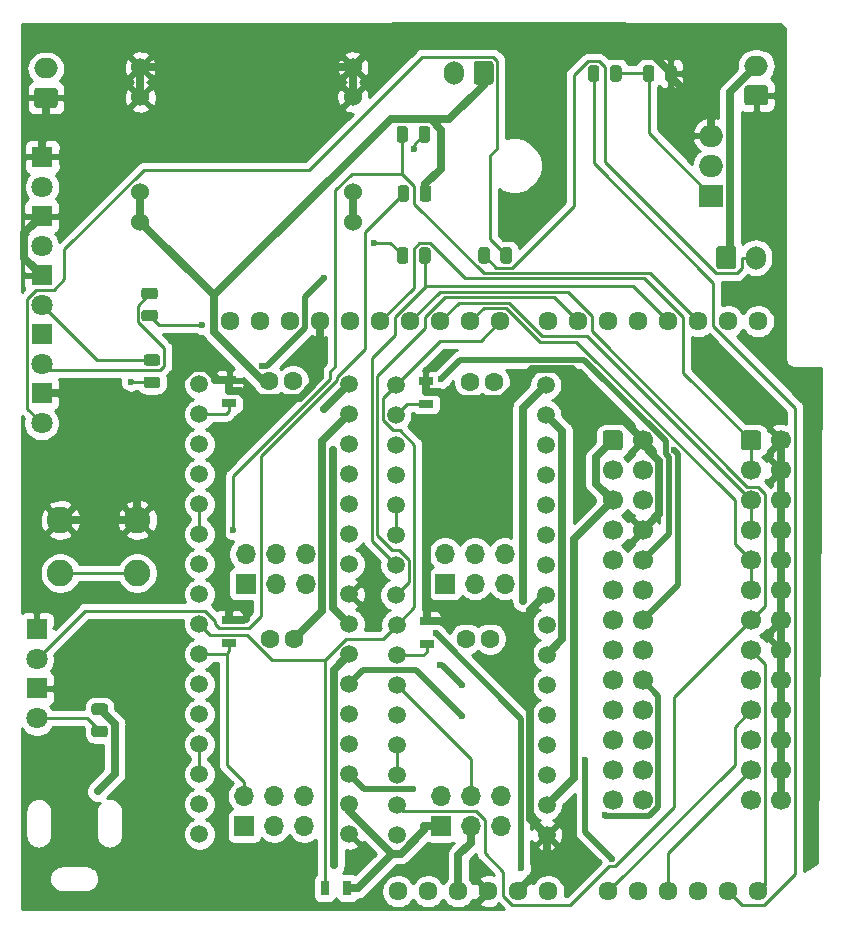
<source format=gtl>
%TF.GenerationSoftware,KiCad,Pcbnew,5.1.6-c6e7f7d~87~ubuntu20.04.1*%
%TF.CreationDate,2021-12-05T16:45:17+01:00*%
%TF.ProjectId,sb-cnc-shield,73622d63-6e63-42d7-9368-69656c642e6b,rev?*%
%TF.SameCoordinates,Original*%
%TF.FileFunction,Copper,L1,Top*%
%TF.FilePolarity,Positive*%
%FSLAX46Y46*%
G04 Gerber Fmt 4.6, Leading zero omitted, Abs format (unit mm)*
G04 Created by KiCad (PCBNEW 5.1.6-c6e7f7d~87~ubuntu20.04.1) date 2021-12-05 16:45:17*
%MOMM*%
%LPD*%
G01*
G04 APERTURE LIST*
%TA.AperFunction,ComponentPad*%
%ADD10C,1.700000*%
%TD*%
%TA.AperFunction,ComponentPad*%
%ADD11R,2.000000X1.905000*%
%TD*%
%TA.AperFunction,ComponentPad*%
%ADD12O,2.000000X1.905000*%
%TD*%
%TA.AperFunction,ComponentPad*%
%ADD13O,2.000000X1.700000*%
%TD*%
%TA.AperFunction,ComponentPad*%
%ADD14C,1.610000*%
%TD*%
%TA.AperFunction,ComponentPad*%
%ADD15C,2.250000*%
%TD*%
%TA.AperFunction,ComponentPad*%
%ADD16C,1.510000*%
%TD*%
%TA.AperFunction,SMDPad,CuDef*%
%ADD17R,1.300000X0.700000*%
%TD*%
%TA.AperFunction,SMDPad,CuDef*%
%ADD18R,0.700000X1.300000*%
%TD*%
%TA.AperFunction,ComponentPad*%
%ADD19C,1.600000*%
%TD*%
%TA.AperFunction,ComponentPad*%
%ADD20O,1.700000X2.000000*%
%TD*%
%TA.AperFunction,ComponentPad*%
%ADD21R,1.700000X1.700000*%
%TD*%
%TA.AperFunction,ComponentPad*%
%ADD22O,1.700000X1.700000*%
%TD*%
%TA.AperFunction,ComponentPad*%
%ADD23C,1.524000*%
%TD*%
%TA.AperFunction,ComponentPad*%
%ADD24C,1.800000*%
%TD*%
%TA.AperFunction,ComponentPad*%
%ADD25R,1.800000X1.800000*%
%TD*%
%TA.AperFunction,ViaPad*%
%ADD26C,0.600000*%
%TD*%
%TA.AperFunction,Conductor*%
%ADD27C,0.250000*%
%TD*%
%TA.AperFunction,Conductor*%
%ADD28C,0.700000*%
%TD*%
%TA.AperFunction,Conductor*%
%ADD29C,0.500000*%
%TD*%
%TA.AperFunction,Conductor*%
%ADD30C,0.254000*%
%TD*%
G04 APERTURE END LIST*
D10*
%TO.P,conn26_0,26*%
%TO.N,GND*%
X179283000Y-109480000D03*
%TO.P,conn26_0,24*%
X179283000Y-106940000D03*
%TO.P,conn26_0,22*%
X179283000Y-104400000D03*
%TO.P,conn26_0,20*%
X179283000Y-101860000D03*
%TO.P,conn26_0,18*%
X179283000Y-99320000D03*
%TO.P,conn26_0,16*%
X179283000Y-96780000D03*
%TO.P,conn26_0,14*%
X179283000Y-94240000D03*
%TO.P,conn26_0,12*%
X179283000Y-91700000D03*
%TO.P,conn26_0,10*%
X179283000Y-89160000D03*
%TO.P,conn26_0,8*%
X179283000Y-86620000D03*
%TO.P,conn26_0,6*%
X179283000Y-84080000D03*
%TO.P,conn26_0,4*%
X179283000Y-81540000D03*
%TO.P,conn26_0,2*%
X179283000Y-79000000D03*
%TO.P,conn26_0,25*%
%TO.N,RESET*%
X176743000Y-109480000D03*
%TO.P,conn26_0,23*%
%TO.N,B_led*%
X176743000Y-106940000D03*
%TO.P,conn26_0,21*%
%TO.N,O_sig*%
X176743000Y-104400000D03*
%TO.P,conn26_0,19*%
%TO.N,O_led*%
X176743000Y-101860000D03*
%TO.P,conn26_0,17*%
%TO.N,up_light*%
X176743000Y-99320000D03*
%TO.P,conn26_0,15*%
%TO.N,B_sig*%
X176743000Y-96780000D03*
%TO.P,conn26_0,13*%
%TO.N,ASTEP*%
X176743000Y-94240000D03*
%TO.P,conn26_0,11*%
%TO.N,XLIMIT*%
X176743000Y-91700000D03*
%TO.P,conn26_0,9*%
X176743000Y-89160000D03*
%TO.P,conn26_0,7*%
%TO.N,YLIMIT*%
X176743000Y-86620000D03*
%TO.P,conn26_0,5*%
X176743000Y-84080000D03*
%TO.P,conn26_0,3*%
%TO.N,ZLIMIT*%
X176743000Y-81540000D03*
%TO.P,conn26_0,1*%
%TA.AperFunction,ComponentPad*%
G36*
G01*
X175893000Y-79600000D02*
X175893000Y-78400000D01*
G75*
G02*
X176143000Y-78150000I250000J0D01*
G01*
X177343000Y-78150000D01*
G75*
G02*
X177593000Y-78400000I0J-250000D01*
G01*
X177593000Y-79600000D01*
G75*
G02*
X177343000Y-79850000I-250000J0D01*
G01*
X176143000Y-79850000D01*
G75*
G02*
X175893000Y-79600000I0J250000D01*
G01*
G37*
%TD.AperFunction*%
%TD*%
%TO.P,conn26_1,1*%
%TO.N,+5V*%
%TA.AperFunction,ComponentPad*%
G36*
G01*
X164180000Y-79600000D02*
X164180000Y-78400000D01*
G75*
G02*
X164430000Y-78150000I250000J0D01*
G01*
X165630000Y-78150000D01*
G75*
G02*
X165880000Y-78400000I0J-250000D01*
G01*
X165880000Y-79600000D01*
G75*
G02*
X165630000Y-79850000I-250000J0D01*
G01*
X164430000Y-79850000D01*
G75*
G02*
X164180000Y-79600000I0J250000D01*
G01*
G37*
%TD.AperFunction*%
%TO.P,conn26_1,3*%
%TO.N,_SCL_*%
X165030000Y-81540000D03*
%TO.P,conn26_1,5*%
%TO.N,+5V*%
X165030000Y-84080000D03*
%TO.P,conn26_1,7*%
%TO.N,res*%
X165030000Y-86620000D03*
%TO.P,conn26_1,9*%
%TO.N,y2B*%
X165030000Y-89160000D03*
%TO.P,conn26_1,11*%
%TO.N,y2A*%
X165030000Y-91700000D03*
%TO.P,conn26_1,13*%
%TO.N,y1A*%
X165030000Y-94240000D03*
%TO.P,conn26_1,15*%
%TO.N,y1B*%
X165030000Y-96780000D03*
%TO.P,conn26_1,17*%
%TO.N,a2B*%
X165030000Y-99320000D03*
%TO.P,conn26_1,19*%
%TO.N,a2A*%
X165030000Y-101860000D03*
%TO.P,conn26_1,21*%
%TO.N,a1A*%
X165030000Y-104400000D03*
%TO.P,conn26_1,23*%
%TO.N,a1B*%
X165030000Y-106940000D03*
%TO.P,conn26_1,25*%
%TO.N,Net-(conn26_1-Pad25)*%
X165030000Y-109480000D03*
%TO.P,conn26_1,2*%
%TO.N,GND*%
X167570000Y-79000000D03*
%TO.P,conn26_1,4*%
%TO.N,_SDA_*%
X167570000Y-81540000D03*
%TO.P,conn26_1,6*%
%TO.N,DC*%
X167570000Y-84080000D03*
%TO.P,conn26_1,8*%
%TO.N,GND*%
X167570000Y-86620000D03*
%TO.P,conn26_1,10*%
%TO.N,x2B*%
X167570000Y-89160000D03*
%TO.P,conn26_1,12*%
%TO.N,x2A*%
X167570000Y-91700000D03*
%TO.P,conn26_1,14*%
%TO.N,x1A*%
X167570000Y-94240000D03*
%TO.P,conn26_1,16*%
%TO.N,x1B*%
X167570000Y-96780000D03*
%TO.P,conn26_1,18*%
%TO.N,z2B*%
X167570000Y-99320000D03*
%TO.P,conn26_1,20*%
%TO.N,z2A*%
X167570000Y-101860000D03*
%TO.P,conn26_1,22*%
%TO.N,z1A*%
X167570000Y-104400000D03*
%TO.P,conn26_1,24*%
%TO.N,z1B*%
X167570000Y-106940000D03*
%TO.P,conn26_1,26*%
%TO.N,Net-(conn26_1-Pad26)*%
X167570000Y-109480000D03*
%TD*%
D11*
%TO.P,Q0,2*%
%TO.N,/G*%
X173380000Y-58267600D03*
D12*
%TO.P,Q0,1*%
%TO.N,D*%
X173380000Y-55727600D03*
%TO.P,Q0,3*%
%TO.N,GND*%
X173380000Y-53187600D03*
%TD*%
%TO.P,pi_5V1,1*%
%TO.N,GND*%
%TA.AperFunction,ComponentPad*%
G36*
G01*
X117790000Y-50850000D02*
X116290000Y-50850000D01*
G75*
G02*
X116040000Y-50600000I0J250000D01*
G01*
X116040000Y-49400000D01*
G75*
G02*
X116290000Y-49150000I250000J0D01*
G01*
X117790000Y-49150000D01*
G75*
G02*
X118040000Y-49400000I0J-250000D01*
G01*
X118040000Y-50600000D01*
G75*
G02*
X117790000Y-50850000I-250000J0D01*
G01*
G37*
%TD.AperFunction*%
D13*
%TO.P,pi_5V1,2*%
%TO.N,5V_pi*%
X117040000Y-47500000D03*
%TD*%
D14*
%TO.P,U1,17*%
%TO.N,B_sig*%
X177358000Y-117180000D03*
%TO.P,U1,18*%
%TO.N,pump_ctrl*%
X174818000Y-117180000D03*
%TO.P,U1,19*%
%TO.N,up_light*%
X172278000Y-117180000D03*
%TO.P,U1,22*%
%TO.N,O_led*%
X164658000Y-117180000D03*
%TO.P,U1,21*%
%TO.N,O_sig*%
X167198000Y-117180000D03*
%TO.P,U1,20*%
%TO.N,B_led*%
X169738000Y-117180000D03*
%TO.P,U1,23*%
%TO.N,Net-(U1-Pad23)*%
X159578000Y-117180000D03*
%TO.P,U1,24*%
%TO.N,GND*%
X157038000Y-117180000D03*
%TO.P,U1,25*%
X154498000Y-117180000D03*
%TO.P,U1,27*%
%TO.N,+3V3*%
X149418000Y-117180000D03*
%TO.P,U1,28*%
%TO.N,RESET*%
X146878000Y-117180000D03*
%TO.P,U1,1*%
%TO.N,DC*%
X177358000Y-68920000D03*
%TO.P,U1,2*%
%TO.N,res*%
X174818000Y-68920000D03*
%TO.P,U1,3*%
%TO.N,XSTEP*%
X172278000Y-68920000D03*
%TO.P,U1,4*%
%TO.N,YSTEP*%
X169738000Y-68920000D03*
%TO.P,U1,5*%
%TO.N,ZSTEP*%
X167198000Y-68920000D03*
%TO.P,U1,6*%
%TO.N,XDIR*%
X164658000Y-68920000D03*
%TO.P,U1,7*%
%TO.N,YDIR*%
X162118000Y-68920000D03*
%TO.P,U1,8*%
%TO.N,ZDIR*%
X159578000Y-68920000D03*
%TO.P,U1,9*%
%TO.N,EN*%
X155514000Y-68920000D03*
%TO.P,U1,10*%
%TO.N,XLIMIT*%
X152974000Y-68920000D03*
%TO.P,U1,11*%
%TO.N,YLIMIT*%
X150434000Y-68920000D03*
%TO.P,U1,12*%
%TO.N,ASTEP*%
X147894000Y-68920000D03*
%TO.P,U1,13*%
%TO.N,ZLIMIT*%
X145354000Y-68920000D03*
%TO.P,U1,14*%
%TO.N,ADIR*%
X142814000Y-68920000D03*
%TO.P,U1,15*%
%TO.N,GND*%
X140274000Y-68920000D03*
%TO.P,U1,16*%
%TO.N,Net-(U1-Pad16)*%
X137734000Y-68920000D03*
%TO.P,U1,26*%
%TO.N,+5V*%
X151958000Y-117180000D03*
%TO.P,U1,29*%
%TO.N,_SDA_*%
X135194000Y-68920000D03*
%TO.P,U1,30*%
%TO.N,_SCL_*%
X132654000Y-68920000D03*
%TD*%
D15*
%TO.P,SW1,3*%
%TO.N,RESET*%
X118273000Y-90231000D03*
%TO.P,SW1,4*%
X124773000Y-90231000D03*
%TO.P,SW1,1*%
%TO.N,GND*%
X118273000Y-85731000D03*
%TO.P,SW1,2*%
X124773000Y-85731000D03*
%TD*%
D16*
%TO.P,U2,1*%
%TO.N,EN*%
X130033000Y-74229000D03*
%TO.P,U2,2*%
%TO.N,Net-(MSX1-Pad2)*%
X130033000Y-76769000D03*
%TO.P,U2,3*%
%TO.N,Net-(MSX1-Pad4)*%
X130033000Y-79309000D03*
%TO.P,U2,4*%
%TO.N,Net-(MSX1-Pad6)*%
X130033000Y-81849000D03*
%TO.P,U2,5*%
%TO.N,Net-(U2-Pad5)*%
X130033000Y-84389000D03*
%TO.P,U2,6*%
X130033000Y-86929000D03*
%TO.P,U2,7*%
%TO.N,XSTEP*%
X130033000Y-89469000D03*
%TO.P,U2,8*%
%TO.N,XDIR*%
X130033000Y-92009000D03*
%TO.P,U2,9*%
%TO.N,GND*%
X142733000Y-92009000D03*
%TO.P,U2,10*%
%TO.N,+5V*%
X142733000Y-89469000D03*
%TO.P,U2,11*%
%TO.N,x1B*%
X142733000Y-86929000D03*
%TO.P,U2,12*%
%TO.N,x1A*%
X142733000Y-84389000D03*
%TO.P,U2,13*%
%TO.N,x2A*%
X142733000Y-81849000D03*
%TO.P,U2,14*%
%TO.N,x2B*%
X142733000Y-79309000D03*
%TO.P,U2,15*%
%TO.N,GNDA*%
X142733000Y-76769000D03*
%TO.P,U2,16*%
%TO.N,VIN*%
X142733000Y-74229000D03*
%TD*%
%TO.P,U4,1*%
%TO.N,EN*%
X130033000Y-94549000D03*
%TO.P,U4,2*%
%TO.N,Net-(MSZ1-Pad2)*%
X130033000Y-97089000D03*
%TO.P,U4,3*%
%TO.N,Net-(MSZ1-Pad4)*%
X130033000Y-99629000D03*
%TO.P,U4,4*%
%TO.N,Net-(MSZ1-Pad6)*%
X130033000Y-102169000D03*
%TO.P,U4,5*%
%TO.N,Net-(U4-Pad5)*%
X130033000Y-104709000D03*
%TO.P,U4,6*%
X130033000Y-107249000D03*
%TO.P,U4,7*%
%TO.N,ZSTEP*%
X130033000Y-109789000D03*
%TO.P,U4,8*%
%TO.N,ZDIR*%
X130033000Y-112329000D03*
%TO.P,U4,9*%
%TO.N,GND*%
X142733000Y-112329000D03*
%TO.P,U4,10*%
%TO.N,+5V*%
X142733000Y-109789000D03*
%TO.P,U4,11*%
%TO.N,z1B*%
X142733000Y-107249000D03*
%TO.P,U4,12*%
%TO.N,z1A*%
X142733000Y-104709000D03*
%TO.P,U4,13*%
%TO.N,z2A*%
X142733000Y-102169000D03*
%TO.P,U4,14*%
%TO.N,z2B*%
X142733000Y-99629000D03*
%TO.P,U4,15*%
%TO.N,GNDA*%
X142733000Y-97089000D03*
%TO.P,U4,16*%
%TO.N,VIN*%
X142733000Y-94549000D03*
%TD*%
%TO.P,U5,1*%
%TO.N,EN*%
X146746000Y-94625200D03*
%TO.P,U5,2*%
%TO.N,Net-(MSA1-Pad2)*%
X146746000Y-97165200D03*
%TO.P,U5,3*%
%TO.N,Net-(MSA1-Pad4)*%
X146746000Y-99705200D03*
%TO.P,U5,4*%
%TO.N,Net-(MSA1-Pad6)*%
X146746000Y-102245200D03*
%TO.P,U5,5*%
%TO.N,Net-(U5-Pad5)*%
X146746000Y-104785200D03*
%TO.P,U5,6*%
X146746000Y-107325200D03*
%TO.P,U5,7*%
%TO.N,ASTEP*%
X146746000Y-109865200D03*
%TO.P,U5,8*%
%TO.N,ADIR*%
X146746000Y-112405200D03*
%TO.P,U5,9*%
%TO.N,GND*%
X159446000Y-112405200D03*
%TO.P,U5,10*%
%TO.N,+5V*%
X159446000Y-109865200D03*
%TO.P,U5,11*%
%TO.N,a1B*%
X159446000Y-107325200D03*
%TO.P,U5,12*%
%TO.N,a1A*%
X159446000Y-104785200D03*
%TO.P,U5,13*%
%TO.N,a2A*%
X159446000Y-102245200D03*
%TO.P,U5,14*%
%TO.N,a2B*%
X159446000Y-99705200D03*
%TO.P,U5,15*%
%TO.N,GNDA*%
X159446000Y-97165200D03*
%TO.P,U5,16*%
%TO.N,VIN*%
X159446000Y-94625200D03*
%TD*%
%TO.P,U3,1*%
%TO.N,EN*%
X146670000Y-74305200D03*
%TO.P,U3,2*%
%TO.N,Net-(MSY1-Pad2)*%
X146670000Y-76845200D03*
%TO.P,U3,3*%
%TO.N,Net-(MSY1-Pad4)*%
X146670000Y-79385200D03*
%TO.P,U3,4*%
%TO.N,Net-(MSY1-Pad6)*%
X146670000Y-81925200D03*
%TO.P,U3,5*%
%TO.N,Net-(U3-Pad5)*%
X146670000Y-84465200D03*
%TO.P,U3,6*%
X146670000Y-87005200D03*
%TO.P,U3,7*%
%TO.N,YSTEP*%
X146670000Y-89545200D03*
%TO.P,U3,8*%
%TO.N,YDIR*%
X146670000Y-92085200D03*
%TO.P,U3,9*%
%TO.N,GND*%
X159370000Y-92085200D03*
%TO.P,U3,10*%
%TO.N,+5V*%
X159370000Y-89545200D03*
%TO.P,U3,11*%
%TO.N,y1B*%
X159370000Y-87005200D03*
%TO.P,U3,12*%
%TO.N,y1A*%
X159370000Y-84465200D03*
%TO.P,U3,13*%
%TO.N,y2A*%
X159370000Y-81925200D03*
%TO.P,U3,14*%
%TO.N,y2B*%
X159370000Y-79385200D03*
%TO.P,U3,15*%
%TO.N,GNDA*%
X159370000Y-76845200D03*
%TO.P,U3,16*%
%TO.N,VIN*%
X159370000Y-74305200D03*
%TD*%
D17*
%TO.P,R1,1*%
%TO.N,Net-(MSX1-Pad2)*%
X132573000Y-75814000D03*
%TO.P,R1,2*%
%TO.N,GND*%
X132573000Y-73914000D03*
%TD*%
%TO.P,R2,1*%
%TO.N,Net-(MSY1-Pad2)*%
X149210000Y-75890200D03*
%TO.P,R2,2*%
%TO.N,GND*%
X149210000Y-73990200D03*
%TD*%
%TO.P,R3,1*%
%TO.N,Net-(MSZ1-Pad2)*%
X132573000Y-96134000D03*
%TO.P,R3,2*%
%TO.N,GND*%
X132573000Y-94234000D03*
%TD*%
%TO.P,R4,1*%
%TO.N,Net-(MSA1-Pad2)*%
X149286000Y-96210200D03*
%TO.P,R4,2*%
%TO.N,GND*%
X149286000Y-94310200D03*
%TD*%
D18*
%TO.P,R5,1*%
%TO.N,+5V*%
X142555000Y-116891000D03*
%TO.P,R5,2*%
%TO.N,EN*%
X140655000Y-116891000D03*
%TD*%
D19*
%TO.P,C1,1*%
%TO.N,VIN*%
X135956000Y-73980100D03*
%TO.P,C1,2*%
%TO.N,GNDA*%
X137956000Y-73980100D03*
%TD*%
%TO.P,C2,2*%
%TO.N,GNDA*%
X154989000Y-74051200D03*
%TO.P,C2,1*%
%TO.N,VIN*%
X152989000Y-74051200D03*
%TD*%
%TO.P,C3,1*%
%TO.N,VIN*%
X136052000Y-95778400D03*
%TO.P,C3,2*%
%TO.N,GNDA*%
X138052000Y-95778400D03*
%TD*%
%TO.P,C4,2*%
%TO.N,GNDA*%
X154633000Y-95778400D03*
%TO.P,C4,1*%
%TO.N,VIN*%
X152633000Y-95778400D03*
%TD*%
%TO.P,R6,2*%
%TO.N,GND*%
%TA.AperFunction,SMDPad,CuDef*%
G36*
G01*
X169462000Y-48386050D02*
X169462000Y-47473550D01*
G75*
G02*
X169705750Y-47229800I243750J0D01*
G01*
X170193250Y-47229800D01*
G75*
G02*
X170437000Y-47473550I0J-243750D01*
G01*
X170437000Y-48386050D01*
G75*
G02*
X170193250Y-48629800I-243750J0D01*
G01*
X169705750Y-48629800D01*
G75*
G02*
X169462000Y-48386050I0J243750D01*
G01*
G37*
%TD.AperFunction*%
%TO.P,R6,1*%
%TO.N,/G*%
%TA.AperFunction,SMDPad,CuDef*%
G36*
G01*
X167587000Y-48386050D02*
X167587000Y-47473550D01*
G75*
G02*
X167830750Y-47229800I243750J0D01*
G01*
X168318250Y-47229800D01*
G75*
G02*
X168562000Y-47473550I0J-243750D01*
G01*
X168562000Y-48386050D01*
G75*
G02*
X168318250Y-48629800I-243750J0D01*
G01*
X167830750Y-48629800D01*
G75*
G02*
X167587000Y-48386050I0J243750D01*
G01*
G37*
%TD.AperFunction*%
%TD*%
%TO.P,R7,1*%
%TO.N,pump_ctrl*%
%TA.AperFunction,SMDPad,CuDef*%
G36*
G01*
X162938000Y-48386050D02*
X162938000Y-47473550D01*
G75*
G02*
X163181750Y-47229800I243750J0D01*
G01*
X163669250Y-47229800D01*
G75*
G02*
X163913000Y-47473550I0J-243750D01*
G01*
X163913000Y-48386050D01*
G75*
G02*
X163669250Y-48629800I-243750J0D01*
G01*
X163181750Y-48629800D01*
G75*
G02*
X162938000Y-48386050I0J243750D01*
G01*
G37*
%TD.AperFunction*%
%TO.P,R7,2*%
%TO.N,/G*%
%TA.AperFunction,SMDPad,CuDef*%
G36*
G01*
X164813000Y-48386050D02*
X164813000Y-47473550D01*
G75*
G02*
X165056750Y-47229800I243750J0D01*
G01*
X165544250Y-47229800D01*
G75*
G02*
X165788000Y-47473550I0J-243750D01*
G01*
X165788000Y-48386050D01*
G75*
G02*
X165544250Y-48629800I-243750J0D01*
G01*
X165056750Y-48629800D01*
G75*
G02*
X164813000Y-48386050I0J243750D01*
G01*
G37*
%TD.AperFunction*%
%TD*%
%TO.P,l_pwr1,1*%
%TO.N,GND*%
%TA.AperFunction,ComponentPad*%
G36*
G01*
X177940000Y-50634000D02*
X176440000Y-50634000D01*
G75*
G02*
X176190000Y-50384000I0J250000D01*
G01*
X176190000Y-49184000D01*
G75*
G02*
X176440000Y-48934000I250000J0D01*
G01*
X177940000Y-48934000D01*
G75*
G02*
X178190000Y-49184000I0J-250000D01*
G01*
X178190000Y-50384000D01*
G75*
G02*
X177940000Y-50634000I-250000J0D01*
G01*
G37*
%TD.AperFunction*%
D13*
%TO.P,l_pwr1,2*%
%TO.N,VIN*%
X177190000Y-47284000D03*
%TD*%
D20*
%TO.P,Pump1,2*%
%TO.N,D*%
X177150000Y-63525400D03*
%TO.P,Pump1,1*%
%TO.N,VIN*%
%TA.AperFunction,ComponentPad*%
G36*
G01*
X173800000Y-64275400D02*
X173800000Y-62775400D01*
G75*
G02*
X174050000Y-62525400I250000J0D01*
G01*
X175250000Y-62525400D01*
G75*
G02*
X175500000Y-62775400I0J-250000D01*
G01*
X175500000Y-64275400D01*
G75*
G02*
X175250000Y-64525400I-250000J0D01*
G01*
X174050000Y-64525400D01*
G75*
G02*
X173800000Y-64275400I0J250000D01*
G01*
G37*
%TD.AperFunction*%
%TD*%
D21*
%TO.P,MSA1,1*%
%TO.N,+5V*%
X150480000Y-111643000D03*
D22*
%TO.P,MSA1,2*%
%TO.N,Net-(MSA1-Pad2)*%
X150480000Y-109103000D03*
%TO.P,MSA1,3*%
%TO.N,+5V*%
X153020000Y-111643000D03*
%TO.P,MSA1,4*%
%TO.N,Net-(MSA1-Pad4)*%
X153020000Y-109103000D03*
%TO.P,MSA1,5*%
%TO.N,+5V*%
X155560000Y-111643000D03*
%TO.P,MSA1,6*%
%TO.N,Net-(MSA1-Pad6)*%
X155560000Y-109103000D03*
%TD*%
D21*
%TO.P,MSY1,1*%
%TO.N,+5V*%
X150835000Y-91145400D03*
D22*
%TO.P,MSY1,2*%
%TO.N,Net-(MSY1-Pad2)*%
X150835000Y-88605400D03*
%TO.P,MSY1,3*%
%TO.N,+5V*%
X153375000Y-91145400D03*
%TO.P,MSY1,4*%
%TO.N,Net-(MSY1-Pad4)*%
X153375000Y-88605400D03*
%TO.P,MSY1,5*%
%TO.N,+5V*%
X155915000Y-91145400D03*
%TO.P,MSY1,6*%
%TO.N,Net-(MSY1-Pad6)*%
X155915000Y-88605400D03*
%TD*%
%TO.P,MSZ1,6*%
%TO.N,Net-(MSZ1-Pad6)*%
X138923000Y-109129000D03*
%TO.P,MSZ1,5*%
%TO.N,+5V*%
X138923000Y-111669000D03*
%TO.P,MSZ1,4*%
%TO.N,Net-(MSZ1-Pad4)*%
X136383000Y-109129000D03*
%TO.P,MSZ1,3*%
%TO.N,+5V*%
X136383000Y-111669000D03*
%TO.P,MSZ1,2*%
%TO.N,Net-(MSZ1-Pad2)*%
X133843000Y-109129000D03*
D21*
%TO.P,MSZ1,1*%
%TO.N,+5V*%
X133843000Y-111669000D03*
%TD*%
%TO.P,MSX1,1*%
%TO.N,+5V*%
X133945000Y-91145400D03*
D22*
%TO.P,MSX1,2*%
%TO.N,Net-(MSX1-Pad2)*%
X133945000Y-88605400D03*
%TO.P,MSX1,3*%
%TO.N,+5V*%
X136485000Y-91145400D03*
%TO.P,MSX1,4*%
%TO.N,Net-(MSX1-Pad4)*%
X136485000Y-88605400D03*
%TO.P,MSX1,5*%
%TO.N,+5V*%
X139025000Y-91145400D03*
%TO.P,MSX1,6*%
%TO.N,Net-(MSX1-Pad6)*%
X139025000Y-88605400D03*
%TD*%
D23*
%TO.P,MP1584EN_DC-DC1,8*%
%TO.N,GND*%
X143036000Y-47384200D03*
%TO.P,MP1584EN_DC-DC1,7*%
X143036000Y-49924200D03*
%TO.P,MP1584EN_DC-DC1,6*%
%TO.N,5V_pi*%
X143036000Y-57924200D03*
%TO.P,MP1584EN_DC-DC1,5*%
X143036000Y-60464200D03*
%TO.P,MP1584EN_DC-DC1,4*%
%TO.N,VIN*%
X125036000Y-57924200D03*
%TO.P,MP1584EN_DC-DC1,3*%
X125036000Y-60464200D03*
%TO.P,MP1584EN_DC-DC1,2*%
%TO.N,GND*%
X125036000Y-49924200D03*
%TO.P,MP1584EN_DC-DC1,1*%
X125036000Y-47384200D03*
%TD*%
D24*
%TO.P,Pled1,2*%
%TO.N,Net-(Pled1-Pad2)*%
X116677000Y-77540000D03*
D25*
%TO.P,Pled1,1*%
%TO.N,GND*%
X116677000Y-75000000D03*
%TD*%
%TO.P,Vled1,1*%
%TO.N,GND*%
X116266000Y-95000000D03*
D24*
%TO.P,Vled1,2*%
%TO.N,Net-(Rpwr1-Pad2)*%
X116266000Y-97540000D03*
%TD*%
%TO.P,ledA1,2*%
%TO.N,Net-(RstpA1-Pad2)*%
X116677000Y-72540000D03*
D25*
%TO.P,ledA1,1*%
%TO.N,GND*%
X116677000Y-70000000D03*
%TD*%
%TO.P,V_led1,1*%
%TO.N,GND*%
X116291000Y-100000000D03*
D24*
%TO.P,V_led1,2*%
%TO.N,Net-(Rpwr_1-Pad2)*%
X116291000Y-102540000D03*
%TD*%
%TO.P,Rp1,1*%
%TO.N,D*%
%TA.AperFunction,SMDPad,CuDef*%
G36*
G01*
X153657000Y-63793650D02*
X153657000Y-62881150D01*
G75*
G02*
X153900750Y-62637400I243750J0D01*
G01*
X154388250Y-62637400D01*
G75*
G02*
X154632000Y-62881150I0J-243750D01*
G01*
X154632000Y-63793650D01*
G75*
G02*
X154388250Y-64037400I-243750J0D01*
G01*
X153900750Y-64037400D01*
G75*
G02*
X153657000Y-63793650I0J243750D01*
G01*
G37*
%TD.AperFunction*%
%TO.P,Rp1,2*%
%TO.N,Net-(Pled1-Pad2)*%
%TA.AperFunction,SMDPad,CuDef*%
G36*
G01*
X155532000Y-63793650D02*
X155532000Y-62881150D01*
G75*
G02*
X155775750Y-62637400I243750J0D01*
G01*
X156263250Y-62637400D01*
G75*
G02*
X156507000Y-62881150I0J-243750D01*
G01*
X156507000Y-63793650D01*
G75*
G02*
X156263250Y-64037400I-243750J0D01*
G01*
X155775750Y-64037400D01*
G75*
G02*
X155532000Y-63793650I0J243750D01*
G01*
G37*
%TD.AperFunction*%
%TD*%
%TO.P,Rpwr1,2*%
%TO.N,Net-(Rpwr1-Pad2)*%
%TA.AperFunction,SMDPad,CuDef*%
G36*
G01*
X147795000Y-57638650D02*
X147795000Y-58551150D01*
G75*
G02*
X147551250Y-58794900I-243750J0D01*
G01*
X147063750Y-58794900D01*
G75*
G02*
X146820000Y-58551150I0J243750D01*
G01*
X146820000Y-57638650D01*
G75*
G02*
X147063750Y-57394900I243750J0D01*
G01*
X147551250Y-57394900D01*
G75*
G02*
X147795000Y-57638650I0J-243750D01*
G01*
G37*
%TD.AperFunction*%
%TO.P,Rpwr1,1*%
%TO.N,VIN*%
%TA.AperFunction,SMDPad,CuDef*%
G36*
G01*
X149670000Y-57638650D02*
X149670000Y-58551150D01*
G75*
G02*
X149426250Y-58794900I-243750J0D01*
G01*
X148938750Y-58794900D01*
G75*
G02*
X148695000Y-58551150I0J243750D01*
G01*
X148695000Y-57638650D01*
G75*
G02*
X148938750Y-57394900I243750J0D01*
G01*
X149426250Y-57394900D01*
G75*
G02*
X149670000Y-57638650I0J-243750D01*
G01*
G37*
%TD.AperFunction*%
%TD*%
%TO.P,Rpwr_1,2*%
%TO.N,Net-(Rpwr_1-Pad2)*%
%TA.AperFunction,SMDPad,CuDef*%
G36*
G01*
X121138750Y-103147000D02*
X122051250Y-103147000D01*
G75*
G02*
X122295000Y-103390750I0J-243750D01*
G01*
X122295000Y-103878250D01*
G75*
G02*
X122051250Y-104122000I-243750J0D01*
G01*
X121138750Y-104122000D01*
G75*
G02*
X120895000Y-103878250I0J243750D01*
G01*
X120895000Y-103390750D01*
G75*
G02*
X121138750Y-103147000I243750J0D01*
G01*
G37*
%TD.AperFunction*%
%TO.P,Rpwr_1,1*%
%TO.N,VIN_*%
%TA.AperFunction,SMDPad,CuDef*%
G36*
G01*
X121138750Y-101272000D02*
X122051250Y-101272000D01*
G75*
G02*
X122295000Y-101515750I0J-243750D01*
G01*
X122295000Y-102003250D01*
G75*
G02*
X122051250Y-102247000I-243750J0D01*
G01*
X121138750Y-102247000D01*
G75*
G02*
X120895000Y-102003250I0J243750D01*
G01*
X120895000Y-101515750D01*
G75*
G02*
X121138750Y-101272000I243750J0D01*
G01*
G37*
%TD.AperFunction*%
%TD*%
%TO.P,RstpA1,1*%
%TO.N,ASTEP*%
%TA.AperFunction,SMDPad,CuDef*%
G36*
G01*
X126283250Y-68920700D02*
X125370750Y-68920700D01*
G75*
G02*
X125127000Y-68676950I0J243750D01*
G01*
X125127000Y-68189450D01*
G75*
G02*
X125370750Y-67945700I243750J0D01*
G01*
X126283250Y-67945700D01*
G75*
G02*
X126527000Y-68189450I0J-243750D01*
G01*
X126527000Y-68676950D01*
G75*
G02*
X126283250Y-68920700I-243750J0D01*
G01*
G37*
%TD.AperFunction*%
%TO.P,RstpA1,2*%
%TO.N,Net-(RstpA1-Pad2)*%
%TA.AperFunction,SMDPad,CuDef*%
G36*
G01*
X126283250Y-67045700D02*
X125370750Y-67045700D01*
G75*
G02*
X125127000Y-66801950I0J243750D01*
G01*
X125127000Y-66314450D01*
G75*
G02*
X125370750Y-66070700I243750J0D01*
G01*
X126283250Y-66070700D01*
G75*
G02*
X126527000Y-66314450I0J-243750D01*
G01*
X126527000Y-66801950D01*
G75*
G02*
X126283250Y-67045700I-243750J0D01*
G01*
G37*
%TD.AperFunction*%
%TD*%
%TO.P,ledX1,2*%
%TO.N,Net-(RstpX1-Pad2)*%
X116743000Y-57540000D03*
D25*
%TO.P,ledX1,1*%
%TO.N,GND*%
X116743000Y-55000000D03*
%TD*%
%TO.P,ledY1,1*%
%TO.N,GND*%
X116677000Y-60000000D03*
D24*
%TO.P,ledY1,2*%
%TO.N,Net-(RstpY1-Pad2)*%
X116677000Y-62540000D03*
%TD*%
D25*
%TO.P,ledZ1,1*%
%TO.N,GND*%
X116677000Y-65000000D03*
D24*
%TO.P,ledZ1,2*%
%TO.N,Net-(RstpZ1-Pad2)*%
X116677000Y-67540000D03*
%TD*%
%TO.P,RstpX1,2*%
%TO.N,Net-(RstpX1-Pad2)*%
%TA.AperFunction,SMDPad,CuDef*%
G36*
G01*
X148610000Y-53537150D02*
X148610000Y-52624650D01*
G75*
G02*
X148853750Y-52380900I243750J0D01*
G01*
X149341250Y-52380900D01*
G75*
G02*
X149585000Y-52624650I0J-243750D01*
G01*
X149585000Y-53537150D01*
G75*
G02*
X149341250Y-53780900I-243750J0D01*
G01*
X148853750Y-53780900D01*
G75*
G02*
X148610000Y-53537150I0J243750D01*
G01*
G37*
%TD.AperFunction*%
%TO.P,RstpX1,1*%
%TO.N,XSTEP*%
%TA.AperFunction,SMDPad,CuDef*%
G36*
G01*
X146735000Y-53537150D02*
X146735000Y-52624650D01*
G75*
G02*
X146978750Y-52380900I243750J0D01*
G01*
X147466250Y-52380900D01*
G75*
G02*
X147710000Y-52624650I0J-243750D01*
G01*
X147710000Y-53537150D01*
G75*
G02*
X147466250Y-53780900I-243750J0D01*
G01*
X146978750Y-53780900D01*
G75*
G02*
X146735000Y-53537150I0J243750D01*
G01*
G37*
%TD.AperFunction*%
%TD*%
%TO.P,RstpY1,1*%
%TO.N,YSTEP*%
%TA.AperFunction,SMDPad,CuDef*%
G36*
G01*
X149609000Y-62881150D02*
X149609000Y-63793650D01*
G75*
G02*
X149365250Y-64037400I-243750J0D01*
G01*
X148877750Y-64037400D01*
G75*
G02*
X148634000Y-63793650I0J243750D01*
G01*
X148634000Y-62881150D01*
G75*
G02*
X148877750Y-62637400I243750J0D01*
G01*
X149365250Y-62637400D01*
G75*
G02*
X149609000Y-62881150I0J-243750D01*
G01*
G37*
%TD.AperFunction*%
%TO.P,RstpY1,2*%
%TO.N,Net-(RstpY1-Pad2)*%
%TA.AperFunction,SMDPad,CuDef*%
G36*
G01*
X147734000Y-62881150D02*
X147734000Y-63793650D01*
G75*
G02*
X147490250Y-64037400I-243750J0D01*
G01*
X147002750Y-64037400D01*
G75*
G02*
X146759000Y-63793650I0J243750D01*
G01*
X146759000Y-62881150D01*
G75*
G02*
X147002750Y-62637400I243750J0D01*
G01*
X147490250Y-62637400D01*
G75*
G02*
X147734000Y-62881150I0J-243750D01*
G01*
G37*
%TD.AperFunction*%
%TD*%
%TO.P,RstpZ1,1*%
%TO.N,ZSTEP*%
%TA.AperFunction,SMDPad,CuDef*%
G36*
G01*
X126476250Y-74561800D02*
X125563750Y-74561800D01*
G75*
G02*
X125320000Y-74318050I0J243750D01*
G01*
X125320000Y-73830550D01*
G75*
G02*
X125563750Y-73586800I243750J0D01*
G01*
X126476250Y-73586800D01*
G75*
G02*
X126720000Y-73830550I0J-243750D01*
G01*
X126720000Y-74318050D01*
G75*
G02*
X126476250Y-74561800I-243750J0D01*
G01*
G37*
%TD.AperFunction*%
%TO.P,RstpZ1,2*%
%TO.N,Net-(RstpZ1-Pad2)*%
%TA.AperFunction,SMDPad,CuDef*%
G36*
G01*
X126476250Y-72686800D02*
X125563750Y-72686800D01*
G75*
G02*
X125320000Y-72443050I0J243750D01*
G01*
X125320000Y-71955550D01*
G75*
G02*
X125563750Y-71711800I243750J0D01*
G01*
X126476250Y-71711800D01*
G75*
G02*
X126720000Y-71955550I0J-243750D01*
G01*
X126720000Y-72443050D01*
G75*
G02*
X126476250Y-72686800I-243750J0D01*
G01*
G37*
%TD.AperFunction*%
%TD*%
%TO.P,P10,1*%
%TO.N,VIN*%
%TA.AperFunction,ComponentPad*%
G36*
G01*
X154952000Y-47129000D02*
X154952000Y-48629000D01*
G75*
G02*
X154702000Y-48879000I-250000J0D01*
G01*
X153502000Y-48879000D01*
G75*
G02*
X153252000Y-48629000I0J250000D01*
G01*
X153252000Y-47129000D01*
G75*
G02*
X153502000Y-46879000I250000J0D01*
G01*
X154702000Y-46879000D01*
G75*
G02*
X154952000Y-47129000I0J-250000D01*
G01*
G37*
%TD.AperFunction*%
D20*
%TO.P,P10,2*%
%TO.N,VIN_*%
X151602000Y-47879000D03*
%TD*%
D26*
%TO.N,GND*%
X134018800Y-94126800D03*
%TO.N,XSTEP*%
X132893500Y-86608500D03*
%TO.N,VIN*%
X157441000Y-92620200D03*
X141376700Y-79821000D03*
X140618700Y-76380000D03*
X157441000Y-76234200D03*
%TO.N,ZSTEP*%
X124250800Y-74018000D03*
%TO.N,ASTEP*%
X130256000Y-69248400D03*
%TO.N,GNDA*%
X141427600Y-114972900D03*
%TO.N,VIN_*%
X121417500Y-108688200D03*
%TO.N,x2B*%
X150493800Y-73789600D03*
%TO.N,x2A*%
X150053700Y-95341000D03*
X157267300Y-115187100D03*
%TO.N,x1A*%
X170260800Y-79818100D03*
X140609700Y-65222400D03*
X135334100Y-72683500D03*
%TO.N,x1B*%
X164978800Y-114436800D03*
X162696500Y-106055100D03*
X152269500Y-99690100D03*
X150391200Y-98022100D03*
%TO.N,z2B*%
X164348100Y-110740500D03*
X152269500Y-102317700D03*
%TO.N,z1B*%
X148085600Y-108530600D03*
%TO.N,Net-(RstpX1-Pad2)*%
X148214200Y-54290500D03*
%TO.N,Net-(RstpY1-Pad2)*%
X144791600Y-62280500D03*
%TD*%
D27*
%TO.N,RESET*%
X124773000Y-90231000D02*
X118273000Y-90231000D01*
%TO.N,Net-(U2-Pad5)*%
X130033000Y-86929000D02*
X130033000Y-84389000D01*
%TO.N,Net-(U3-Pad5)*%
X146670000Y-87005200D02*
X146670000Y-84465200D01*
%TO.N,Net-(U4-Pad5)*%
X130033000Y-107249000D02*
X130033000Y-104709000D01*
%TO.N,Net-(U5-Pad5)*%
X146746000Y-107325200D02*
X146746000Y-104785200D01*
D28*
%TO.N,+5V*%
X153020000Y-111643000D02*
X153020000Y-113043300D01*
X153020000Y-113043300D02*
X151958000Y-114105300D01*
X151958000Y-114105300D02*
X151958000Y-117180000D01*
X165030000Y-84080000D02*
X163615900Y-82665900D01*
X163615900Y-82665900D02*
X163615900Y-80414100D01*
X163615900Y-80414100D02*
X165030000Y-79000000D01*
X165030000Y-84080000D02*
X161763900Y-87346100D01*
X161763900Y-87346100D02*
X161763900Y-107547300D01*
X161763900Y-107547300D02*
X159446000Y-109865200D01*
X146355800Y-113990500D02*
X146355800Y-113990600D01*
X146355800Y-113990600D02*
X147082200Y-113990600D01*
X147082200Y-113990600D02*
X149079700Y-111993100D01*
X149079700Y-111993100D02*
X149079700Y-111643000D01*
X142733000Y-109789000D02*
X142733000Y-110367800D01*
X142733000Y-110367800D02*
X146355800Y-113990500D01*
X143455300Y-116891000D02*
X146355800Y-113990500D01*
X150480000Y-111643000D02*
X149079700Y-111643000D01*
X142555000Y-116891000D02*
X143455300Y-116891000D01*
%TO.N,GND*%
X134018800Y-94126800D02*
X133880500Y-94126800D01*
X133880500Y-94126800D02*
X133773300Y-94234000D01*
X167570000Y-79000000D02*
X167570000Y-79320300D01*
X167570000Y-79320300D02*
X168970300Y-80720600D01*
X168970300Y-80720600D02*
X168970300Y-85219700D01*
X168970300Y-85219700D02*
X167570000Y-86620000D01*
X116677000Y-75000000D02*
X118127300Y-75000000D01*
X124773000Y-77622400D02*
X129501400Y-72894000D01*
X129501400Y-72894000D02*
X130596700Y-72894000D01*
X130596700Y-72894000D02*
X131372700Y-73670000D01*
X131372700Y-73670000D02*
X131372700Y-73914000D01*
X124773000Y-85731000D02*
X124773000Y-77622400D01*
X124773000Y-77622400D02*
X120749700Y-77622400D01*
X120749700Y-77622400D02*
X118127300Y-75000000D01*
X150486300Y-94310200D02*
X158067700Y-94310200D01*
X116743000Y-55000000D02*
X116743000Y-53549700D01*
X116743000Y-53549700D02*
X117040000Y-53252700D01*
X117040000Y-53252700D02*
X117040000Y-50000000D01*
X143036000Y-47384200D02*
X146487600Y-43932600D01*
X146487600Y-43932600D02*
X165952300Y-43932600D01*
X165952300Y-43932600D02*
X169949500Y-47929800D01*
X143036000Y-47384200D02*
X143036000Y-49924200D01*
X140274000Y-68920000D02*
X140274000Y-73621400D01*
X140274000Y-73621400D02*
X138523800Y-75371600D01*
X138523800Y-75371600D02*
X134030600Y-75371600D01*
X134030600Y-75371600D02*
X134030600Y-79226900D01*
X134030600Y-79226900D02*
X131986300Y-81271200D01*
X131986300Y-81271200D02*
X131986300Y-92747000D01*
X131986300Y-92747000D02*
X132573000Y-93333700D01*
X132573000Y-94234000D02*
X133773300Y-94234000D01*
X132573000Y-94234000D02*
X132573000Y-93333700D01*
X132573000Y-74814300D02*
X133473300Y-74814300D01*
X133473300Y-74814300D02*
X134030600Y-75371600D01*
X132573000Y-73914000D02*
X132573000Y-74814300D01*
X131972900Y-73914000D02*
X132573000Y-73914000D01*
X157038000Y-117180000D02*
X159446000Y-114772000D01*
X159446000Y-114772000D02*
X159446000Y-112405200D01*
X150898000Y-75481400D02*
X150307100Y-74890500D01*
X150307100Y-74890500D02*
X149210000Y-74890500D01*
X149286000Y-93409900D02*
X149286000Y-80596200D01*
X149286000Y-80596200D02*
X150898000Y-78984200D01*
X150898000Y-78984200D02*
X150898000Y-75481400D01*
X150898000Y-75481400D02*
X155693900Y-75481400D01*
X155693900Y-75481400D02*
X158197800Y-72977500D01*
X158197800Y-72977500D02*
X161547500Y-72977500D01*
X161547500Y-72977500D02*
X167570000Y-79000000D01*
X131972900Y-73914000D02*
X131372700Y-73914000D01*
X173380000Y-53187600D02*
X173380000Y-51684800D01*
X173380000Y-51684800D02*
X169949500Y-48254300D01*
X169949500Y-48254300D02*
X169949500Y-47929800D01*
X158067700Y-94310200D02*
X158067700Y-93387500D01*
X158067700Y-93387500D02*
X159370000Y-92085200D01*
X149286000Y-94310200D02*
X149286000Y-93409900D01*
X149210000Y-73990200D02*
X149210000Y-74890500D01*
X125036000Y-47384200D02*
X143036000Y-47384200D01*
X124773000Y-85731000D02*
X118273000Y-85731000D01*
X149286000Y-94310200D02*
X149434600Y-94310200D01*
X149585500Y-94310200D02*
X149434600Y-94310200D01*
X149585500Y-94310200D02*
X150486300Y-94310200D01*
X158067700Y-94310200D02*
X158067700Y-111026900D01*
X158067700Y-111026900D02*
X159446000Y-112405200D01*
X116677000Y-65000000D02*
X115223800Y-63546800D01*
X115223800Y-63546800D02*
X115223800Y-61453200D01*
X115223800Y-61453200D02*
X116677000Y-60000000D01*
X125036000Y-47384200D02*
X125036000Y-49924200D01*
X179283000Y-106940000D02*
X179283000Y-109480000D01*
X179283000Y-104400000D02*
X179283000Y-106940000D01*
X179283000Y-101860000D02*
X179283000Y-104400000D01*
X179283000Y-99320000D02*
X179283000Y-101860000D01*
X179283000Y-96780000D02*
X179283000Y-99320000D01*
X179283000Y-94240000D02*
X179283000Y-96780000D01*
X179283000Y-91700000D02*
X179283000Y-94240000D01*
X179283000Y-89160000D02*
X179283000Y-91700000D01*
X179283000Y-86620000D02*
X179283000Y-89160000D01*
X179283000Y-84080000D02*
X179283000Y-86620000D01*
X179283000Y-81540000D02*
X179283000Y-84080000D01*
X179283000Y-79000000D02*
X179283000Y-81540000D01*
D27*
%TO.N,EN*%
X140655000Y-97612800D02*
X136222900Y-97612800D01*
X136222900Y-97612800D02*
X134068700Y-95458600D01*
X134068700Y-95458600D02*
X130942600Y-95458600D01*
X130942600Y-95458600D02*
X130033000Y-94549000D01*
X146670000Y-74305200D02*
X150418800Y-70556400D01*
X150418800Y-70556400D02*
X153877600Y-70556400D01*
X153877600Y-70556400D02*
X155514000Y-68920000D01*
X146746000Y-94625200D02*
X148238300Y-93132900D01*
X148238300Y-93132900D02*
X148238300Y-79367100D01*
X148238300Y-79367100D02*
X146986400Y-78115200D01*
X146986400Y-78115200D02*
X146392100Y-78115200D01*
X146392100Y-78115200D02*
X145575900Y-77299000D01*
X145575900Y-77299000D02*
X145575900Y-75399300D01*
X145575900Y-75399300D02*
X146670000Y-74305200D01*
X140655000Y-97612800D02*
X140655000Y-116891000D01*
X140655000Y-97612800D02*
X142448800Y-95819000D01*
X142448800Y-95819000D02*
X145552200Y-95819000D01*
X145552200Y-95819000D02*
X146746000Y-94625200D01*
%TO.N,XSTEP*%
X147222500Y-56466600D02*
X148245000Y-57489100D01*
X148245000Y-57489100D02*
X148245000Y-58952500D01*
X148245000Y-58952500D02*
X154106500Y-64814000D01*
X154106500Y-64814000D02*
X168172000Y-64814000D01*
X168172000Y-64814000D02*
X172278000Y-68920000D01*
X147222500Y-53080900D02*
X147222500Y-56466600D01*
X147222500Y-56466600D02*
X142924100Y-56466600D01*
X142924100Y-56466600D02*
X141559200Y-57831500D01*
X141559200Y-57831500D02*
X141559200Y-72735300D01*
X141559200Y-72735300D02*
X141108900Y-73185600D01*
X141108900Y-73185600D02*
X141108900Y-73822500D01*
X141108900Y-73822500D02*
X132893500Y-82037900D01*
X132893500Y-82037900D02*
X132893500Y-86608500D01*
D28*
%TO.N,VIN*%
X149643600Y-51803800D02*
X146221600Y-51803800D01*
X146221600Y-51803800D02*
X131298600Y-66726800D01*
X150158800Y-52319000D02*
X149643600Y-51803800D01*
X131298600Y-66726800D02*
X131298600Y-69850500D01*
X131298600Y-69850500D02*
X135428200Y-73980100D01*
X135428200Y-73980100D02*
X135956000Y-73980100D01*
X125036000Y-60464200D02*
X131298600Y-66726800D01*
X157441000Y-76234200D02*
X157441000Y-92620200D01*
X159370000Y-74305200D02*
X157441000Y-76234200D01*
X142733000Y-94549000D02*
X141376700Y-93192700D01*
X141376700Y-93192700D02*
X141376700Y-79821000D01*
X140618700Y-76380000D02*
X140618700Y-76343300D01*
X140618700Y-76343300D02*
X142733000Y-74229000D01*
X174650000Y-63525400D02*
X174958800Y-63216600D01*
X174958800Y-63216600D02*
X174958800Y-49515200D01*
X174958800Y-49515200D02*
X177190000Y-47284000D01*
X125036000Y-57924200D02*
X125036000Y-60464200D01*
X149643600Y-51803800D02*
X151196200Y-51803800D01*
X154102000Y-48898000D02*
X154102000Y-47879000D01*
X151196200Y-51803800D02*
X154102000Y-48898000D01*
X150158800Y-52341200D02*
X150500000Y-52682400D01*
X150158800Y-52319000D02*
X150158800Y-52341200D01*
X149182500Y-58094900D02*
X149182500Y-57317500D01*
X150500000Y-56000000D02*
X150500000Y-52682400D01*
X149182500Y-57317500D02*
X150500000Y-56000000D01*
D27*
%TO.N,YSTEP*%
X169738000Y-68920000D02*
X166721700Y-65903700D01*
X166721700Y-65903700D02*
X149235800Y-65903700D01*
X149121500Y-63337400D02*
X149121500Y-65789400D01*
X149121500Y-65789400D02*
X149235800Y-65903700D01*
X149235800Y-65903700D02*
X146624000Y-68515500D01*
X146624000Y-68515500D02*
X146624000Y-70050400D01*
X146624000Y-70050400D02*
X144632200Y-72042200D01*
X144632200Y-72042200D02*
X144632200Y-87507400D01*
X144632200Y-87507400D02*
X146670000Y-89545200D01*
%TO.N,YDIR*%
X146670000Y-92085200D02*
X147787900Y-90967300D01*
X147787900Y-90967300D02*
X147787900Y-89127800D01*
X147787900Y-89127800D02*
X146935300Y-88275200D01*
X146935300Y-88275200D02*
X146373800Y-88275200D01*
X146373800Y-88275200D02*
X145082600Y-86984000D01*
X145082600Y-86984000D02*
X145082600Y-73541600D01*
X145082600Y-73541600D02*
X149164000Y-69460200D01*
X149164000Y-69460200D02*
X149164000Y-68580200D01*
X149164000Y-68580200D02*
X150864900Y-66879300D01*
X150864900Y-66879300D02*
X160077300Y-66879300D01*
X160077300Y-66879300D02*
X162118000Y-68920000D01*
%TO.N,ZSTEP*%
X126020000Y-74074300D02*
X124307100Y-74074300D01*
X124307100Y-74074300D02*
X124250800Y-74018000D01*
%TO.N,ZLIMIT*%
X145354000Y-68920000D02*
X148184000Y-66090000D01*
X148184000Y-66090000D02*
X148184000Y-62753600D01*
X148184000Y-62753600D02*
X148626600Y-62311000D01*
X148626600Y-62311000D02*
X149600000Y-62311000D01*
X149600000Y-62311000D02*
X152553300Y-65264300D01*
X152553300Y-65264300D02*
X167682000Y-65264300D01*
X167682000Y-65264300D02*
X171008000Y-68590300D01*
X171008000Y-68590300D02*
X171008000Y-73265000D01*
X171008000Y-73265000D02*
X176743000Y-79000000D01*
X176743000Y-79000000D02*
X176743000Y-81540000D01*
%TO.N,YLIMIT*%
X150434000Y-68920000D02*
X152019800Y-67334200D01*
X152019800Y-67334200D02*
X156215600Y-67334200D01*
X156215600Y-67334200D02*
X159062300Y-70180900D01*
X159062300Y-70180900D02*
X162843900Y-70180900D01*
X162843900Y-70180900D02*
X176743000Y-84080000D01*
X176743000Y-86620000D02*
X176743000Y-84080000D01*
%TO.N,XLIMIT*%
X176743000Y-89160000D02*
X175378400Y-87795400D01*
X175378400Y-87795400D02*
X175378400Y-84051300D01*
X175378400Y-84051300D02*
X161958400Y-70631300D01*
X161958400Y-70631300D02*
X158875700Y-70631300D01*
X158875700Y-70631300D02*
X156029000Y-67784600D01*
X156029000Y-67784600D02*
X154109400Y-67784600D01*
X154109400Y-67784600D02*
X152974000Y-68920000D01*
X176743000Y-91700000D02*
X176743000Y-89160000D01*
%TO.N,ASTEP*%
X147894000Y-68920000D02*
X150385100Y-66428900D01*
X150385100Y-66428900D02*
X161250300Y-66428900D01*
X161250300Y-66428900D02*
X163248400Y-68427000D01*
X163248400Y-68427000D02*
X163248400Y-69711800D01*
X163248400Y-69711800D02*
X176441200Y-82904600D01*
X176441200Y-82904600D02*
X177325400Y-82904600D01*
X177325400Y-82904600D02*
X177927000Y-83506200D01*
X177927000Y-83506200D02*
X177927000Y-93056000D01*
X177927000Y-93056000D02*
X176743000Y-94240000D01*
X146746000Y-109865200D02*
X147253800Y-110373000D01*
X147253800Y-110373000D02*
X153430400Y-110373000D01*
X153430400Y-110373000D02*
X154195400Y-111138000D01*
X154195400Y-111138000D02*
X154195400Y-113966500D01*
X154195400Y-113966500D02*
X155768000Y-115539100D01*
X155768000Y-115539100D02*
X155768000Y-117571700D01*
X155768000Y-117571700D02*
X156541800Y-118345500D01*
X156541800Y-118345500D02*
X161442500Y-118345500D01*
X161442500Y-118345500D02*
X164725900Y-115062100D01*
X164725900Y-115062100D02*
X165237900Y-115062100D01*
X165237900Y-115062100D02*
X170230700Y-110069300D01*
X170230700Y-110069300D02*
X170230700Y-100752300D01*
X170230700Y-100752300D02*
X176743000Y-94240000D01*
X125827000Y-68433200D02*
X126642200Y-69248400D01*
X126642200Y-69248400D02*
X130256000Y-69248400D01*
D28*
%TO.N,GNDA*%
X142733000Y-97089000D02*
X141427600Y-98394400D01*
X141427600Y-98394400D02*
X141427600Y-114972900D01*
X142733000Y-76769000D02*
X140425400Y-79076600D01*
X140425400Y-79076600D02*
X140425400Y-93405000D01*
X140425400Y-93405000D02*
X138052000Y-95778400D01*
X159446000Y-97165200D02*
X160760800Y-95850400D01*
X160760800Y-95850400D02*
X160760800Y-78236000D01*
X160760800Y-78236000D02*
X159370000Y-76845200D01*
%TO.N,VIN_*%
X121595000Y-101759500D02*
X122882900Y-103047400D01*
X122882900Y-103047400D02*
X122882900Y-107222800D01*
X122882900Y-107222800D02*
X121417500Y-108688200D01*
D27*
%TO.N,/G*%
X168074500Y-47929800D02*
X168074500Y-52962100D01*
X168074500Y-52962100D02*
X173380000Y-58267600D01*
X165300500Y-47929800D02*
X168074500Y-47929800D01*
%TO.N,B_led*%
X169738000Y-117180000D02*
X169738000Y-113945000D01*
X169738000Y-113945000D02*
X176743000Y-106940000D01*
%TO.N,O_led*%
X164658000Y-117180000D02*
X175378400Y-106459600D01*
X175378400Y-106459600D02*
X175378400Y-103224600D01*
X175378400Y-103224600D02*
X176743000Y-101860000D01*
D28*
%TO.N,5V_pi*%
X143036000Y-60464200D02*
X143036000Y-57924200D01*
D29*
%TO.N,x2B*%
X150493800Y-73789600D02*
X152115500Y-72167900D01*
X152115500Y-72167900D02*
X162592100Y-72167900D01*
X162592100Y-72167900D02*
X169510500Y-79086300D01*
X169510500Y-79086300D02*
X169510500Y-80128900D01*
X169510500Y-80128900D02*
X169798800Y-80417200D01*
X169798800Y-80417200D02*
X169798800Y-86931200D01*
X169798800Y-86931200D02*
X167570000Y-89160000D01*
%TO.N,x2A*%
X150053700Y-95341000D02*
X157267300Y-102554600D01*
X157267300Y-102554600D02*
X157267300Y-115187100D01*
%TO.N,x1A*%
X135334100Y-72683500D02*
X135768200Y-72683500D01*
X135768200Y-72683500D02*
X139004000Y-69447700D01*
X139004000Y-69447700D02*
X139004000Y-66828100D01*
X139004000Y-66828100D02*
X140609700Y-65222400D01*
X170260800Y-79818100D02*
X170557000Y-80114300D01*
X170557000Y-80114300D02*
X170557000Y-91253000D01*
X170557000Y-91253000D02*
X167570000Y-94240000D01*
%TO.N,x1B*%
X162696500Y-106055100D02*
X162696500Y-112154500D01*
X162696500Y-112154500D02*
X164978800Y-114436800D01*
X150391200Y-98022100D02*
X150601500Y-98022100D01*
X150601500Y-98022100D02*
X152269500Y-99690100D01*
%TO.N,z2B*%
X142733000Y-99629000D02*
X143926800Y-98435200D01*
X143926800Y-98435200D02*
X148387000Y-98435200D01*
X148387000Y-98435200D02*
X152269500Y-102317700D01*
X167570000Y-99320000D02*
X168907900Y-100657900D01*
X168907900Y-100657900D02*
X168907900Y-110008600D01*
X168907900Y-110008600D02*
X168136100Y-110780400D01*
X168136100Y-110780400D02*
X164388000Y-110780400D01*
X164388000Y-110780400D02*
X164348100Y-110740500D01*
%TO.N,z1B*%
X142733000Y-107249000D02*
X144014600Y-108530600D01*
X144014600Y-108530600D02*
X148085600Y-108530600D01*
D27*
%TO.N,Net-(MSA1-Pad2)*%
X149286000Y-96210200D02*
X149286000Y-96885500D01*
X146746000Y-97165200D02*
X149006300Y-97165200D01*
X149006300Y-97165200D02*
X149286000Y-96885500D01*
%TO.N,Net-(MSA1-Pad4)*%
X153020000Y-109103000D02*
X153020000Y-107927700D01*
X146746000Y-99705200D02*
X153020000Y-105979200D01*
X153020000Y-105979200D02*
X153020000Y-107927700D01*
%TO.N,Net-(MSX1-Pad2)*%
X132573000Y-75814000D02*
X132573000Y-76489300D01*
X130033000Y-76769000D02*
X132293300Y-76769000D01*
X132293300Y-76769000D02*
X132573000Y-76489300D01*
%TO.N,Net-(MSY1-Pad2)*%
X146670000Y-76845200D02*
X147625000Y-75890200D01*
X147625000Y-75890200D02*
X149210000Y-75890200D01*
%TO.N,Net-(MSZ1-Pad2)*%
X132371800Y-97089000D02*
X132371800Y-97010500D01*
X132371800Y-97010500D02*
X132573000Y-96809300D01*
X133843000Y-107953700D02*
X132371800Y-106482500D01*
X132371800Y-106482500D02*
X132371800Y-97089000D01*
X132371800Y-97089000D02*
X130033000Y-97089000D01*
X132573000Y-96134000D02*
X132573000Y-96809300D01*
X133843000Y-109129000D02*
X133843000Y-107953700D01*
%TO.N,B_sig*%
X177358000Y-117180000D02*
X177931100Y-116606900D01*
X177931100Y-116606900D02*
X177931100Y-97968100D01*
X177931100Y-97968100D02*
X176743000Y-96780000D01*
%TO.N,pump_ctrl*%
X163425500Y-47929800D02*
X163425500Y-55505600D01*
X163425500Y-55505600D02*
X173548000Y-65628100D01*
X173548000Y-65628100D02*
X173548000Y-69293200D01*
X173548000Y-69293200D02*
X180490100Y-76235300D01*
X180490100Y-76235300D02*
X180490100Y-115688600D01*
X180490100Y-115688600D02*
X177843000Y-118335700D01*
X177843000Y-118335700D02*
X175973700Y-118335700D01*
X175973700Y-118335700D02*
X174818000Y-117180000D01*
%TO.N,D*%
X177150000Y-63525400D02*
X175974700Y-63525400D01*
X154144500Y-63337400D02*
X155170800Y-64363700D01*
X155170800Y-64363700D02*
X156546500Y-64363700D01*
X156546500Y-64363700D02*
X161741300Y-59168900D01*
X161741300Y-59168900D02*
X161741300Y-48057800D01*
X161741300Y-48057800D02*
X162915700Y-46883400D01*
X162915700Y-46883400D02*
X163903300Y-46883400D01*
X163903300Y-46883400D02*
X164363000Y-47343100D01*
X164363000Y-47343100D02*
X164363000Y-55461800D01*
X164363000Y-55461800D02*
X173756400Y-64855200D01*
X173756400Y-64855200D02*
X175526400Y-64855200D01*
X175526400Y-64855200D02*
X175974700Y-64406900D01*
X175974700Y-64406900D02*
X175974700Y-63525400D01*
%TO.N,Net-(RstpA1-Pad2)*%
X125827000Y-66558200D02*
X124800700Y-67584500D01*
X124800700Y-67584500D02*
X124800700Y-68935900D01*
X124800700Y-68935900D02*
X127062600Y-71197800D01*
X127062600Y-71197800D02*
X127062600Y-72663800D01*
X127062600Y-72663800D02*
X126707900Y-73018500D01*
X126707900Y-73018500D02*
X117155500Y-73018500D01*
X117155500Y-73018500D02*
X116677000Y-72540000D01*
%TO.N,Net-(RstpX1-Pad2)*%
X149097500Y-53080900D02*
X148214200Y-53964200D01*
X148214200Y-53964200D02*
X148214200Y-54290500D01*
%TO.N,Net-(RstpY1-Pad2)*%
X147246500Y-63337400D02*
X146189600Y-62280500D01*
X146189600Y-62280500D02*
X144791600Y-62280500D01*
%TO.N,Net-(RstpZ1-Pad2)*%
X126020000Y-72199300D02*
X121336300Y-72199300D01*
X121336300Y-72199300D02*
X116677000Y-67540000D01*
%TO.N,Net-(Pled1-Pad2)*%
X115451600Y-76314600D02*
X116677000Y-77540000D01*
X115451600Y-67013900D02*
X115451600Y-76314600D01*
X156019500Y-63337400D02*
X154625900Y-61943800D01*
X154625900Y-61943800D02*
X154625900Y-54886600D01*
X155277400Y-54235100D02*
X155277400Y-46886200D01*
X148927100Y-46500000D02*
X139326100Y-56101000D01*
X155277400Y-46886200D02*
X154891200Y-46500000D01*
X154625900Y-54886600D02*
X155277400Y-54235100D01*
X118609600Y-65361400D02*
X117745600Y-66225400D01*
X154891200Y-46500000D02*
X148927100Y-46500000D01*
X125315600Y-56101000D02*
X118609600Y-62807000D01*
X139326100Y-56101000D02*
X125315600Y-56101000D01*
X117745600Y-66225400D02*
X116240100Y-66225400D01*
X118609600Y-62807000D02*
X118609600Y-65361400D01*
X116240100Y-66225400D02*
X115451600Y-67013900D01*
%TO.N,Net-(Rpwr1-Pad2)*%
X147307500Y-58094900D02*
X144084000Y-61318400D01*
X144084000Y-61318400D02*
X144084000Y-71220900D01*
X144084000Y-71220900D02*
X141652600Y-73652300D01*
X141652600Y-73652300D02*
X141652600Y-73915700D01*
X141652600Y-73915700D02*
X135286800Y-80281500D01*
X135286800Y-80281500D02*
X135286800Y-93862500D01*
X135286800Y-93862500D02*
X134239900Y-94909400D01*
X134239900Y-94909400D02*
X131708000Y-94909400D01*
X131708000Y-94909400D02*
X131355500Y-94556900D01*
X131355500Y-94556900D02*
X131355500Y-94284700D01*
X131355500Y-94284700D02*
X130495600Y-93424800D01*
X130495600Y-93424800D02*
X120381200Y-93424800D01*
X120381200Y-93424800D02*
X116266000Y-97540000D01*
%TO.N,Net-(Rpwr_1-Pad2)*%
X121595000Y-103634500D02*
X120500500Y-102540000D01*
X120500500Y-102540000D02*
X116291000Y-102540000D01*
%TD*%
D30*
%TO.N,GND*%
G36*
X128643000Y-94412097D02*
G01*
X128643000Y-94685903D01*
X128696417Y-94954448D01*
X128801198Y-95207412D01*
X128953316Y-95435074D01*
X129146926Y-95628684D01*
X129374588Y-95780802D01*
X129466806Y-95819000D01*
X129374588Y-95857198D01*
X129146926Y-96009316D01*
X128953316Y-96202926D01*
X128801198Y-96430588D01*
X128696417Y-96683552D01*
X128643000Y-96952097D01*
X128643000Y-97225903D01*
X128696417Y-97494448D01*
X128801198Y-97747412D01*
X128953316Y-97975074D01*
X129146926Y-98168684D01*
X129374588Y-98320802D01*
X129466806Y-98359000D01*
X129374588Y-98397198D01*
X129146926Y-98549316D01*
X128953316Y-98742926D01*
X128801198Y-98970588D01*
X128696417Y-99223552D01*
X128643000Y-99492097D01*
X128643000Y-99765903D01*
X128696417Y-100034448D01*
X128801198Y-100287412D01*
X128953316Y-100515074D01*
X129146926Y-100708684D01*
X129374588Y-100860802D01*
X129466806Y-100899000D01*
X129374588Y-100937198D01*
X129146926Y-101089316D01*
X128953316Y-101282926D01*
X128801198Y-101510588D01*
X128696417Y-101763552D01*
X128643000Y-102032097D01*
X128643000Y-102305903D01*
X128696417Y-102574448D01*
X128801198Y-102827412D01*
X128953316Y-103055074D01*
X129146926Y-103248684D01*
X129374588Y-103400802D01*
X129466806Y-103439000D01*
X129374588Y-103477198D01*
X129146926Y-103629316D01*
X128953316Y-103822926D01*
X128801198Y-104050588D01*
X128696417Y-104303552D01*
X128643000Y-104572097D01*
X128643000Y-104845903D01*
X128696417Y-105114448D01*
X128801198Y-105367412D01*
X128953316Y-105595074D01*
X129146926Y-105788684D01*
X129273001Y-105872924D01*
X129273000Y-106085076D01*
X129146926Y-106169316D01*
X128953316Y-106362926D01*
X128801198Y-106590588D01*
X128696417Y-106843552D01*
X128643000Y-107112097D01*
X128643000Y-107385903D01*
X128696417Y-107654448D01*
X128801198Y-107907412D01*
X128953316Y-108135074D01*
X129146926Y-108328684D01*
X129374588Y-108480802D01*
X129466806Y-108519000D01*
X129374588Y-108557198D01*
X129146926Y-108709316D01*
X128953316Y-108902926D01*
X128801198Y-109130588D01*
X128696417Y-109383552D01*
X128643000Y-109652097D01*
X128643000Y-109925903D01*
X128696417Y-110194448D01*
X128801198Y-110447412D01*
X128953316Y-110675074D01*
X129146926Y-110868684D01*
X129374588Y-111020802D01*
X129466806Y-111059000D01*
X129374588Y-111097198D01*
X129146926Y-111249316D01*
X128953316Y-111442926D01*
X128801198Y-111670588D01*
X128696417Y-111923552D01*
X128643000Y-112192097D01*
X128643000Y-112465903D01*
X128696417Y-112734448D01*
X128801198Y-112987412D01*
X128953316Y-113215074D01*
X129146926Y-113408684D01*
X129374588Y-113560802D01*
X129627552Y-113665583D01*
X129896097Y-113719000D01*
X130169903Y-113719000D01*
X130438448Y-113665583D01*
X130691412Y-113560802D01*
X130919074Y-113408684D01*
X131112684Y-113215074D01*
X131264802Y-112987412D01*
X131369583Y-112734448D01*
X131423000Y-112465903D01*
X131423000Y-112192097D01*
X131369583Y-111923552D01*
X131264802Y-111670588D01*
X131112684Y-111442926D01*
X130919074Y-111249316D01*
X130691412Y-111097198D01*
X130599194Y-111059000D01*
X130691412Y-111020802D01*
X130919074Y-110868684D01*
X131112684Y-110675074D01*
X131264802Y-110447412D01*
X131369583Y-110194448D01*
X131423000Y-109925903D01*
X131423000Y-109652097D01*
X131369583Y-109383552D01*
X131264802Y-109130588D01*
X131112684Y-108902926D01*
X130919074Y-108709316D01*
X130691412Y-108557198D01*
X130599194Y-108519000D01*
X130691412Y-108480802D01*
X130919074Y-108328684D01*
X131112684Y-108135074D01*
X131264802Y-107907412D01*
X131369583Y-107654448D01*
X131423000Y-107385903D01*
X131423000Y-107112097D01*
X131369583Y-106843552D01*
X131264802Y-106590588D01*
X131112684Y-106362926D01*
X130919074Y-106169316D01*
X130793000Y-106085077D01*
X130793000Y-105872923D01*
X130919074Y-105788684D01*
X131112684Y-105595074D01*
X131264802Y-105367412D01*
X131369583Y-105114448D01*
X131423000Y-104845903D01*
X131423000Y-104572097D01*
X131369583Y-104303552D01*
X131264802Y-104050588D01*
X131112684Y-103822926D01*
X130919074Y-103629316D01*
X130691412Y-103477198D01*
X130599194Y-103439000D01*
X130691412Y-103400802D01*
X130919074Y-103248684D01*
X131112684Y-103055074D01*
X131264802Y-102827412D01*
X131369583Y-102574448D01*
X131423000Y-102305903D01*
X131423000Y-102032097D01*
X131369583Y-101763552D01*
X131264802Y-101510588D01*
X131112684Y-101282926D01*
X130919074Y-101089316D01*
X130691412Y-100937198D01*
X130599194Y-100899000D01*
X130691412Y-100860802D01*
X130919074Y-100708684D01*
X131112684Y-100515074D01*
X131264802Y-100287412D01*
X131369583Y-100034448D01*
X131423000Y-99765903D01*
X131423000Y-99492097D01*
X131369583Y-99223552D01*
X131264802Y-98970588D01*
X131112684Y-98742926D01*
X130919074Y-98549316D01*
X130691412Y-98397198D01*
X130599194Y-98359000D01*
X130691412Y-98320802D01*
X130919074Y-98168684D01*
X131112684Y-97975074D01*
X131196923Y-97849000D01*
X131611801Y-97849000D01*
X131611800Y-106445178D01*
X131608124Y-106482500D01*
X131611800Y-106519822D01*
X131611800Y-106519832D01*
X131622797Y-106631485D01*
X131659308Y-106751847D01*
X131666254Y-106774746D01*
X131736826Y-106906776D01*
X131775720Y-106954168D01*
X131831799Y-107022501D01*
X131860803Y-107046304D01*
X132843196Y-108028697D01*
X132689525Y-108182368D01*
X132527010Y-108425589D01*
X132415068Y-108695842D01*
X132358000Y-108982740D01*
X132358000Y-109275260D01*
X132415068Y-109562158D01*
X132527010Y-109832411D01*
X132689525Y-110075632D01*
X132821380Y-110207487D01*
X132748820Y-110229498D01*
X132638506Y-110288463D01*
X132541815Y-110367815D01*
X132462463Y-110464506D01*
X132403498Y-110574820D01*
X132367188Y-110694518D01*
X132354928Y-110819000D01*
X132354928Y-112519000D01*
X132367188Y-112643482D01*
X132403498Y-112763180D01*
X132462463Y-112873494D01*
X132541815Y-112970185D01*
X132638506Y-113049537D01*
X132748820Y-113108502D01*
X132868518Y-113144812D01*
X132993000Y-113157072D01*
X134693000Y-113157072D01*
X134817482Y-113144812D01*
X134937180Y-113108502D01*
X135047494Y-113049537D01*
X135144185Y-112970185D01*
X135223537Y-112873494D01*
X135282502Y-112763180D01*
X135304513Y-112690620D01*
X135436368Y-112822475D01*
X135679589Y-112984990D01*
X135949842Y-113096932D01*
X136236740Y-113154000D01*
X136529260Y-113154000D01*
X136816158Y-113096932D01*
X137086411Y-112984990D01*
X137329632Y-112822475D01*
X137536475Y-112615632D01*
X137653000Y-112441240D01*
X137769525Y-112615632D01*
X137976368Y-112822475D01*
X138219589Y-112984990D01*
X138489842Y-113096932D01*
X138776740Y-113154000D01*
X139069260Y-113154000D01*
X139356158Y-113096932D01*
X139626411Y-112984990D01*
X139869632Y-112822475D01*
X139895001Y-112797106D01*
X139895001Y-115756015D01*
X139853815Y-115789815D01*
X139774463Y-115886506D01*
X139715498Y-115996820D01*
X139679188Y-116116518D01*
X139666928Y-116241000D01*
X139666928Y-117541000D01*
X139679188Y-117665482D01*
X139715498Y-117785180D01*
X139774463Y-117895494D01*
X139853815Y-117992185D01*
X139950506Y-118071537D01*
X140060820Y-118130502D01*
X140180518Y-118166812D01*
X140305000Y-118179072D01*
X141005000Y-118179072D01*
X141129482Y-118166812D01*
X141249180Y-118130502D01*
X141359494Y-118071537D01*
X141456185Y-117992185D01*
X141535537Y-117895494D01*
X141594502Y-117785180D01*
X141605000Y-117750573D01*
X141615498Y-117785180D01*
X141674463Y-117895494D01*
X141753815Y-117992185D01*
X141850506Y-118071537D01*
X141960820Y-118130502D01*
X142080518Y-118166812D01*
X142205000Y-118179072D01*
X142905000Y-118179072D01*
X143029482Y-118166812D01*
X143149180Y-118130502D01*
X143259494Y-118071537D01*
X143356185Y-117992185D01*
X143435537Y-117895494D01*
X143444005Y-117879652D01*
X143455300Y-117880765D01*
X143503680Y-117876000D01*
X143648394Y-117861747D01*
X143834067Y-117805424D01*
X144005184Y-117713960D01*
X144155170Y-117590870D01*
X144186016Y-117553284D01*
X146763700Y-114975600D01*
X147033820Y-114975600D01*
X147082200Y-114980365D01*
X147130580Y-114975600D01*
X147275294Y-114961347D01*
X147460967Y-114905024D01*
X147632084Y-114813560D01*
X147782070Y-114690470D01*
X147812916Y-114652884D01*
X149384177Y-113081624D01*
X149385820Y-113082502D01*
X149505518Y-113118812D01*
X149630000Y-113131072D01*
X151330000Y-113131072D01*
X151454482Y-113118812D01*
X151574180Y-113082502D01*
X151603435Y-113066865D01*
X151295715Y-113374585D01*
X151258130Y-113405430D01*
X151135040Y-113555416D01*
X151043577Y-113726533D01*
X151043576Y-113726534D01*
X150987253Y-113912207D01*
X150968235Y-114105300D01*
X150973000Y-114153680D01*
X150973001Y-116128531D01*
X150839479Y-116262053D01*
X150688000Y-116488757D01*
X150536521Y-116262053D01*
X150335947Y-116061479D01*
X150100096Y-115903888D01*
X149838033Y-115795338D01*
X149559828Y-115740000D01*
X149276172Y-115740000D01*
X148997967Y-115795338D01*
X148735904Y-115903888D01*
X148500053Y-116061479D01*
X148299479Y-116262053D01*
X148148000Y-116488757D01*
X147996521Y-116262053D01*
X147795947Y-116061479D01*
X147560096Y-115903888D01*
X147298033Y-115795338D01*
X147019828Y-115740000D01*
X146736172Y-115740000D01*
X146457967Y-115795338D01*
X146195904Y-115903888D01*
X145960053Y-116061479D01*
X145759479Y-116262053D01*
X145601888Y-116497904D01*
X145493338Y-116759967D01*
X145438000Y-117038172D01*
X145438000Y-117321828D01*
X145493338Y-117600033D01*
X145601888Y-117862096D01*
X145759479Y-118097947D01*
X145960053Y-118298521D01*
X146195904Y-118456112D01*
X146457967Y-118564662D01*
X146736172Y-118620000D01*
X147019828Y-118620000D01*
X147298033Y-118564662D01*
X147560096Y-118456112D01*
X147795947Y-118298521D01*
X147996521Y-118097947D01*
X148148000Y-117871243D01*
X148299479Y-118097947D01*
X148500053Y-118298521D01*
X148735904Y-118456112D01*
X148997967Y-118564662D01*
X149276172Y-118620000D01*
X149559828Y-118620000D01*
X149838033Y-118564662D01*
X150100096Y-118456112D01*
X150335947Y-118298521D01*
X150536521Y-118097947D01*
X150688000Y-117871243D01*
X150839479Y-118097947D01*
X151040053Y-118298521D01*
X151275904Y-118456112D01*
X151537967Y-118564662D01*
X151816172Y-118620000D01*
X152099828Y-118620000D01*
X152378033Y-118564662D01*
X152640096Y-118456112D01*
X152875947Y-118298521D01*
X153076521Y-118097947D01*
X153228440Y-117870584D01*
X153257247Y-117924479D01*
X153501727Y-117996668D01*
X154318395Y-117180000D01*
X153501727Y-116363332D01*
X153257247Y-116435521D01*
X153230363Y-116492293D01*
X153076521Y-116262053D01*
X152943000Y-116128532D01*
X152943000Y-114513300D01*
X153436931Y-114019369D01*
X153446398Y-114115485D01*
X153489854Y-114258746D01*
X153560426Y-114390776D01*
X153617925Y-114460838D01*
X153655400Y-114506501D01*
X153684398Y-114530299D01*
X154967197Y-115813099D01*
X154710993Y-115748795D01*
X154427687Y-115734742D01*
X154147082Y-115776230D01*
X153879963Y-115871664D01*
X153753521Y-115939247D01*
X153681332Y-116183727D01*
X154498000Y-117000395D01*
X154512143Y-116986253D01*
X154691748Y-117165858D01*
X154677605Y-117180000D01*
X154691748Y-117194143D01*
X154512143Y-117373748D01*
X154498000Y-117359605D01*
X153681332Y-118176273D01*
X153753521Y-118420753D01*
X154009885Y-118542153D01*
X154285007Y-118611205D01*
X154568313Y-118625258D01*
X154848918Y-118583770D01*
X155116037Y-118488336D01*
X155242479Y-118420753D01*
X155310816Y-118189318D01*
X155816498Y-118695000D01*
X114985000Y-118695000D01*
X114985000Y-116120000D01*
X117297509Y-116120000D01*
X117319423Y-116342499D01*
X117384324Y-116556447D01*
X117489716Y-116753623D01*
X117631551Y-116926449D01*
X117804377Y-117068284D01*
X118001553Y-117173676D01*
X118215501Y-117238577D01*
X118382248Y-117255000D01*
X120493752Y-117255000D01*
X120660499Y-117238577D01*
X120874447Y-117173676D01*
X121071623Y-117068284D01*
X121244449Y-116926449D01*
X121386284Y-116753623D01*
X121491676Y-116556447D01*
X121556577Y-116342499D01*
X121578491Y-116120000D01*
X121556577Y-115897501D01*
X121491676Y-115683553D01*
X121386284Y-115486377D01*
X121244449Y-115313551D01*
X121071623Y-115171716D01*
X120874447Y-115066324D01*
X120660499Y-115001423D01*
X120493752Y-114985000D01*
X118382248Y-114985000D01*
X118215501Y-115001423D01*
X118001553Y-115066324D01*
X117804377Y-115171716D01*
X117631551Y-115313551D01*
X117489716Y-115486377D01*
X117384324Y-115683553D01*
X117319423Y-115897501D01*
X117297509Y-116120000D01*
X114985000Y-116120000D01*
X114985000Y-110364249D01*
X115303000Y-110364249D01*
X115303001Y-112475752D01*
X115319424Y-112642499D01*
X115384325Y-112856447D01*
X115489717Y-113053623D01*
X115631552Y-113226449D01*
X115804378Y-113368284D01*
X116001554Y-113473676D01*
X116215502Y-113538577D01*
X116438000Y-113560491D01*
X116660499Y-113538577D01*
X116874447Y-113473676D01*
X117071623Y-113368284D01*
X117244449Y-113226449D01*
X117386284Y-113053623D01*
X117491676Y-112856447D01*
X117556577Y-112642499D01*
X117573000Y-112475752D01*
X117573000Y-110364248D01*
X117556577Y-110197501D01*
X117491676Y-109983553D01*
X117386284Y-109786377D01*
X117244449Y-109613551D01*
X117071623Y-109471716D01*
X116874446Y-109366324D01*
X116660498Y-109301423D01*
X116438000Y-109279509D01*
X116215501Y-109301423D01*
X116001553Y-109366324D01*
X115804377Y-109471716D01*
X115631551Y-109613551D01*
X115489716Y-109786377D01*
X115384324Y-109983554D01*
X115319423Y-110197502D01*
X115303000Y-110364249D01*
X114985000Y-110364249D01*
X114985000Y-103348359D01*
X115098688Y-103518505D01*
X115312495Y-103732312D01*
X115563905Y-103900299D01*
X115843257Y-104016011D01*
X116139816Y-104075000D01*
X116442184Y-104075000D01*
X116738743Y-104016011D01*
X117018095Y-103900299D01*
X117269505Y-103732312D01*
X117483312Y-103518505D01*
X117629313Y-103300000D01*
X120185699Y-103300000D01*
X120258678Y-103372980D01*
X120256928Y-103390750D01*
X120256928Y-103878250D01*
X120273872Y-104050285D01*
X120324053Y-104215709D01*
X120405542Y-104368164D01*
X120515208Y-104501792D01*
X120648836Y-104611458D01*
X120801291Y-104692947D01*
X120966715Y-104743128D01*
X121138750Y-104760072D01*
X121897900Y-104760072D01*
X121897901Y-106814798D01*
X120686790Y-108025910D01*
X120594541Y-108138317D01*
X120503076Y-108309434D01*
X120446753Y-108495107D01*
X120427735Y-108688200D01*
X120446753Y-108881293D01*
X120503076Y-109066966D01*
X120594541Y-109238083D01*
X120717631Y-109388069D01*
X120867617Y-109511159D01*
X121038734Y-109602624D01*
X121224407Y-109658947D01*
X121417500Y-109677965D01*
X121592862Y-109660693D01*
X121489716Y-109786377D01*
X121384324Y-109983554D01*
X121319423Y-110197502D01*
X121303000Y-110364249D01*
X121303001Y-112475752D01*
X121319424Y-112642499D01*
X121384325Y-112856447D01*
X121489717Y-113053623D01*
X121631552Y-113226449D01*
X121804378Y-113368284D01*
X122001554Y-113473676D01*
X122215502Y-113538577D01*
X122438000Y-113560491D01*
X122660499Y-113538577D01*
X122874447Y-113473676D01*
X123071623Y-113368284D01*
X123244449Y-113226449D01*
X123386284Y-113053623D01*
X123491676Y-112856447D01*
X123556577Y-112642499D01*
X123573000Y-112475752D01*
X123573000Y-110364248D01*
X123556577Y-110197501D01*
X123491676Y-109983553D01*
X123386284Y-109786377D01*
X123244449Y-109613551D01*
X123071623Y-109471716D01*
X122874446Y-109366324D01*
X122660498Y-109301423D01*
X122438000Y-109279509D01*
X122215501Y-109301423D01*
X122189342Y-109309358D01*
X123545190Y-107953511D01*
X123582770Y-107922670D01*
X123705860Y-107772684D01*
X123797324Y-107601567D01*
X123853647Y-107415894D01*
X123867900Y-107271180D01*
X123872665Y-107222800D01*
X123867900Y-107174420D01*
X123867900Y-103095780D01*
X123872665Y-103047400D01*
X123853647Y-102854306D01*
X123797324Y-102668633D01*
X123705860Y-102497516D01*
X123643713Y-102421790D01*
X123582770Y-102347530D01*
X123545190Y-102316689D01*
X122933072Y-101704572D01*
X122933072Y-101515750D01*
X122916128Y-101343715D01*
X122865947Y-101178291D01*
X122784458Y-101025836D01*
X122674792Y-100892208D01*
X122541164Y-100782542D01*
X122388709Y-100701053D01*
X122223285Y-100650872D01*
X122051250Y-100633928D01*
X121138750Y-100633928D01*
X120966715Y-100650872D01*
X120801291Y-100701053D01*
X120648836Y-100782542D01*
X120515208Y-100892208D01*
X120405542Y-101025836D01*
X120324053Y-101178291D01*
X120273872Y-101343715D01*
X120256928Y-101515750D01*
X120256928Y-101780000D01*
X117629313Y-101780000D01*
X117483312Y-101561495D01*
X117416873Y-101495056D01*
X117435180Y-101489502D01*
X117545494Y-101430537D01*
X117642185Y-101351185D01*
X117721537Y-101254494D01*
X117780502Y-101144180D01*
X117816812Y-101024482D01*
X117829072Y-100900000D01*
X117826000Y-100285750D01*
X117667250Y-100127000D01*
X116418000Y-100127000D01*
X116418000Y-100147000D01*
X116164000Y-100147000D01*
X116164000Y-100127000D01*
X116144000Y-100127000D01*
X116144000Y-99873000D01*
X116164000Y-99873000D01*
X116164000Y-99853000D01*
X116418000Y-99853000D01*
X116418000Y-99873000D01*
X117667250Y-99873000D01*
X117826000Y-99714250D01*
X117829072Y-99100000D01*
X117816812Y-98975518D01*
X117780502Y-98855820D01*
X117721537Y-98745506D01*
X117642185Y-98648815D01*
X117545494Y-98569463D01*
X117455472Y-98521345D01*
X117458312Y-98518505D01*
X117626299Y-98267095D01*
X117742011Y-97987743D01*
X117801000Y-97691184D01*
X117801000Y-97388816D01*
X117749731Y-97131070D01*
X120696002Y-94184800D01*
X128688212Y-94184800D01*
X128643000Y-94412097D01*
G37*
X128643000Y-94412097D02*
X128643000Y-94685903D01*
X128696417Y-94954448D01*
X128801198Y-95207412D01*
X128953316Y-95435074D01*
X129146926Y-95628684D01*
X129374588Y-95780802D01*
X129466806Y-95819000D01*
X129374588Y-95857198D01*
X129146926Y-96009316D01*
X128953316Y-96202926D01*
X128801198Y-96430588D01*
X128696417Y-96683552D01*
X128643000Y-96952097D01*
X128643000Y-97225903D01*
X128696417Y-97494448D01*
X128801198Y-97747412D01*
X128953316Y-97975074D01*
X129146926Y-98168684D01*
X129374588Y-98320802D01*
X129466806Y-98359000D01*
X129374588Y-98397198D01*
X129146926Y-98549316D01*
X128953316Y-98742926D01*
X128801198Y-98970588D01*
X128696417Y-99223552D01*
X128643000Y-99492097D01*
X128643000Y-99765903D01*
X128696417Y-100034448D01*
X128801198Y-100287412D01*
X128953316Y-100515074D01*
X129146926Y-100708684D01*
X129374588Y-100860802D01*
X129466806Y-100899000D01*
X129374588Y-100937198D01*
X129146926Y-101089316D01*
X128953316Y-101282926D01*
X128801198Y-101510588D01*
X128696417Y-101763552D01*
X128643000Y-102032097D01*
X128643000Y-102305903D01*
X128696417Y-102574448D01*
X128801198Y-102827412D01*
X128953316Y-103055074D01*
X129146926Y-103248684D01*
X129374588Y-103400802D01*
X129466806Y-103439000D01*
X129374588Y-103477198D01*
X129146926Y-103629316D01*
X128953316Y-103822926D01*
X128801198Y-104050588D01*
X128696417Y-104303552D01*
X128643000Y-104572097D01*
X128643000Y-104845903D01*
X128696417Y-105114448D01*
X128801198Y-105367412D01*
X128953316Y-105595074D01*
X129146926Y-105788684D01*
X129273001Y-105872924D01*
X129273000Y-106085076D01*
X129146926Y-106169316D01*
X128953316Y-106362926D01*
X128801198Y-106590588D01*
X128696417Y-106843552D01*
X128643000Y-107112097D01*
X128643000Y-107385903D01*
X128696417Y-107654448D01*
X128801198Y-107907412D01*
X128953316Y-108135074D01*
X129146926Y-108328684D01*
X129374588Y-108480802D01*
X129466806Y-108519000D01*
X129374588Y-108557198D01*
X129146926Y-108709316D01*
X128953316Y-108902926D01*
X128801198Y-109130588D01*
X128696417Y-109383552D01*
X128643000Y-109652097D01*
X128643000Y-109925903D01*
X128696417Y-110194448D01*
X128801198Y-110447412D01*
X128953316Y-110675074D01*
X129146926Y-110868684D01*
X129374588Y-111020802D01*
X129466806Y-111059000D01*
X129374588Y-111097198D01*
X129146926Y-111249316D01*
X128953316Y-111442926D01*
X128801198Y-111670588D01*
X128696417Y-111923552D01*
X128643000Y-112192097D01*
X128643000Y-112465903D01*
X128696417Y-112734448D01*
X128801198Y-112987412D01*
X128953316Y-113215074D01*
X129146926Y-113408684D01*
X129374588Y-113560802D01*
X129627552Y-113665583D01*
X129896097Y-113719000D01*
X130169903Y-113719000D01*
X130438448Y-113665583D01*
X130691412Y-113560802D01*
X130919074Y-113408684D01*
X131112684Y-113215074D01*
X131264802Y-112987412D01*
X131369583Y-112734448D01*
X131423000Y-112465903D01*
X131423000Y-112192097D01*
X131369583Y-111923552D01*
X131264802Y-111670588D01*
X131112684Y-111442926D01*
X130919074Y-111249316D01*
X130691412Y-111097198D01*
X130599194Y-111059000D01*
X130691412Y-111020802D01*
X130919074Y-110868684D01*
X131112684Y-110675074D01*
X131264802Y-110447412D01*
X131369583Y-110194448D01*
X131423000Y-109925903D01*
X131423000Y-109652097D01*
X131369583Y-109383552D01*
X131264802Y-109130588D01*
X131112684Y-108902926D01*
X130919074Y-108709316D01*
X130691412Y-108557198D01*
X130599194Y-108519000D01*
X130691412Y-108480802D01*
X130919074Y-108328684D01*
X131112684Y-108135074D01*
X131264802Y-107907412D01*
X131369583Y-107654448D01*
X131423000Y-107385903D01*
X131423000Y-107112097D01*
X131369583Y-106843552D01*
X131264802Y-106590588D01*
X131112684Y-106362926D01*
X130919074Y-106169316D01*
X130793000Y-106085077D01*
X130793000Y-105872923D01*
X130919074Y-105788684D01*
X131112684Y-105595074D01*
X131264802Y-105367412D01*
X131369583Y-105114448D01*
X131423000Y-104845903D01*
X131423000Y-104572097D01*
X131369583Y-104303552D01*
X131264802Y-104050588D01*
X131112684Y-103822926D01*
X130919074Y-103629316D01*
X130691412Y-103477198D01*
X130599194Y-103439000D01*
X130691412Y-103400802D01*
X130919074Y-103248684D01*
X131112684Y-103055074D01*
X131264802Y-102827412D01*
X131369583Y-102574448D01*
X131423000Y-102305903D01*
X131423000Y-102032097D01*
X131369583Y-101763552D01*
X131264802Y-101510588D01*
X131112684Y-101282926D01*
X130919074Y-101089316D01*
X130691412Y-100937198D01*
X130599194Y-100899000D01*
X130691412Y-100860802D01*
X130919074Y-100708684D01*
X131112684Y-100515074D01*
X131264802Y-100287412D01*
X131369583Y-100034448D01*
X131423000Y-99765903D01*
X131423000Y-99492097D01*
X131369583Y-99223552D01*
X131264802Y-98970588D01*
X131112684Y-98742926D01*
X130919074Y-98549316D01*
X130691412Y-98397198D01*
X130599194Y-98359000D01*
X130691412Y-98320802D01*
X130919074Y-98168684D01*
X131112684Y-97975074D01*
X131196923Y-97849000D01*
X131611801Y-97849000D01*
X131611800Y-106445178D01*
X131608124Y-106482500D01*
X131611800Y-106519822D01*
X131611800Y-106519832D01*
X131622797Y-106631485D01*
X131659308Y-106751847D01*
X131666254Y-106774746D01*
X131736826Y-106906776D01*
X131775720Y-106954168D01*
X131831799Y-107022501D01*
X131860803Y-107046304D01*
X132843196Y-108028697D01*
X132689525Y-108182368D01*
X132527010Y-108425589D01*
X132415068Y-108695842D01*
X132358000Y-108982740D01*
X132358000Y-109275260D01*
X132415068Y-109562158D01*
X132527010Y-109832411D01*
X132689525Y-110075632D01*
X132821380Y-110207487D01*
X132748820Y-110229498D01*
X132638506Y-110288463D01*
X132541815Y-110367815D01*
X132462463Y-110464506D01*
X132403498Y-110574820D01*
X132367188Y-110694518D01*
X132354928Y-110819000D01*
X132354928Y-112519000D01*
X132367188Y-112643482D01*
X132403498Y-112763180D01*
X132462463Y-112873494D01*
X132541815Y-112970185D01*
X132638506Y-113049537D01*
X132748820Y-113108502D01*
X132868518Y-113144812D01*
X132993000Y-113157072D01*
X134693000Y-113157072D01*
X134817482Y-113144812D01*
X134937180Y-113108502D01*
X135047494Y-113049537D01*
X135144185Y-112970185D01*
X135223537Y-112873494D01*
X135282502Y-112763180D01*
X135304513Y-112690620D01*
X135436368Y-112822475D01*
X135679589Y-112984990D01*
X135949842Y-113096932D01*
X136236740Y-113154000D01*
X136529260Y-113154000D01*
X136816158Y-113096932D01*
X137086411Y-112984990D01*
X137329632Y-112822475D01*
X137536475Y-112615632D01*
X137653000Y-112441240D01*
X137769525Y-112615632D01*
X137976368Y-112822475D01*
X138219589Y-112984990D01*
X138489842Y-113096932D01*
X138776740Y-113154000D01*
X139069260Y-113154000D01*
X139356158Y-113096932D01*
X139626411Y-112984990D01*
X139869632Y-112822475D01*
X139895001Y-112797106D01*
X139895001Y-115756015D01*
X139853815Y-115789815D01*
X139774463Y-115886506D01*
X139715498Y-115996820D01*
X139679188Y-116116518D01*
X139666928Y-116241000D01*
X139666928Y-117541000D01*
X139679188Y-117665482D01*
X139715498Y-117785180D01*
X139774463Y-117895494D01*
X139853815Y-117992185D01*
X139950506Y-118071537D01*
X140060820Y-118130502D01*
X140180518Y-118166812D01*
X140305000Y-118179072D01*
X141005000Y-118179072D01*
X141129482Y-118166812D01*
X141249180Y-118130502D01*
X141359494Y-118071537D01*
X141456185Y-117992185D01*
X141535537Y-117895494D01*
X141594502Y-117785180D01*
X141605000Y-117750573D01*
X141615498Y-117785180D01*
X141674463Y-117895494D01*
X141753815Y-117992185D01*
X141850506Y-118071537D01*
X141960820Y-118130502D01*
X142080518Y-118166812D01*
X142205000Y-118179072D01*
X142905000Y-118179072D01*
X143029482Y-118166812D01*
X143149180Y-118130502D01*
X143259494Y-118071537D01*
X143356185Y-117992185D01*
X143435537Y-117895494D01*
X143444005Y-117879652D01*
X143455300Y-117880765D01*
X143503680Y-117876000D01*
X143648394Y-117861747D01*
X143834067Y-117805424D01*
X144005184Y-117713960D01*
X144155170Y-117590870D01*
X144186016Y-117553284D01*
X146763700Y-114975600D01*
X147033820Y-114975600D01*
X147082200Y-114980365D01*
X147130580Y-114975600D01*
X147275294Y-114961347D01*
X147460967Y-114905024D01*
X147632084Y-114813560D01*
X147782070Y-114690470D01*
X147812916Y-114652884D01*
X149384177Y-113081624D01*
X149385820Y-113082502D01*
X149505518Y-113118812D01*
X149630000Y-113131072D01*
X151330000Y-113131072D01*
X151454482Y-113118812D01*
X151574180Y-113082502D01*
X151603435Y-113066865D01*
X151295715Y-113374585D01*
X151258130Y-113405430D01*
X151135040Y-113555416D01*
X151043577Y-113726533D01*
X151043576Y-113726534D01*
X150987253Y-113912207D01*
X150968235Y-114105300D01*
X150973000Y-114153680D01*
X150973001Y-116128531D01*
X150839479Y-116262053D01*
X150688000Y-116488757D01*
X150536521Y-116262053D01*
X150335947Y-116061479D01*
X150100096Y-115903888D01*
X149838033Y-115795338D01*
X149559828Y-115740000D01*
X149276172Y-115740000D01*
X148997967Y-115795338D01*
X148735904Y-115903888D01*
X148500053Y-116061479D01*
X148299479Y-116262053D01*
X148148000Y-116488757D01*
X147996521Y-116262053D01*
X147795947Y-116061479D01*
X147560096Y-115903888D01*
X147298033Y-115795338D01*
X147019828Y-115740000D01*
X146736172Y-115740000D01*
X146457967Y-115795338D01*
X146195904Y-115903888D01*
X145960053Y-116061479D01*
X145759479Y-116262053D01*
X145601888Y-116497904D01*
X145493338Y-116759967D01*
X145438000Y-117038172D01*
X145438000Y-117321828D01*
X145493338Y-117600033D01*
X145601888Y-117862096D01*
X145759479Y-118097947D01*
X145960053Y-118298521D01*
X146195904Y-118456112D01*
X146457967Y-118564662D01*
X146736172Y-118620000D01*
X147019828Y-118620000D01*
X147298033Y-118564662D01*
X147560096Y-118456112D01*
X147795947Y-118298521D01*
X147996521Y-118097947D01*
X148148000Y-117871243D01*
X148299479Y-118097947D01*
X148500053Y-118298521D01*
X148735904Y-118456112D01*
X148997967Y-118564662D01*
X149276172Y-118620000D01*
X149559828Y-118620000D01*
X149838033Y-118564662D01*
X150100096Y-118456112D01*
X150335947Y-118298521D01*
X150536521Y-118097947D01*
X150688000Y-117871243D01*
X150839479Y-118097947D01*
X151040053Y-118298521D01*
X151275904Y-118456112D01*
X151537967Y-118564662D01*
X151816172Y-118620000D01*
X152099828Y-118620000D01*
X152378033Y-118564662D01*
X152640096Y-118456112D01*
X152875947Y-118298521D01*
X153076521Y-118097947D01*
X153228440Y-117870584D01*
X153257247Y-117924479D01*
X153501727Y-117996668D01*
X154318395Y-117180000D01*
X153501727Y-116363332D01*
X153257247Y-116435521D01*
X153230363Y-116492293D01*
X153076521Y-116262053D01*
X152943000Y-116128532D01*
X152943000Y-114513300D01*
X153436931Y-114019369D01*
X153446398Y-114115485D01*
X153489854Y-114258746D01*
X153560426Y-114390776D01*
X153617925Y-114460838D01*
X153655400Y-114506501D01*
X153684398Y-114530299D01*
X154967197Y-115813099D01*
X154710993Y-115748795D01*
X154427687Y-115734742D01*
X154147082Y-115776230D01*
X153879963Y-115871664D01*
X153753521Y-115939247D01*
X153681332Y-116183727D01*
X154498000Y-117000395D01*
X154512143Y-116986253D01*
X154691748Y-117165858D01*
X154677605Y-117180000D01*
X154691748Y-117194143D01*
X154512143Y-117373748D01*
X154498000Y-117359605D01*
X153681332Y-118176273D01*
X153753521Y-118420753D01*
X154009885Y-118542153D01*
X154285007Y-118611205D01*
X154568313Y-118625258D01*
X154848918Y-118583770D01*
X155116037Y-118488336D01*
X155242479Y-118420753D01*
X155310816Y-118189318D01*
X155816498Y-118695000D01*
X114985000Y-118695000D01*
X114985000Y-116120000D01*
X117297509Y-116120000D01*
X117319423Y-116342499D01*
X117384324Y-116556447D01*
X117489716Y-116753623D01*
X117631551Y-116926449D01*
X117804377Y-117068284D01*
X118001553Y-117173676D01*
X118215501Y-117238577D01*
X118382248Y-117255000D01*
X120493752Y-117255000D01*
X120660499Y-117238577D01*
X120874447Y-117173676D01*
X121071623Y-117068284D01*
X121244449Y-116926449D01*
X121386284Y-116753623D01*
X121491676Y-116556447D01*
X121556577Y-116342499D01*
X121578491Y-116120000D01*
X121556577Y-115897501D01*
X121491676Y-115683553D01*
X121386284Y-115486377D01*
X121244449Y-115313551D01*
X121071623Y-115171716D01*
X120874447Y-115066324D01*
X120660499Y-115001423D01*
X120493752Y-114985000D01*
X118382248Y-114985000D01*
X118215501Y-115001423D01*
X118001553Y-115066324D01*
X117804377Y-115171716D01*
X117631551Y-115313551D01*
X117489716Y-115486377D01*
X117384324Y-115683553D01*
X117319423Y-115897501D01*
X117297509Y-116120000D01*
X114985000Y-116120000D01*
X114985000Y-110364249D01*
X115303000Y-110364249D01*
X115303001Y-112475752D01*
X115319424Y-112642499D01*
X115384325Y-112856447D01*
X115489717Y-113053623D01*
X115631552Y-113226449D01*
X115804378Y-113368284D01*
X116001554Y-113473676D01*
X116215502Y-113538577D01*
X116438000Y-113560491D01*
X116660499Y-113538577D01*
X116874447Y-113473676D01*
X117071623Y-113368284D01*
X117244449Y-113226449D01*
X117386284Y-113053623D01*
X117491676Y-112856447D01*
X117556577Y-112642499D01*
X117573000Y-112475752D01*
X117573000Y-110364248D01*
X117556577Y-110197501D01*
X117491676Y-109983553D01*
X117386284Y-109786377D01*
X117244449Y-109613551D01*
X117071623Y-109471716D01*
X116874446Y-109366324D01*
X116660498Y-109301423D01*
X116438000Y-109279509D01*
X116215501Y-109301423D01*
X116001553Y-109366324D01*
X115804377Y-109471716D01*
X115631551Y-109613551D01*
X115489716Y-109786377D01*
X115384324Y-109983554D01*
X115319423Y-110197502D01*
X115303000Y-110364249D01*
X114985000Y-110364249D01*
X114985000Y-103348359D01*
X115098688Y-103518505D01*
X115312495Y-103732312D01*
X115563905Y-103900299D01*
X115843257Y-104016011D01*
X116139816Y-104075000D01*
X116442184Y-104075000D01*
X116738743Y-104016011D01*
X117018095Y-103900299D01*
X117269505Y-103732312D01*
X117483312Y-103518505D01*
X117629313Y-103300000D01*
X120185699Y-103300000D01*
X120258678Y-103372980D01*
X120256928Y-103390750D01*
X120256928Y-103878250D01*
X120273872Y-104050285D01*
X120324053Y-104215709D01*
X120405542Y-104368164D01*
X120515208Y-104501792D01*
X120648836Y-104611458D01*
X120801291Y-104692947D01*
X120966715Y-104743128D01*
X121138750Y-104760072D01*
X121897900Y-104760072D01*
X121897901Y-106814798D01*
X120686790Y-108025910D01*
X120594541Y-108138317D01*
X120503076Y-108309434D01*
X120446753Y-108495107D01*
X120427735Y-108688200D01*
X120446753Y-108881293D01*
X120503076Y-109066966D01*
X120594541Y-109238083D01*
X120717631Y-109388069D01*
X120867617Y-109511159D01*
X121038734Y-109602624D01*
X121224407Y-109658947D01*
X121417500Y-109677965D01*
X121592862Y-109660693D01*
X121489716Y-109786377D01*
X121384324Y-109983554D01*
X121319423Y-110197502D01*
X121303000Y-110364249D01*
X121303001Y-112475752D01*
X121319424Y-112642499D01*
X121384325Y-112856447D01*
X121489717Y-113053623D01*
X121631552Y-113226449D01*
X121804378Y-113368284D01*
X122001554Y-113473676D01*
X122215502Y-113538577D01*
X122438000Y-113560491D01*
X122660499Y-113538577D01*
X122874447Y-113473676D01*
X123071623Y-113368284D01*
X123244449Y-113226449D01*
X123386284Y-113053623D01*
X123491676Y-112856447D01*
X123556577Y-112642499D01*
X123573000Y-112475752D01*
X123573000Y-110364248D01*
X123556577Y-110197501D01*
X123491676Y-109983553D01*
X123386284Y-109786377D01*
X123244449Y-109613551D01*
X123071623Y-109471716D01*
X122874446Y-109366324D01*
X122660498Y-109301423D01*
X122438000Y-109279509D01*
X122215501Y-109301423D01*
X122189342Y-109309358D01*
X123545190Y-107953511D01*
X123582770Y-107922670D01*
X123705860Y-107772684D01*
X123797324Y-107601567D01*
X123853647Y-107415894D01*
X123867900Y-107271180D01*
X123872665Y-107222800D01*
X123867900Y-107174420D01*
X123867900Y-103095780D01*
X123872665Y-103047400D01*
X123853647Y-102854306D01*
X123797324Y-102668633D01*
X123705860Y-102497516D01*
X123643713Y-102421790D01*
X123582770Y-102347530D01*
X123545190Y-102316689D01*
X122933072Y-101704572D01*
X122933072Y-101515750D01*
X122916128Y-101343715D01*
X122865947Y-101178291D01*
X122784458Y-101025836D01*
X122674792Y-100892208D01*
X122541164Y-100782542D01*
X122388709Y-100701053D01*
X122223285Y-100650872D01*
X122051250Y-100633928D01*
X121138750Y-100633928D01*
X120966715Y-100650872D01*
X120801291Y-100701053D01*
X120648836Y-100782542D01*
X120515208Y-100892208D01*
X120405542Y-101025836D01*
X120324053Y-101178291D01*
X120273872Y-101343715D01*
X120256928Y-101515750D01*
X120256928Y-101780000D01*
X117629313Y-101780000D01*
X117483312Y-101561495D01*
X117416873Y-101495056D01*
X117435180Y-101489502D01*
X117545494Y-101430537D01*
X117642185Y-101351185D01*
X117721537Y-101254494D01*
X117780502Y-101144180D01*
X117816812Y-101024482D01*
X117829072Y-100900000D01*
X117826000Y-100285750D01*
X117667250Y-100127000D01*
X116418000Y-100127000D01*
X116418000Y-100147000D01*
X116164000Y-100147000D01*
X116164000Y-100127000D01*
X116144000Y-100127000D01*
X116144000Y-99873000D01*
X116164000Y-99873000D01*
X116164000Y-99853000D01*
X116418000Y-99853000D01*
X116418000Y-99873000D01*
X117667250Y-99873000D01*
X117826000Y-99714250D01*
X117829072Y-99100000D01*
X117816812Y-98975518D01*
X117780502Y-98855820D01*
X117721537Y-98745506D01*
X117642185Y-98648815D01*
X117545494Y-98569463D01*
X117455472Y-98521345D01*
X117458312Y-98518505D01*
X117626299Y-98267095D01*
X117742011Y-97987743D01*
X117801000Y-97691184D01*
X117801000Y-97388816D01*
X117749731Y-97131070D01*
X120696002Y-94184800D01*
X128688212Y-94184800D01*
X128643000Y-94412097D01*
G36*
X161811501Y-112111021D02*
G01*
X161807219Y-112154500D01*
X161824305Y-112327990D01*
X161874912Y-112494813D01*
X161957090Y-112648559D01*
X162039968Y-112749546D01*
X162039971Y-112749549D01*
X162067684Y-112783317D01*
X162101451Y-112811029D01*
X164001810Y-114711388D01*
X161127699Y-117585500D01*
X160965553Y-117585500D01*
X161018000Y-117321828D01*
X161018000Y-117038172D01*
X160962662Y-116759967D01*
X160854112Y-116497904D01*
X160696521Y-116262053D01*
X160495947Y-116061479D01*
X160260096Y-115903888D01*
X159998033Y-115795338D01*
X159719828Y-115740000D01*
X159436172Y-115740000D01*
X159157967Y-115795338D01*
X158895904Y-115903888D01*
X158660053Y-116061479D01*
X158459479Y-116262053D01*
X158307560Y-116489416D01*
X158278753Y-116435521D01*
X158034273Y-116363332D01*
X157217605Y-117180000D01*
X157231748Y-117194143D01*
X157052143Y-117373748D01*
X157038000Y-117359605D01*
X157023858Y-117373748D01*
X156844253Y-117194143D01*
X156858395Y-117180000D01*
X156844253Y-117165858D01*
X157023858Y-116986253D01*
X157038000Y-117000395D01*
X157854668Y-116183727D01*
X157789418Y-115962747D01*
X157863328Y-115913362D01*
X157993562Y-115783128D01*
X158095886Y-115629989D01*
X158166368Y-115459829D01*
X158202300Y-115279189D01*
X158202300Y-115095011D01*
X158166368Y-114914371D01*
X158152300Y-114880408D01*
X158152300Y-113365766D01*
X158665039Y-113365766D01*
X158731171Y-113605143D01*
X158979003Y-113721542D01*
X159244782Y-113787355D01*
X159518294Y-113800054D01*
X159789027Y-113759148D01*
X160046579Y-113666211D01*
X160160829Y-113605143D01*
X160226961Y-113365766D01*
X159446000Y-112584805D01*
X158665039Y-113365766D01*
X158152300Y-113365766D01*
X158152300Y-112915189D01*
X158184989Y-113005779D01*
X158246057Y-113120029D01*
X158485434Y-113186161D01*
X159266395Y-112405200D01*
X159625605Y-112405200D01*
X160406566Y-113186161D01*
X160645943Y-113120029D01*
X160762342Y-112872197D01*
X160828155Y-112606418D01*
X160840854Y-112332906D01*
X160799948Y-112062173D01*
X160707011Y-111804621D01*
X160645943Y-111690371D01*
X160406566Y-111624239D01*
X159625605Y-112405200D01*
X159266395Y-112405200D01*
X158485434Y-111624239D01*
X158246057Y-111690371D01*
X158152300Y-111889995D01*
X158152300Y-110374177D01*
X158214198Y-110523612D01*
X158366316Y-110751274D01*
X158559926Y-110944884D01*
X158787588Y-111097002D01*
X158875395Y-111133373D01*
X158845421Y-111144189D01*
X158731171Y-111205257D01*
X158665039Y-111444634D01*
X159446000Y-112225595D01*
X160226961Y-111444634D01*
X160160829Y-111205257D01*
X160011914Y-111135316D01*
X160104412Y-111097002D01*
X160332074Y-110944884D01*
X160525684Y-110751274D01*
X160677802Y-110523612D01*
X160782583Y-110270648D01*
X160836000Y-110002103D01*
X160836000Y-109868200D01*
X161811500Y-108892700D01*
X161811501Y-112111021D01*
G37*
X161811501Y-112111021D02*
X161807219Y-112154500D01*
X161824305Y-112327990D01*
X161874912Y-112494813D01*
X161957090Y-112648559D01*
X162039968Y-112749546D01*
X162039971Y-112749549D01*
X162067684Y-112783317D01*
X162101451Y-112811029D01*
X164001810Y-114711388D01*
X161127699Y-117585500D01*
X160965553Y-117585500D01*
X161018000Y-117321828D01*
X161018000Y-117038172D01*
X160962662Y-116759967D01*
X160854112Y-116497904D01*
X160696521Y-116262053D01*
X160495947Y-116061479D01*
X160260096Y-115903888D01*
X159998033Y-115795338D01*
X159719828Y-115740000D01*
X159436172Y-115740000D01*
X159157967Y-115795338D01*
X158895904Y-115903888D01*
X158660053Y-116061479D01*
X158459479Y-116262053D01*
X158307560Y-116489416D01*
X158278753Y-116435521D01*
X158034273Y-116363332D01*
X157217605Y-117180000D01*
X157231748Y-117194143D01*
X157052143Y-117373748D01*
X157038000Y-117359605D01*
X157023858Y-117373748D01*
X156844253Y-117194143D01*
X156858395Y-117180000D01*
X156844253Y-117165858D01*
X157023858Y-116986253D01*
X157038000Y-117000395D01*
X157854668Y-116183727D01*
X157789418Y-115962747D01*
X157863328Y-115913362D01*
X157993562Y-115783128D01*
X158095886Y-115629989D01*
X158166368Y-115459829D01*
X158202300Y-115279189D01*
X158202300Y-115095011D01*
X158166368Y-114914371D01*
X158152300Y-114880408D01*
X158152300Y-113365766D01*
X158665039Y-113365766D01*
X158731171Y-113605143D01*
X158979003Y-113721542D01*
X159244782Y-113787355D01*
X159518294Y-113800054D01*
X159789027Y-113759148D01*
X160046579Y-113666211D01*
X160160829Y-113605143D01*
X160226961Y-113365766D01*
X159446000Y-112584805D01*
X158665039Y-113365766D01*
X158152300Y-113365766D01*
X158152300Y-112915189D01*
X158184989Y-113005779D01*
X158246057Y-113120029D01*
X158485434Y-113186161D01*
X159266395Y-112405200D01*
X159625605Y-112405200D01*
X160406566Y-113186161D01*
X160645943Y-113120029D01*
X160762342Y-112872197D01*
X160828155Y-112606418D01*
X160840854Y-112332906D01*
X160799948Y-112062173D01*
X160707011Y-111804621D01*
X160645943Y-111690371D01*
X160406566Y-111624239D01*
X159625605Y-112405200D01*
X159266395Y-112405200D01*
X158485434Y-111624239D01*
X158246057Y-111690371D01*
X158152300Y-111889995D01*
X158152300Y-110374177D01*
X158214198Y-110523612D01*
X158366316Y-110751274D01*
X158559926Y-110944884D01*
X158787588Y-111097002D01*
X158875395Y-111133373D01*
X158845421Y-111144189D01*
X158731171Y-111205257D01*
X158665039Y-111444634D01*
X159446000Y-112225595D01*
X160226961Y-111444634D01*
X160160829Y-111205257D01*
X160011914Y-111135316D01*
X160104412Y-111097002D01*
X160332074Y-110944884D01*
X160525684Y-110751274D01*
X160677802Y-110523612D01*
X160782583Y-110270648D01*
X160836000Y-110002103D01*
X160836000Y-109868200D01*
X161811500Y-108892700D01*
X161811501Y-112111021D01*
G36*
X142926748Y-112314858D02*
G01*
X142912605Y-112329000D01*
X143693566Y-113109961D01*
X143932943Y-113043829D01*
X143959512Y-112987259D01*
X144962790Y-113990510D01*
X143248639Y-115704661D01*
X143149180Y-115651498D01*
X143029482Y-115615188D01*
X142905000Y-115602928D01*
X142205000Y-115602928D01*
X142183010Y-115605094D01*
X142250560Y-115522784D01*
X142342024Y-115351667D01*
X142398347Y-115165994D01*
X142412600Y-115021280D01*
X142412600Y-113681643D01*
X142531782Y-113711155D01*
X142805294Y-113723854D01*
X143076027Y-113682948D01*
X143333579Y-113590011D01*
X143447829Y-113528943D01*
X143513961Y-113289566D01*
X142733000Y-112508605D01*
X142718858Y-112522748D01*
X142539253Y-112343143D01*
X142553395Y-112329000D01*
X142539253Y-112314858D01*
X142718858Y-112135253D01*
X142733000Y-112149395D01*
X142747143Y-112135253D01*
X142926748Y-112314858D01*
G37*
X142926748Y-112314858D02*
X142912605Y-112329000D01*
X143693566Y-113109961D01*
X143932943Y-113043829D01*
X143959512Y-112987259D01*
X144962790Y-113990510D01*
X143248639Y-115704661D01*
X143149180Y-115651498D01*
X143029482Y-115615188D01*
X142905000Y-115602928D01*
X142205000Y-115602928D01*
X142183010Y-115605094D01*
X142250560Y-115522784D01*
X142342024Y-115351667D01*
X142398347Y-115165994D01*
X142412600Y-115021280D01*
X142412600Y-113681643D01*
X142531782Y-113711155D01*
X142805294Y-113723854D01*
X143076027Y-113682948D01*
X143333579Y-113590011D01*
X143447829Y-113528943D01*
X143513961Y-113289566D01*
X142733000Y-112508605D01*
X142718858Y-112522748D01*
X142539253Y-112343143D01*
X142553395Y-112329000D01*
X142539253Y-112314858D01*
X142718858Y-112135253D01*
X142733000Y-112149395D01*
X142747143Y-112135253D01*
X142926748Y-112314858D01*
G36*
X179206364Y-43763305D02*
G01*
X179604901Y-44089380D01*
X179655002Y-67311102D01*
X179660045Y-72133186D01*
X179656766Y-72166480D01*
X179660116Y-72200489D01*
X179660116Y-72200843D01*
X179663379Y-72233625D01*
X179669992Y-72300763D01*
X179670097Y-72301110D01*
X179670133Y-72301469D01*
X179689637Y-72365523D01*
X179709161Y-72429886D01*
X179709332Y-72430206D01*
X179709437Y-72430551D01*
X179740923Y-72489309D01*
X179772768Y-72548887D01*
X179773000Y-72549170D01*
X179773169Y-72549485D01*
X179815436Y-72600877D01*
X179858369Y-72653191D01*
X179858650Y-72653422D01*
X179858879Y-72653700D01*
X179910704Y-72696142D01*
X179962673Y-72738792D01*
X179962991Y-72738962D01*
X179963272Y-72739192D01*
X180022379Y-72770705D01*
X180081674Y-72802399D01*
X180082022Y-72802505D01*
X180082340Y-72802674D01*
X180146267Y-72821993D01*
X180210797Y-72841568D01*
X180211159Y-72841604D01*
X180211504Y-72841708D01*
X180277960Y-72848183D01*
X180311433Y-72851480D01*
X180311797Y-72851480D01*
X180345799Y-72854793D01*
X180379080Y-72851480D01*
X182701073Y-72851480D01*
X182350578Y-114785678D01*
X181250100Y-115468804D01*
X181250100Y-76272623D01*
X181253776Y-76235300D01*
X181250100Y-76197977D01*
X181250100Y-76197967D01*
X181239103Y-76086314D01*
X181195646Y-75943053D01*
X181125074Y-75811023D01*
X181053899Y-75724297D01*
X181030101Y-75695299D01*
X181001104Y-75671502D01*
X175515452Y-70185851D01*
X175735947Y-70038521D01*
X175936521Y-69837947D01*
X176088000Y-69611243D01*
X176239479Y-69837947D01*
X176440053Y-70038521D01*
X176675904Y-70196112D01*
X176937967Y-70304662D01*
X177216172Y-70360000D01*
X177499828Y-70360000D01*
X177778033Y-70304662D01*
X178040096Y-70196112D01*
X178275947Y-70038521D01*
X178476521Y-69837947D01*
X178634112Y-69602096D01*
X178742662Y-69340033D01*
X178798000Y-69061828D01*
X178798000Y-68778172D01*
X178742662Y-68499967D01*
X178634112Y-68237904D01*
X178476521Y-68002053D01*
X178275947Y-67801479D01*
X178040096Y-67643888D01*
X177778033Y-67535338D01*
X177499828Y-67480000D01*
X177216172Y-67480000D01*
X176937967Y-67535338D01*
X176675904Y-67643888D01*
X176440053Y-67801479D01*
X176239479Y-68002053D01*
X176088000Y-68228757D01*
X175936521Y-68002053D01*
X175735947Y-67801479D01*
X175500096Y-67643888D01*
X175238033Y-67535338D01*
X174959828Y-67480000D01*
X174676172Y-67480000D01*
X174397967Y-67535338D01*
X174308000Y-67572604D01*
X174308000Y-65665425D01*
X174311676Y-65628100D01*
X174310406Y-65615200D01*
X175489078Y-65615200D01*
X175526400Y-65618876D01*
X175563722Y-65615200D01*
X175563733Y-65615200D01*
X175675386Y-65604203D01*
X175818647Y-65560746D01*
X175950676Y-65490174D01*
X176066401Y-65395201D01*
X176090204Y-65366197D01*
X176463904Y-64992497D01*
X176578967Y-65053999D01*
X176858890Y-65138913D01*
X177150000Y-65167585D01*
X177441111Y-65138913D01*
X177721034Y-65053999D01*
X177979014Y-64916106D01*
X178205134Y-64730534D01*
X178390706Y-64504414D01*
X178528599Y-64246433D01*
X178613513Y-63966510D01*
X178635000Y-63748349D01*
X178635000Y-63302450D01*
X178613513Y-63084289D01*
X178528599Y-62804366D01*
X178390706Y-62546386D01*
X178205134Y-62320266D01*
X177979013Y-62134694D01*
X177721033Y-61996801D01*
X177441110Y-61911887D01*
X177150000Y-61883215D01*
X176858889Y-61911887D01*
X176578966Y-61996801D01*
X176320986Y-62134694D01*
X176094866Y-62320266D01*
X176042777Y-62383737D01*
X175988405Y-62282014D01*
X175943800Y-62227662D01*
X175943800Y-51222422D01*
X175945820Y-51223502D01*
X176065518Y-51259812D01*
X176190000Y-51272072D01*
X176904250Y-51269000D01*
X177063000Y-51110250D01*
X177063000Y-49911000D01*
X177317000Y-49911000D01*
X177317000Y-51110250D01*
X177475750Y-51269000D01*
X178190000Y-51272072D01*
X178314482Y-51259812D01*
X178434180Y-51223502D01*
X178544494Y-51164537D01*
X178641185Y-51085185D01*
X178720537Y-50988494D01*
X178779502Y-50878180D01*
X178815812Y-50758482D01*
X178828072Y-50634000D01*
X178825000Y-50069750D01*
X178666250Y-49911000D01*
X177317000Y-49911000D01*
X177063000Y-49911000D01*
X177043000Y-49911000D01*
X177043000Y-49657000D01*
X177063000Y-49657000D01*
X177063000Y-49637000D01*
X177317000Y-49637000D01*
X177317000Y-49657000D01*
X178666250Y-49657000D01*
X178825000Y-49498250D01*
X178828072Y-48934000D01*
X178815812Y-48809518D01*
X178779502Y-48689820D01*
X178720537Y-48579506D01*
X178641185Y-48482815D01*
X178544494Y-48403463D01*
X178434180Y-48344498D01*
X178399392Y-48333945D01*
X178580706Y-48113014D01*
X178718599Y-47855034D01*
X178803513Y-47575111D01*
X178832185Y-47284000D01*
X178803513Y-46992889D01*
X178718599Y-46712966D01*
X178580706Y-46454986D01*
X178395134Y-46228866D01*
X178169014Y-46043294D01*
X177911034Y-45905401D01*
X177631111Y-45820487D01*
X177412950Y-45799000D01*
X176967050Y-45799000D01*
X176748889Y-45820487D01*
X176468966Y-45905401D01*
X176210986Y-46043294D01*
X175984866Y-46228866D01*
X175799294Y-46454986D01*
X175661401Y-46712966D01*
X175576487Y-46992889D01*
X175547815Y-47284000D01*
X175570157Y-47510843D01*
X174296511Y-48784489D01*
X174258931Y-48815330D01*
X174135841Y-48965316D01*
X174086952Y-49056781D01*
X174044376Y-49136434D01*
X173988053Y-49322107D01*
X173969035Y-49515200D01*
X173973801Y-49563590D01*
X173973801Y-51704558D01*
X173753863Y-51635222D01*
X173507000Y-51762030D01*
X173507000Y-53060600D01*
X173527000Y-53060600D01*
X173527000Y-53314600D01*
X173507000Y-53314600D01*
X173507000Y-53334600D01*
X173253000Y-53334600D01*
X173253000Y-53314600D01*
X171909406Y-53314600D01*
X171789437Y-53560580D01*
X171860429Y-53778694D01*
X172004031Y-54054523D01*
X172198685Y-54297037D01*
X172383899Y-54452437D01*
X172204537Y-54599637D01*
X172006155Y-54841365D01*
X171858745Y-55117151D01*
X171767970Y-55416396D01*
X171753232Y-55566031D01*
X169001821Y-52814620D01*
X171789437Y-52814620D01*
X171909406Y-53060600D01*
X173253000Y-53060600D01*
X173253000Y-51762030D01*
X173006137Y-51635222D01*
X172709554Y-51728721D01*
X172436911Y-51878284D01*
X172198685Y-52078163D01*
X172004031Y-52320677D01*
X171860429Y-52596506D01*
X171789437Y-52814620D01*
X169001821Y-52814620D01*
X168834500Y-52647299D01*
X168834500Y-49097645D01*
X168941792Y-49009592D01*
X168947008Y-49003236D01*
X169010815Y-49080985D01*
X169107506Y-49160337D01*
X169217820Y-49219302D01*
X169337518Y-49255612D01*
X169462000Y-49267872D01*
X169663750Y-49264800D01*
X169822500Y-49106050D01*
X169822500Y-48056800D01*
X170076500Y-48056800D01*
X170076500Y-49106050D01*
X170235250Y-49264800D01*
X170437000Y-49267872D01*
X170561482Y-49255612D01*
X170681180Y-49219302D01*
X170791494Y-49160337D01*
X170888185Y-49080985D01*
X170967537Y-48984294D01*
X171026502Y-48873980D01*
X171062812Y-48754282D01*
X171075072Y-48629800D01*
X171072000Y-48215550D01*
X170913250Y-48056800D01*
X170076500Y-48056800D01*
X169822500Y-48056800D01*
X169802500Y-48056800D01*
X169802500Y-47802800D01*
X169822500Y-47802800D01*
X169822500Y-46753550D01*
X170076500Y-46753550D01*
X170076500Y-47802800D01*
X170913250Y-47802800D01*
X171072000Y-47644050D01*
X171075072Y-47229800D01*
X171062812Y-47105318D01*
X171026502Y-46985620D01*
X170967537Y-46875306D01*
X170888185Y-46778615D01*
X170791494Y-46699263D01*
X170681180Y-46640298D01*
X170561482Y-46603988D01*
X170437000Y-46591728D01*
X170235250Y-46594800D01*
X170076500Y-46753550D01*
X169822500Y-46753550D01*
X169663750Y-46594800D01*
X169462000Y-46591728D01*
X169337518Y-46603988D01*
X169217820Y-46640298D01*
X169107506Y-46699263D01*
X169010815Y-46778615D01*
X168947008Y-46856364D01*
X168941792Y-46850008D01*
X168808164Y-46740342D01*
X168655709Y-46658853D01*
X168490285Y-46608672D01*
X168318250Y-46591728D01*
X167830750Y-46591728D01*
X167658715Y-46608672D01*
X167493291Y-46658853D01*
X167340836Y-46740342D01*
X167207208Y-46850008D01*
X167097542Y-46983636D01*
X167016053Y-47136091D01*
X167005827Y-47169800D01*
X166369173Y-47169800D01*
X166358947Y-47136091D01*
X166277458Y-46983636D01*
X166167792Y-46850008D01*
X166034164Y-46740342D01*
X165881709Y-46658853D01*
X165716285Y-46608672D01*
X165544250Y-46591728D01*
X165056750Y-46591728D01*
X164884715Y-46608672D01*
X164745579Y-46650878D01*
X164467104Y-46372403D01*
X164443301Y-46343399D01*
X164327576Y-46248426D01*
X164195547Y-46177854D01*
X164052286Y-46134397D01*
X163940633Y-46123400D01*
X163940622Y-46123400D01*
X163903300Y-46119724D01*
X163865978Y-46123400D01*
X162953022Y-46123400D01*
X162915699Y-46119724D01*
X162878376Y-46123400D01*
X162878367Y-46123400D01*
X162766714Y-46134397D01*
X162623453Y-46177854D01*
X162491424Y-46248426D01*
X162491422Y-46248427D01*
X162491423Y-46248427D01*
X162404696Y-46319601D01*
X162404692Y-46319605D01*
X162375699Y-46343399D01*
X162351905Y-46372392D01*
X161230298Y-47494001D01*
X161201300Y-47517799D01*
X161177502Y-47546797D01*
X161177501Y-47546798D01*
X161106326Y-47633524D01*
X161035754Y-47765554D01*
X161031125Y-47780815D01*
X160992298Y-47908814D01*
X160984575Y-47987223D01*
X160977624Y-48057800D01*
X160981301Y-48095132D01*
X160981300Y-58854098D01*
X157127699Y-62707700D01*
X157077947Y-62543691D01*
X156996458Y-62391236D01*
X156886792Y-62257608D01*
X156753164Y-62147942D01*
X156600709Y-62066453D01*
X156435285Y-62016272D01*
X156263250Y-61999328D01*
X155775750Y-61999328D01*
X155757980Y-62001078D01*
X155385900Y-61628999D01*
X155385900Y-57704598D01*
X155590279Y-57841160D01*
X156024321Y-58020946D01*
X156485098Y-58112600D01*
X156954902Y-58112600D01*
X157415679Y-58020946D01*
X157849721Y-57841160D01*
X158240349Y-57580150D01*
X158572550Y-57247949D01*
X158833560Y-56857321D01*
X159013346Y-56423279D01*
X159105000Y-55962502D01*
X159105000Y-55492698D01*
X159013346Y-55031921D01*
X158833560Y-54597879D01*
X158572550Y-54207251D01*
X158240349Y-53875050D01*
X157849721Y-53614040D01*
X157415679Y-53434254D01*
X156954902Y-53342600D01*
X156485098Y-53342600D01*
X156037400Y-53431652D01*
X156037400Y-46923522D01*
X156041076Y-46886199D01*
X156037400Y-46848876D01*
X156037400Y-46848867D01*
X156026403Y-46737214D01*
X155982946Y-46593953D01*
X155912374Y-46461924D01*
X155817401Y-46346199D01*
X155788397Y-46322396D01*
X155455004Y-45989003D01*
X155431201Y-45959999D01*
X155315476Y-45865026D01*
X155183447Y-45794454D01*
X155040186Y-45750997D01*
X154928533Y-45740000D01*
X154928522Y-45740000D01*
X154891200Y-45736324D01*
X154853878Y-45740000D01*
X148964422Y-45740000D01*
X148927099Y-45736324D01*
X148889776Y-45740000D01*
X148889767Y-45740000D01*
X148778114Y-45750997D01*
X148634853Y-45794454D01*
X148502824Y-45865026D01*
X148502822Y-45865027D01*
X148502823Y-45865027D01*
X148416096Y-45936201D01*
X148416092Y-45936205D01*
X148387099Y-45959999D01*
X148363305Y-45988992D01*
X144434850Y-49917448D01*
X144437910Y-49852183D01*
X144396922Y-49580067D01*
X144303636Y-49321177D01*
X144241656Y-49205220D01*
X144001565Y-49138240D01*
X143215605Y-49924200D01*
X143229748Y-49938343D01*
X143050143Y-50117948D01*
X143036000Y-50103805D01*
X142250040Y-50889765D01*
X142317020Y-51129856D01*
X142566048Y-51246956D01*
X142833135Y-51313223D01*
X143029853Y-51322446D01*
X139011299Y-55341000D01*
X125352922Y-55341000D01*
X125315599Y-55337324D01*
X125278276Y-55341000D01*
X125278267Y-55341000D01*
X125166614Y-55351997D01*
X125023353Y-55395454D01*
X124891323Y-55466026D01*
X124807683Y-55534668D01*
X124775599Y-55560999D01*
X124751801Y-55589997D01*
X118169026Y-62172773D01*
X118153011Y-62092257D01*
X118037299Y-61812905D01*
X117869312Y-61561495D01*
X117802873Y-61495056D01*
X117821180Y-61489502D01*
X117931494Y-61430537D01*
X118028185Y-61351185D01*
X118107537Y-61254494D01*
X118166502Y-61144180D01*
X118202812Y-61024482D01*
X118215072Y-60900000D01*
X118212000Y-60285750D01*
X118053250Y-60127000D01*
X116804000Y-60127000D01*
X116804000Y-60147000D01*
X116550000Y-60147000D01*
X116550000Y-60127000D01*
X115300750Y-60127000D01*
X115142000Y-60285750D01*
X115138928Y-60900000D01*
X115151188Y-61024482D01*
X115187498Y-61144180D01*
X115246463Y-61254494D01*
X115325815Y-61351185D01*
X115422506Y-61430537D01*
X115532820Y-61489502D01*
X115551127Y-61495056D01*
X115484688Y-61561495D01*
X115316701Y-61812905D01*
X115200989Y-62092257D01*
X115142000Y-62388816D01*
X115142000Y-62691184D01*
X115200989Y-62987743D01*
X115316701Y-63267095D01*
X115484688Y-63518505D01*
X115496236Y-63530053D01*
X115422506Y-63569463D01*
X115325815Y-63648815D01*
X115246463Y-63745506D01*
X115187498Y-63855820D01*
X115151188Y-63975518D01*
X115138928Y-64100000D01*
X115142000Y-64714250D01*
X115300750Y-64873000D01*
X116550000Y-64873000D01*
X116550000Y-64853000D01*
X116804000Y-64853000D01*
X116804000Y-64873000D01*
X116824000Y-64873000D01*
X116824000Y-65127000D01*
X116804000Y-65127000D01*
X116804000Y-65147000D01*
X116550000Y-65147000D01*
X116550000Y-65127000D01*
X115300750Y-65127000D01*
X115142000Y-65285750D01*
X115138928Y-65900000D01*
X115151188Y-66024482D01*
X115187498Y-66144180D01*
X115208057Y-66182642D01*
X114985000Y-66405699D01*
X114985000Y-59100000D01*
X115138928Y-59100000D01*
X115142000Y-59714250D01*
X115300750Y-59873000D01*
X116550000Y-59873000D01*
X116550000Y-59853000D01*
X116804000Y-59853000D01*
X116804000Y-59873000D01*
X118053250Y-59873000D01*
X118212000Y-59714250D01*
X118215072Y-59100000D01*
X118202812Y-58975518D01*
X118166502Y-58855820D01*
X118107537Y-58745506D01*
X118028185Y-58648815D01*
X117931494Y-58569463D01*
X117900774Y-58553043D01*
X117935312Y-58518505D01*
X118103299Y-58267095D01*
X118219011Y-57987743D01*
X118278000Y-57691184D01*
X118278000Y-57388816D01*
X118219011Y-57092257D01*
X118103299Y-56812905D01*
X117935312Y-56561495D01*
X117868873Y-56495056D01*
X117887180Y-56489502D01*
X117997494Y-56430537D01*
X118094185Y-56351185D01*
X118173537Y-56254494D01*
X118232502Y-56144180D01*
X118268812Y-56024482D01*
X118281072Y-55900000D01*
X118278000Y-55285750D01*
X118119250Y-55127000D01*
X116870000Y-55127000D01*
X116870000Y-55147000D01*
X116616000Y-55147000D01*
X116616000Y-55127000D01*
X115366750Y-55127000D01*
X115208000Y-55285750D01*
X115204928Y-55900000D01*
X115217188Y-56024482D01*
X115253498Y-56144180D01*
X115312463Y-56254494D01*
X115391815Y-56351185D01*
X115488506Y-56430537D01*
X115598820Y-56489502D01*
X115617127Y-56495056D01*
X115550688Y-56561495D01*
X115382701Y-56812905D01*
X115266989Y-57092257D01*
X115208000Y-57388816D01*
X115208000Y-57691184D01*
X115266989Y-57987743D01*
X115382701Y-58267095D01*
X115543228Y-58507341D01*
X115532820Y-58510498D01*
X115422506Y-58569463D01*
X115325815Y-58648815D01*
X115246463Y-58745506D01*
X115187498Y-58855820D01*
X115151188Y-58975518D01*
X115138928Y-59100000D01*
X114985000Y-59100000D01*
X114985000Y-54100000D01*
X115204928Y-54100000D01*
X115208000Y-54714250D01*
X115366750Y-54873000D01*
X116616000Y-54873000D01*
X116616000Y-53623750D01*
X116870000Y-53623750D01*
X116870000Y-54873000D01*
X118119250Y-54873000D01*
X118278000Y-54714250D01*
X118281072Y-54100000D01*
X118268812Y-53975518D01*
X118232502Y-53855820D01*
X118173537Y-53745506D01*
X118094185Y-53648815D01*
X117997494Y-53569463D01*
X117887180Y-53510498D01*
X117767482Y-53474188D01*
X117643000Y-53461928D01*
X117028750Y-53465000D01*
X116870000Y-53623750D01*
X116616000Y-53623750D01*
X116457250Y-53465000D01*
X115843000Y-53461928D01*
X115718518Y-53474188D01*
X115598820Y-53510498D01*
X115488506Y-53569463D01*
X115391815Y-53648815D01*
X115312463Y-53745506D01*
X115253498Y-53855820D01*
X115217188Y-53975518D01*
X115204928Y-54100000D01*
X114985000Y-54100000D01*
X114985000Y-50850000D01*
X115401928Y-50850000D01*
X115414188Y-50974482D01*
X115450498Y-51094180D01*
X115509463Y-51204494D01*
X115588815Y-51301185D01*
X115685506Y-51380537D01*
X115795820Y-51439502D01*
X115915518Y-51475812D01*
X116040000Y-51488072D01*
X116754250Y-51485000D01*
X116913000Y-51326250D01*
X116913000Y-50127000D01*
X117167000Y-50127000D01*
X117167000Y-51326250D01*
X117325750Y-51485000D01*
X118040000Y-51488072D01*
X118164482Y-51475812D01*
X118284180Y-51439502D01*
X118394494Y-51380537D01*
X118491185Y-51301185D01*
X118570537Y-51204494D01*
X118629502Y-51094180D01*
X118665812Y-50974482D01*
X118674155Y-50889765D01*
X124250040Y-50889765D01*
X124317020Y-51129856D01*
X124566048Y-51246956D01*
X124833135Y-51313223D01*
X125108017Y-51326110D01*
X125380133Y-51285122D01*
X125639023Y-51191836D01*
X125754980Y-51129856D01*
X125821960Y-50889765D01*
X125036000Y-50103805D01*
X124250040Y-50889765D01*
X118674155Y-50889765D01*
X118678072Y-50850000D01*
X118675000Y-50285750D01*
X118516250Y-50127000D01*
X117167000Y-50127000D01*
X116913000Y-50127000D01*
X115563750Y-50127000D01*
X115405000Y-50285750D01*
X115401928Y-50850000D01*
X114985000Y-50850000D01*
X114985000Y-49996217D01*
X123634090Y-49996217D01*
X123675078Y-50268333D01*
X123768364Y-50527223D01*
X123830344Y-50643180D01*
X124070435Y-50710160D01*
X124856395Y-49924200D01*
X125215605Y-49924200D01*
X126001565Y-50710160D01*
X126241656Y-50643180D01*
X126358756Y-50394152D01*
X126425023Y-50127065D01*
X126431157Y-49996217D01*
X141634090Y-49996217D01*
X141675078Y-50268333D01*
X141768364Y-50527223D01*
X141830344Y-50643180D01*
X142070435Y-50710160D01*
X142856395Y-49924200D01*
X142070435Y-49138240D01*
X141830344Y-49205220D01*
X141713244Y-49454248D01*
X141646977Y-49721335D01*
X141634090Y-49996217D01*
X126431157Y-49996217D01*
X126437910Y-49852183D01*
X126396922Y-49580067D01*
X126303636Y-49321177D01*
X126241656Y-49205220D01*
X126001565Y-49138240D01*
X125215605Y-49924200D01*
X124856395Y-49924200D01*
X124070435Y-49138240D01*
X123830344Y-49205220D01*
X123713244Y-49454248D01*
X123646977Y-49721335D01*
X123634090Y-49996217D01*
X114985000Y-49996217D01*
X114985000Y-47500000D01*
X115397815Y-47500000D01*
X115426487Y-47791111D01*
X115511401Y-48071034D01*
X115649294Y-48329014D01*
X115830608Y-48549945D01*
X115795820Y-48560498D01*
X115685506Y-48619463D01*
X115588815Y-48698815D01*
X115509463Y-48795506D01*
X115450498Y-48905820D01*
X115414188Y-49025518D01*
X115401928Y-49150000D01*
X115405000Y-49714250D01*
X115563750Y-49873000D01*
X116913000Y-49873000D01*
X116913000Y-49853000D01*
X117167000Y-49853000D01*
X117167000Y-49873000D01*
X118516250Y-49873000D01*
X118675000Y-49714250D01*
X118678072Y-49150000D01*
X118665812Y-49025518D01*
X118629502Y-48905820D01*
X118570537Y-48795506D01*
X118491185Y-48698815D01*
X118394494Y-48619463D01*
X118284180Y-48560498D01*
X118249392Y-48549945D01*
X118413676Y-48349765D01*
X124250040Y-48349765D01*
X124317020Y-48589856D01*
X124447644Y-48651279D01*
X124432977Y-48656564D01*
X124317020Y-48718544D01*
X124250040Y-48958635D01*
X125036000Y-49744595D01*
X125821960Y-48958635D01*
X125754980Y-48718544D01*
X125624356Y-48657121D01*
X125639023Y-48651836D01*
X125754980Y-48589856D01*
X125821960Y-48349765D01*
X142250040Y-48349765D01*
X142317020Y-48589856D01*
X142447644Y-48651279D01*
X142432977Y-48656564D01*
X142317020Y-48718544D01*
X142250040Y-48958635D01*
X143036000Y-49744595D01*
X143821960Y-48958635D01*
X143754980Y-48718544D01*
X143624356Y-48657121D01*
X143639023Y-48651836D01*
X143754980Y-48589856D01*
X143821960Y-48349765D01*
X143036000Y-47563805D01*
X142250040Y-48349765D01*
X125821960Y-48349765D01*
X125036000Y-47563805D01*
X124250040Y-48349765D01*
X118413676Y-48349765D01*
X118430706Y-48329014D01*
X118568599Y-48071034D01*
X118653513Y-47791111D01*
X118682185Y-47500000D01*
X118677873Y-47456217D01*
X123634090Y-47456217D01*
X123675078Y-47728333D01*
X123768364Y-47987223D01*
X123830344Y-48103180D01*
X124070435Y-48170160D01*
X124856395Y-47384200D01*
X125215605Y-47384200D01*
X126001565Y-48170160D01*
X126241656Y-48103180D01*
X126358756Y-47854152D01*
X126425023Y-47587065D01*
X126431157Y-47456217D01*
X141634090Y-47456217D01*
X141675078Y-47728333D01*
X141768364Y-47987223D01*
X141830344Y-48103180D01*
X142070435Y-48170160D01*
X142856395Y-47384200D01*
X143215605Y-47384200D01*
X144001565Y-48170160D01*
X144241656Y-48103180D01*
X144358756Y-47854152D01*
X144425023Y-47587065D01*
X144437910Y-47312183D01*
X144396922Y-47040067D01*
X144303636Y-46781177D01*
X144241656Y-46665220D01*
X144001565Y-46598240D01*
X143215605Y-47384200D01*
X142856395Y-47384200D01*
X142070435Y-46598240D01*
X141830344Y-46665220D01*
X141713244Y-46914248D01*
X141646977Y-47181335D01*
X141634090Y-47456217D01*
X126431157Y-47456217D01*
X126437910Y-47312183D01*
X126396922Y-47040067D01*
X126303636Y-46781177D01*
X126241656Y-46665220D01*
X126001565Y-46598240D01*
X125215605Y-47384200D01*
X124856395Y-47384200D01*
X124070435Y-46598240D01*
X123830344Y-46665220D01*
X123713244Y-46914248D01*
X123646977Y-47181335D01*
X123634090Y-47456217D01*
X118677873Y-47456217D01*
X118653513Y-47208889D01*
X118568599Y-46928966D01*
X118430706Y-46670986D01*
X118245134Y-46444866D01*
X118213172Y-46418635D01*
X124250040Y-46418635D01*
X125036000Y-47204595D01*
X125821960Y-46418635D01*
X142250040Y-46418635D01*
X143036000Y-47204595D01*
X143821960Y-46418635D01*
X143754980Y-46178544D01*
X143505952Y-46061444D01*
X143238865Y-45995177D01*
X142963983Y-45982290D01*
X142691867Y-46023278D01*
X142432977Y-46116564D01*
X142317020Y-46178544D01*
X142250040Y-46418635D01*
X125821960Y-46418635D01*
X125754980Y-46178544D01*
X125505952Y-46061444D01*
X125238865Y-45995177D01*
X124963983Y-45982290D01*
X124691867Y-46023278D01*
X124432977Y-46116564D01*
X124317020Y-46178544D01*
X124250040Y-46418635D01*
X118213172Y-46418635D01*
X118019014Y-46259294D01*
X117761034Y-46121401D01*
X117481111Y-46036487D01*
X117262950Y-46015000D01*
X116817050Y-46015000D01*
X116598889Y-46036487D01*
X116318966Y-46121401D01*
X116060986Y-46259294D01*
X115834866Y-46444866D01*
X115649294Y-46670986D01*
X115511401Y-46928966D01*
X115426487Y-47208889D01*
X115397815Y-47500000D01*
X114985000Y-47500000D01*
X114985000Y-43738266D01*
X179206364Y-43763305D01*
G37*
X179206364Y-43763305D02*
X179604901Y-44089380D01*
X179655002Y-67311102D01*
X179660045Y-72133186D01*
X179656766Y-72166480D01*
X179660116Y-72200489D01*
X179660116Y-72200843D01*
X179663379Y-72233625D01*
X179669992Y-72300763D01*
X179670097Y-72301110D01*
X179670133Y-72301469D01*
X179689637Y-72365523D01*
X179709161Y-72429886D01*
X179709332Y-72430206D01*
X179709437Y-72430551D01*
X179740923Y-72489309D01*
X179772768Y-72548887D01*
X179773000Y-72549170D01*
X179773169Y-72549485D01*
X179815436Y-72600877D01*
X179858369Y-72653191D01*
X179858650Y-72653422D01*
X179858879Y-72653700D01*
X179910704Y-72696142D01*
X179962673Y-72738792D01*
X179962991Y-72738962D01*
X179963272Y-72739192D01*
X180022379Y-72770705D01*
X180081674Y-72802399D01*
X180082022Y-72802505D01*
X180082340Y-72802674D01*
X180146267Y-72821993D01*
X180210797Y-72841568D01*
X180211159Y-72841604D01*
X180211504Y-72841708D01*
X180277960Y-72848183D01*
X180311433Y-72851480D01*
X180311797Y-72851480D01*
X180345799Y-72854793D01*
X180379080Y-72851480D01*
X182701073Y-72851480D01*
X182350578Y-114785678D01*
X181250100Y-115468804D01*
X181250100Y-76272623D01*
X181253776Y-76235300D01*
X181250100Y-76197977D01*
X181250100Y-76197967D01*
X181239103Y-76086314D01*
X181195646Y-75943053D01*
X181125074Y-75811023D01*
X181053899Y-75724297D01*
X181030101Y-75695299D01*
X181001104Y-75671502D01*
X175515452Y-70185851D01*
X175735947Y-70038521D01*
X175936521Y-69837947D01*
X176088000Y-69611243D01*
X176239479Y-69837947D01*
X176440053Y-70038521D01*
X176675904Y-70196112D01*
X176937967Y-70304662D01*
X177216172Y-70360000D01*
X177499828Y-70360000D01*
X177778033Y-70304662D01*
X178040096Y-70196112D01*
X178275947Y-70038521D01*
X178476521Y-69837947D01*
X178634112Y-69602096D01*
X178742662Y-69340033D01*
X178798000Y-69061828D01*
X178798000Y-68778172D01*
X178742662Y-68499967D01*
X178634112Y-68237904D01*
X178476521Y-68002053D01*
X178275947Y-67801479D01*
X178040096Y-67643888D01*
X177778033Y-67535338D01*
X177499828Y-67480000D01*
X177216172Y-67480000D01*
X176937967Y-67535338D01*
X176675904Y-67643888D01*
X176440053Y-67801479D01*
X176239479Y-68002053D01*
X176088000Y-68228757D01*
X175936521Y-68002053D01*
X175735947Y-67801479D01*
X175500096Y-67643888D01*
X175238033Y-67535338D01*
X174959828Y-67480000D01*
X174676172Y-67480000D01*
X174397967Y-67535338D01*
X174308000Y-67572604D01*
X174308000Y-65665425D01*
X174311676Y-65628100D01*
X174310406Y-65615200D01*
X175489078Y-65615200D01*
X175526400Y-65618876D01*
X175563722Y-65615200D01*
X175563733Y-65615200D01*
X175675386Y-65604203D01*
X175818647Y-65560746D01*
X175950676Y-65490174D01*
X176066401Y-65395201D01*
X176090204Y-65366197D01*
X176463904Y-64992497D01*
X176578967Y-65053999D01*
X176858890Y-65138913D01*
X177150000Y-65167585D01*
X177441111Y-65138913D01*
X177721034Y-65053999D01*
X177979014Y-64916106D01*
X178205134Y-64730534D01*
X178390706Y-64504414D01*
X178528599Y-64246433D01*
X178613513Y-63966510D01*
X178635000Y-63748349D01*
X178635000Y-63302450D01*
X178613513Y-63084289D01*
X178528599Y-62804366D01*
X178390706Y-62546386D01*
X178205134Y-62320266D01*
X177979013Y-62134694D01*
X177721033Y-61996801D01*
X177441110Y-61911887D01*
X177150000Y-61883215D01*
X176858889Y-61911887D01*
X176578966Y-61996801D01*
X176320986Y-62134694D01*
X176094866Y-62320266D01*
X176042777Y-62383737D01*
X175988405Y-62282014D01*
X175943800Y-62227662D01*
X175943800Y-51222422D01*
X175945820Y-51223502D01*
X176065518Y-51259812D01*
X176190000Y-51272072D01*
X176904250Y-51269000D01*
X177063000Y-51110250D01*
X177063000Y-49911000D01*
X177317000Y-49911000D01*
X177317000Y-51110250D01*
X177475750Y-51269000D01*
X178190000Y-51272072D01*
X178314482Y-51259812D01*
X178434180Y-51223502D01*
X178544494Y-51164537D01*
X178641185Y-51085185D01*
X178720537Y-50988494D01*
X178779502Y-50878180D01*
X178815812Y-50758482D01*
X178828072Y-50634000D01*
X178825000Y-50069750D01*
X178666250Y-49911000D01*
X177317000Y-49911000D01*
X177063000Y-49911000D01*
X177043000Y-49911000D01*
X177043000Y-49657000D01*
X177063000Y-49657000D01*
X177063000Y-49637000D01*
X177317000Y-49637000D01*
X177317000Y-49657000D01*
X178666250Y-49657000D01*
X178825000Y-49498250D01*
X178828072Y-48934000D01*
X178815812Y-48809518D01*
X178779502Y-48689820D01*
X178720537Y-48579506D01*
X178641185Y-48482815D01*
X178544494Y-48403463D01*
X178434180Y-48344498D01*
X178399392Y-48333945D01*
X178580706Y-48113014D01*
X178718599Y-47855034D01*
X178803513Y-47575111D01*
X178832185Y-47284000D01*
X178803513Y-46992889D01*
X178718599Y-46712966D01*
X178580706Y-46454986D01*
X178395134Y-46228866D01*
X178169014Y-46043294D01*
X177911034Y-45905401D01*
X177631111Y-45820487D01*
X177412950Y-45799000D01*
X176967050Y-45799000D01*
X176748889Y-45820487D01*
X176468966Y-45905401D01*
X176210986Y-46043294D01*
X175984866Y-46228866D01*
X175799294Y-46454986D01*
X175661401Y-46712966D01*
X175576487Y-46992889D01*
X175547815Y-47284000D01*
X175570157Y-47510843D01*
X174296511Y-48784489D01*
X174258931Y-48815330D01*
X174135841Y-48965316D01*
X174086952Y-49056781D01*
X174044376Y-49136434D01*
X173988053Y-49322107D01*
X173969035Y-49515200D01*
X173973801Y-49563590D01*
X173973801Y-51704558D01*
X173753863Y-51635222D01*
X173507000Y-51762030D01*
X173507000Y-53060600D01*
X173527000Y-53060600D01*
X173527000Y-53314600D01*
X173507000Y-53314600D01*
X173507000Y-53334600D01*
X173253000Y-53334600D01*
X173253000Y-53314600D01*
X171909406Y-53314600D01*
X171789437Y-53560580D01*
X171860429Y-53778694D01*
X172004031Y-54054523D01*
X172198685Y-54297037D01*
X172383899Y-54452437D01*
X172204537Y-54599637D01*
X172006155Y-54841365D01*
X171858745Y-55117151D01*
X171767970Y-55416396D01*
X171753232Y-55566031D01*
X169001821Y-52814620D01*
X171789437Y-52814620D01*
X171909406Y-53060600D01*
X173253000Y-53060600D01*
X173253000Y-51762030D01*
X173006137Y-51635222D01*
X172709554Y-51728721D01*
X172436911Y-51878284D01*
X172198685Y-52078163D01*
X172004031Y-52320677D01*
X171860429Y-52596506D01*
X171789437Y-52814620D01*
X169001821Y-52814620D01*
X168834500Y-52647299D01*
X168834500Y-49097645D01*
X168941792Y-49009592D01*
X168947008Y-49003236D01*
X169010815Y-49080985D01*
X169107506Y-49160337D01*
X169217820Y-49219302D01*
X169337518Y-49255612D01*
X169462000Y-49267872D01*
X169663750Y-49264800D01*
X169822500Y-49106050D01*
X169822500Y-48056800D01*
X170076500Y-48056800D01*
X170076500Y-49106050D01*
X170235250Y-49264800D01*
X170437000Y-49267872D01*
X170561482Y-49255612D01*
X170681180Y-49219302D01*
X170791494Y-49160337D01*
X170888185Y-49080985D01*
X170967537Y-48984294D01*
X171026502Y-48873980D01*
X171062812Y-48754282D01*
X171075072Y-48629800D01*
X171072000Y-48215550D01*
X170913250Y-48056800D01*
X170076500Y-48056800D01*
X169822500Y-48056800D01*
X169802500Y-48056800D01*
X169802500Y-47802800D01*
X169822500Y-47802800D01*
X169822500Y-46753550D01*
X170076500Y-46753550D01*
X170076500Y-47802800D01*
X170913250Y-47802800D01*
X171072000Y-47644050D01*
X171075072Y-47229800D01*
X171062812Y-47105318D01*
X171026502Y-46985620D01*
X170967537Y-46875306D01*
X170888185Y-46778615D01*
X170791494Y-46699263D01*
X170681180Y-46640298D01*
X170561482Y-46603988D01*
X170437000Y-46591728D01*
X170235250Y-46594800D01*
X170076500Y-46753550D01*
X169822500Y-46753550D01*
X169663750Y-46594800D01*
X169462000Y-46591728D01*
X169337518Y-46603988D01*
X169217820Y-46640298D01*
X169107506Y-46699263D01*
X169010815Y-46778615D01*
X168947008Y-46856364D01*
X168941792Y-46850008D01*
X168808164Y-46740342D01*
X168655709Y-46658853D01*
X168490285Y-46608672D01*
X168318250Y-46591728D01*
X167830750Y-46591728D01*
X167658715Y-46608672D01*
X167493291Y-46658853D01*
X167340836Y-46740342D01*
X167207208Y-46850008D01*
X167097542Y-46983636D01*
X167016053Y-47136091D01*
X167005827Y-47169800D01*
X166369173Y-47169800D01*
X166358947Y-47136091D01*
X166277458Y-46983636D01*
X166167792Y-46850008D01*
X166034164Y-46740342D01*
X165881709Y-46658853D01*
X165716285Y-46608672D01*
X165544250Y-46591728D01*
X165056750Y-46591728D01*
X164884715Y-46608672D01*
X164745579Y-46650878D01*
X164467104Y-46372403D01*
X164443301Y-46343399D01*
X164327576Y-46248426D01*
X164195547Y-46177854D01*
X164052286Y-46134397D01*
X163940633Y-46123400D01*
X163940622Y-46123400D01*
X163903300Y-46119724D01*
X163865978Y-46123400D01*
X162953022Y-46123400D01*
X162915699Y-46119724D01*
X162878376Y-46123400D01*
X162878367Y-46123400D01*
X162766714Y-46134397D01*
X162623453Y-46177854D01*
X162491424Y-46248426D01*
X162491422Y-46248427D01*
X162491423Y-46248427D01*
X162404696Y-46319601D01*
X162404692Y-46319605D01*
X162375699Y-46343399D01*
X162351905Y-46372392D01*
X161230298Y-47494001D01*
X161201300Y-47517799D01*
X161177502Y-47546797D01*
X161177501Y-47546798D01*
X161106326Y-47633524D01*
X161035754Y-47765554D01*
X161031125Y-47780815D01*
X160992298Y-47908814D01*
X160984575Y-47987223D01*
X160977624Y-48057800D01*
X160981301Y-48095132D01*
X160981300Y-58854098D01*
X157127699Y-62707700D01*
X157077947Y-62543691D01*
X156996458Y-62391236D01*
X156886792Y-62257608D01*
X156753164Y-62147942D01*
X156600709Y-62066453D01*
X156435285Y-62016272D01*
X156263250Y-61999328D01*
X155775750Y-61999328D01*
X155757980Y-62001078D01*
X155385900Y-61628999D01*
X155385900Y-57704598D01*
X155590279Y-57841160D01*
X156024321Y-58020946D01*
X156485098Y-58112600D01*
X156954902Y-58112600D01*
X157415679Y-58020946D01*
X157849721Y-57841160D01*
X158240349Y-57580150D01*
X158572550Y-57247949D01*
X158833560Y-56857321D01*
X159013346Y-56423279D01*
X159105000Y-55962502D01*
X159105000Y-55492698D01*
X159013346Y-55031921D01*
X158833560Y-54597879D01*
X158572550Y-54207251D01*
X158240349Y-53875050D01*
X157849721Y-53614040D01*
X157415679Y-53434254D01*
X156954902Y-53342600D01*
X156485098Y-53342600D01*
X156037400Y-53431652D01*
X156037400Y-46923522D01*
X156041076Y-46886199D01*
X156037400Y-46848876D01*
X156037400Y-46848867D01*
X156026403Y-46737214D01*
X155982946Y-46593953D01*
X155912374Y-46461924D01*
X155817401Y-46346199D01*
X155788397Y-46322396D01*
X155455004Y-45989003D01*
X155431201Y-45959999D01*
X155315476Y-45865026D01*
X155183447Y-45794454D01*
X155040186Y-45750997D01*
X154928533Y-45740000D01*
X154928522Y-45740000D01*
X154891200Y-45736324D01*
X154853878Y-45740000D01*
X148964422Y-45740000D01*
X148927099Y-45736324D01*
X148889776Y-45740000D01*
X148889767Y-45740000D01*
X148778114Y-45750997D01*
X148634853Y-45794454D01*
X148502824Y-45865026D01*
X148502822Y-45865027D01*
X148502823Y-45865027D01*
X148416096Y-45936201D01*
X148416092Y-45936205D01*
X148387099Y-45959999D01*
X148363305Y-45988992D01*
X144434850Y-49917448D01*
X144437910Y-49852183D01*
X144396922Y-49580067D01*
X144303636Y-49321177D01*
X144241656Y-49205220D01*
X144001565Y-49138240D01*
X143215605Y-49924200D01*
X143229748Y-49938343D01*
X143050143Y-50117948D01*
X143036000Y-50103805D01*
X142250040Y-50889765D01*
X142317020Y-51129856D01*
X142566048Y-51246956D01*
X142833135Y-51313223D01*
X143029853Y-51322446D01*
X139011299Y-55341000D01*
X125352922Y-55341000D01*
X125315599Y-55337324D01*
X125278276Y-55341000D01*
X125278267Y-55341000D01*
X125166614Y-55351997D01*
X125023353Y-55395454D01*
X124891323Y-55466026D01*
X124807683Y-55534668D01*
X124775599Y-55560999D01*
X124751801Y-55589997D01*
X118169026Y-62172773D01*
X118153011Y-62092257D01*
X118037299Y-61812905D01*
X117869312Y-61561495D01*
X117802873Y-61495056D01*
X117821180Y-61489502D01*
X117931494Y-61430537D01*
X118028185Y-61351185D01*
X118107537Y-61254494D01*
X118166502Y-61144180D01*
X118202812Y-61024482D01*
X118215072Y-60900000D01*
X118212000Y-60285750D01*
X118053250Y-60127000D01*
X116804000Y-60127000D01*
X116804000Y-60147000D01*
X116550000Y-60147000D01*
X116550000Y-60127000D01*
X115300750Y-60127000D01*
X115142000Y-60285750D01*
X115138928Y-60900000D01*
X115151188Y-61024482D01*
X115187498Y-61144180D01*
X115246463Y-61254494D01*
X115325815Y-61351185D01*
X115422506Y-61430537D01*
X115532820Y-61489502D01*
X115551127Y-61495056D01*
X115484688Y-61561495D01*
X115316701Y-61812905D01*
X115200989Y-62092257D01*
X115142000Y-62388816D01*
X115142000Y-62691184D01*
X115200989Y-62987743D01*
X115316701Y-63267095D01*
X115484688Y-63518505D01*
X115496236Y-63530053D01*
X115422506Y-63569463D01*
X115325815Y-63648815D01*
X115246463Y-63745506D01*
X115187498Y-63855820D01*
X115151188Y-63975518D01*
X115138928Y-64100000D01*
X115142000Y-64714250D01*
X115300750Y-64873000D01*
X116550000Y-64873000D01*
X116550000Y-64853000D01*
X116804000Y-64853000D01*
X116804000Y-64873000D01*
X116824000Y-64873000D01*
X116824000Y-65127000D01*
X116804000Y-65127000D01*
X116804000Y-65147000D01*
X116550000Y-65147000D01*
X116550000Y-65127000D01*
X115300750Y-65127000D01*
X115142000Y-65285750D01*
X115138928Y-65900000D01*
X115151188Y-66024482D01*
X115187498Y-66144180D01*
X115208057Y-66182642D01*
X114985000Y-66405699D01*
X114985000Y-59100000D01*
X115138928Y-59100000D01*
X115142000Y-59714250D01*
X115300750Y-59873000D01*
X116550000Y-59873000D01*
X116550000Y-59853000D01*
X116804000Y-59853000D01*
X116804000Y-59873000D01*
X118053250Y-59873000D01*
X118212000Y-59714250D01*
X118215072Y-59100000D01*
X118202812Y-58975518D01*
X118166502Y-58855820D01*
X118107537Y-58745506D01*
X118028185Y-58648815D01*
X117931494Y-58569463D01*
X117900774Y-58553043D01*
X117935312Y-58518505D01*
X118103299Y-58267095D01*
X118219011Y-57987743D01*
X118278000Y-57691184D01*
X118278000Y-57388816D01*
X118219011Y-57092257D01*
X118103299Y-56812905D01*
X117935312Y-56561495D01*
X117868873Y-56495056D01*
X117887180Y-56489502D01*
X117997494Y-56430537D01*
X118094185Y-56351185D01*
X118173537Y-56254494D01*
X118232502Y-56144180D01*
X118268812Y-56024482D01*
X118281072Y-55900000D01*
X118278000Y-55285750D01*
X118119250Y-55127000D01*
X116870000Y-55127000D01*
X116870000Y-55147000D01*
X116616000Y-55147000D01*
X116616000Y-55127000D01*
X115366750Y-55127000D01*
X115208000Y-55285750D01*
X115204928Y-55900000D01*
X115217188Y-56024482D01*
X115253498Y-56144180D01*
X115312463Y-56254494D01*
X115391815Y-56351185D01*
X115488506Y-56430537D01*
X115598820Y-56489502D01*
X115617127Y-56495056D01*
X115550688Y-56561495D01*
X115382701Y-56812905D01*
X115266989Y-57092257D01*
X115208000Y-57388816D01*
X115208000Y-57691184D01*
X115266989Y-57987743D01*
X115382701Y-58267095D01*
X115543228Y-58507341D01*
X115532820Y-58510498D01*
X115422506Y-58569463D01*
X115325815Y-58648815D01*
X115246463Y-58745506D01*
X115187498Y-58855820D01*
X115151188Y-58975518D01*
X115138928Y-59100000D01*
X114985000Y-59100000D01*
X114985000Y-54100000D01*
X115204928Y-54100000D01*
X115208000Y-54714250D01*
X115366750Y-54873000D01*
X116616000Y-54873000D01*
X116616000Y-53623750D01*
X116870000Y-53623750D01*
X116870000Y-54873000D01*
X118119250Y-54873000D01*
X118278000Y-54714250D01*
X118281072Y-54100000D01*
X118268812Y-53975518D01*
X118232502Y-53855820D01*
X118173537Y-53745506D01*
X118094185Y-53648815D01*
X117997494Y-53569463D01*
X117887180Y-53510498D01*
X117767482Y-53474188D01*
X117643000Y-53461928D01*
X117028750Y-53465000D01*
X116870000Y-53623750D01*
X116616000Y-53623750D01*
X116457250Y-53465000D01*
X115843000Y-53461928D01*
X115718518Y-53474188D01*
X115598820Y-53510498D01*
X115488506Y-53569463D01*
X115391815Y-53648815D01*
X115312463Y-53745506D01*
X115253498Y-53855820D01*
X115217188Y-53975518D01*
X115204928Y-54100000D01*
X114985000Y-54100000D01*
X114985000Y-50850000D01*
X115401928Y-50850000D01*
X115414188Y-50974482D01*
X115450498Y-51094180D01*
X115509463Y-51204494D01*
X115588815Y-51301185D01*
X115685506Y-51380537D01*
X115795820Y-51439502D01*
X115915518Y-51475812D01*
X116040000Y-51488072D01*
X116754250Y-51485000D01*
X116913000Y-51326250D01*
X116913000Y-50127000D01*
X117167000Y-50127000D01*
X117167000Y-51326250D01*
X117325750Y-51485000D01*
X118040000Y-51488072D01*
X118164482Y-51475812D01*
X118284180Y-51439502D01*
X118394494Y-51380537D01*
X118491185Y-51301185D01*
X118570537Y-51204494D01*
X118629502Y-51094180D01*
X118665812Y-50974482D01*
X118674155Y-50889765D01*
X124250040Y-50889765D01*
X124317020Y-51129856D01*
X124566048Y-51246956D01*
X124833135Y-51313223D01*
X125108017Y-51326110D01*
X125380133Y-51285122D01*
X125639023Y-51191836D01*
X125754980Y-51129856D01*
X125821960Y-50889765D01*
X125036000Y-50103805D01*
X124250040Y-50889765D01*
X118674155Y-50889765D01*
X118678072Y-50850000D01*
X118675000Y-50285750D01*
X118516250Y-50127000D01*
X117167000Y-50127000D01*
X116913000Y-50127000D01*
X115563750Y-50127000D01*
X115405000Y-50285750D01*
X115401928Y-50850000D01*
X114985000Y-50850000D01*
X114985000Y-49996217D01*
X123634090Y-49996217D01*
X123675078Y-50268333D01*
X123768364Y-50527223D01*
X123830344Y-50643180D01*
X124070435Y-50710160D01*
X124856395Y-49924200D01*
X125215605Y-49924200D01*
X126001565Y-50710160D01*
X126241656Y-50643180D01*
X126358756Y-50394152D01*
X126425023Y-50127065D01*
X126431157Y-49996217D01*
X141634090Y-49996217D01*
X141675078Y-50268333D01*
X141768364Y-50527223D01*
X141830344Y-50643180D01*
X142070435Y-50710160D01*
X142856395Y-49924200D01*
X142070435Y-49138240D01*
X141830344Y-49205220D01*
X141713244Y-49454248D01*
X141646977Y-49721335D01*
X141634090Y-49996217D01*
X126431157Y-49996217D01*
X126437910Y-49852183D01*
X126396922Y-49580067D01*
X126303636Y-49321177D01*
X126241656Y-49205220D01*
X126001565Y-49138240D01*
X125215605Y-49924200D01*
X124856395Y-49924200D01*
X124070435Y-49138240D01*
X123830344Y-49205220D01*
X123713244Y-49454248D01*
X123646977Y-49721335D01*
X123634090Y-49996217D01*
X114985000Y-49996217D01*
X114985000Y-47500000D01*
X115397815Y-47500000D01*
X115426487Y-47791111D01*
X115511401Y-48071034D01*
X115649294Y-48329014D01*
X115830608Y-48549945D01*
X115795820Y-48560498D01*
X115685506Y-48619463D01*
X115588815Y-48698815D01*
X115509463Y-48795506D01*
X115450498Y-48905820D01*
X115414188Y-49025518D01*
X115401928Y-49150000D01*
X115405000Y-49714250D01*
X115563750Y-49873000D01*
X116913000Y-49873000D01*
X116913000Y-49853000D01*
X117167000Y-49853000D01*
X117167000Y-49873000D01*
X118516250Y-49873000D01*
X118675000Y-49714250D01*
X118678072Y-49150000D01*
X118665812Y-49025518D01*
X118629502Y-48905820D01*
X118570537Y-48795506D01*
X118491185Y-48698815D01*
X118394494Y-48619463D01*
X118284180Y-48560498D01*
X118249392Y-48549945D01*
X118413676Y-48349765D01*
X124250040Y-48349765D01*
X124317020Y-48589856D01*
X124447644Y-48651279D01*
X124432977Y-48656564D01*
X124317020Y-48718544D01*
X124250040Y-48958635D01*
X125036000Y-49744595D01*
X125821960Y-48958635D01*
X125754980Y-48718544D01*
X125624356Y-48657121D01*
X125639023Y-48651836D01*
X125754980Y-48589856D01*
X125821960Y-48349765D01*
X142250040Y-48349765D01*
X142317020Y-48589856D01*
X142447644Y-48651279D01*
X142432977Y-48656564D01*
X142317020Y-48718544D01*
X142250040Y-48958635D01*
X143036000Y-49744595D01*
X143821960Y-48958635D01*
X143754980Y-48718544D01*
X143624356Y-48657121D01*
X143639023Y-48651836D01*
X143754980Y-48589856D01*
X143821960Y-48349765D01*
X143036000Y-47563805D01*
X142250040Y-48349765D01*
X125821960Y-48349765D01*
X125036000Y-47563805D01*
X124250040Y-48349765D01*
X118413676Y-48349765D01*
X118430706Y-48329014D01*
X118568599Y-48071034D01*
X118653513Y-47791111D01*
X118682185Y-47500000D01*
X118677873Y-47456217D01*
X123634090Y-47456217D01*
X123675078Y-47728333D01*
X123768364Y-47987223D01*
X123830344Y-48103180D01*
X124070435Y-48170160D01*
X124856395Y-47384200D01*
X125215605Y-47384200D01*
X126001565Y-48170160D01*
X126241656Y-48103180D01*
X126358756Y-47854152D01*
X126425023Y-47587065D01*
X126431157Y-47456217D01*
X141634090Y-47456217D01*
X141675078Y-47728333D01*
X141768364Y-47987223D01*
X141830344Y-48103180D01*
X142070435Y-48170160D01*
X142856395Y-47384200D01*
X143215605Y-47384200D01*
X144001565Y-48170160D01*
X144241656Y-48103180D01*
X144358756Y-47854152D01*
X144425023Y-47587065D01*
X144437910Y-47312183D01*
X144396922Y-47040067D01*
X144303636Y-46781177D01*
X144241656Y-46665220D01*
X144001565Y-46598240D01*
X143215605Y-47384200D01*
X142856395Y-47384200D01*
X142070435Y-46598240D01*
X141830344Y-46665220D01*
X141713244Y-46914248D01*
X141646977Y-47181335D01*
X141634090Y-47456217D01*
X126431157Y-47456217D01*
X126437910Y-47312183D01*
X126396922Y-47040067D01*
X126303636Y-46781177D01*
X126241656Y-46665220D01*
X126001565Y-46598240D01*
X125215605Y-47384200D01*
X124856395Y-47384200D01*
X124070435Y-46598240D01*
X123830344Y-46665220D01*
X123713244Y-46914248D01*
X123646977Y-47181335D01*
X123634090Y-47456217D01*
X118677873Y-47456217D01*
X118653513Y-47208889D01*
X118568599Y-46928966D01*
X118430706Y-46670986D01*
X118245134Y-46444866D01*
X118213172Y-46418635D01*
X124250040Y-46418635D01*
X125036000Y-47204595D01*
X125821960Y-46418635D01*
X142250040Y-46418635D01*
X143036000Y-47204595D01*
X143821960Y-46418635D01*
X143754980Y-46178544D01*
X143505952Y-46061444D01*
X143238865Y-45995177D01*
X142963983Y-45982290D01*
X142691867Y-46023278D01*
X142432977Y-46116564D01*
X142317020Y-46178544D01*
X142250040Y-46418635D01*
X125821960Y-46418635D01*
X125754980Y-46178544D01*
X125505952Y-46061444D01*
X125238865Y-45995177D01*
X124963983Y-45982290D01*
X124691867Y-46023278D01*
X124432977Y-46116564D01*
X124317020Y-46178544D01*
X124250040Y-46418635D01*
X118213172Y-46418635D01*
X118019014Y-46259294D01*
X117761034Y-46121401D01*
X117481111Y-46036487D01*
X117262950Y-46015000D01*
X116817050Y-46015000D01*
X116598889Y-46036487D01*
X116318966Y-46121401D01*
X116060986Y-46259294D01*
X115834866Y-46444866D01*
X115649294Y-46670986D01*
X115511401Y-46928966D01*
X115426487Y-47208889D01*
X115397815Y-47500000D01*
X114985000Y-47500000D01*
X114985000Y-43738266D01*
X179206364Y-43763305D01*
G36*
X179476748Y-109465858D02*
G01*
X179462605Y-109480000D01*
X179476748Y-109494143D01*
X179297143Y-109673748D01*
X179283000Y-109659605D01*
X179268858Y-109673748D01*
X179089253Y-109494143D01*
X179103395Y-109480000D01*
X179089253Y-109465858D01*
X179268858Y-109286253D01*
X179283000Y-109300395D01*
X179297143Y-109286253D01*
X179476748Y-109465858D01*
G37*
X179476748Y-109465858D02*
X179462605Y-109480000D01*
X179476748Y-109494143D01*
X179297143Y-109673748D01*
X179283000Y-109659605D01*
X179268858Y-109673748D01*
X179089253Y-109494143D01*
X179103395Y-109480000D01*
X179089253Y-109465858D01*
X179268858Y-109286253D01*
X179283000Y-109300395D01*
X179297143Y-109286253D01*
X179476748Y-109465858D01*
G36*
X179476748Y-106925858D02*
G01*
X179462605Y-106940000D01*
X179476748Y-106954143D01*
X179297143Y-107133748D01*
X179283000Y-107119605D01*
X179268858Y-107133748D01*
X179089253Y-106954143D01*
X179103395Y-106940000D01*
X179089253Y-106925858D01*
X179268858Y-106746253D01*
X179283000Y-106760395D01*
X179297143Y-106746253D01*
X179476748Y-106925858D01*
G37*
X179476748Y-106925858D02*
X179462605Y-106940000D01*
X179476748Y-106954143D01*
X179297143Y-107133748D01*
X179283000Y-107119605D01*
X179268858Y-107133748D01*
X179089253Y-106954143D01*
X179103395Y-106940000D01*
X179089253Y-106925858D01*
X179268858Y-106746253D01*
X179283000Y-106760395D01*
X179297143Y-106746253D01*
X179476748Y-106925858D01*
G36*
X179476748Y-104385858D02*
G01*
X179462605Y-104400000D01*
X179476748Y-104414143D01*
X179297143Y-104593748D01*
X179283000Y-104579605D01*
X179268858Y-104593748D01*
X179089253Y-104414143D01*
X179103395Y-104400000D01*
X179089253Y-104385858D01*
X179268858Y-104206253D01*
X179283000Y-104220395D01*
X179297143Y-104206253D01*
X179476748Y-104385858D01*
G37*
X179476748Y-104385858D02*
X179462605Y-104400000D01*
X179476748Y-104414143D01*
X179297143Y-104593748D01*
X179283000Y-104579605D01*
X179268858Y-104593748D01*
X179089253Y-104414143D01*
X179103395Y-104400000D01*
X179089253Y-104385858D01*
X179268858Y-104206253D01*
X179283000Y-104220395D01*
X179297143Y-104206253D01*
X179476748Y-104385858D01*
G36*
X158711588Y-73073398D02*
G01*
X158483926Y-73225516D01*
X158290316Y-73419126D01*
X158138198Y-73646788D01*
X158033417Y-73899752D01*
X157980000Y-74168297D01*
X157980000Y-74302199D01*
X156778716Y-75503484D01*
X156741130Y-75534330D01*
X156618040Y-75684316D01*
X156527168Y-75854326D01*
X156526576Y-75855434D01*
X156470253Y-76041107D01*
X156451235Y-76234200D01*
X156456000Y-76282580D01*
X156456001Y-87222138D01*
X156348158Y-87177468D01*
X156061260Y-87120400D01*
X155768740Y-87120400D01*
X155481842Y-87177468D01*
X155211589Y-87289410D01*
X154968368Y-87451925D01*
X154761525Y-87658768D01*
X154645000Y-87833160D01*
X154528475Y-87658768D01*
X154321632Y-87451925D01*
X154078411Y-87289410D01*
X153808158Y-87177468D01*
X153521260Y-87120400D01*
X153228740Y-87120400D01*
X152941842Y-87177468D01*
X152671589Y-87289410D01*
X152428368Y-87451925D01*
X152221525Y-87658768D01*
X152105000Y-87833160D01*
X151988475Y-87658768D01*
X151781632Y-87451925D01*
X151538411Y-87289410D01*
X151268158Y-87177468D01*
X150981260Y-87120400D01*
X150688740Y-87120400D01*
X150401842Y-87177468D01*
X150131589Y-87289410D01*
X149888368Y-87451925D01*
X149681525Y-87658768D01*
X149519010Y-87901989D01*
X149407068Y-88172242D01*
X149350000Y-88459140D01*
X149350000Y-88751660D01*
X149407068Y-89038558D01*
X149519010Y-89308811D01*
X149681525Y-89552032D01*
X149813380Y-89683887D01*
X149740820Y-89705898D01*
X149630506Y-89764863D01*
X149533815Y-89844215D01*
X149454463Y-89940906D01*
X149395498Y-90051220D01*
X149359188Y-90170918D01*
X149346928Y-90295400D01*
X149346928Y-91995400D01*
X149359188Y-92119882D01*
X149395498Y-92239580D01*
X149454463Y-92349894D01*
X149533815Y-92446585D01*
X149630506Y-92525937D01*
X149740820Y-92584902D01*
X149860518Y-92621212D01*
X149985000Y-92633472D01*
X151685000Y-92633472D01*
X151809482Y-92621212D01*
X151929180Y-92584902D01*
X152039494Y-92525937D01*
X152136185Y-92446585D01*
X152215537Y-92349894D01*
X152274502Y-92239580D01*
X152296513Y-92167020D01*
X152428368Y-92298875D01*
X152671589Y-92461390D01*
X152941842Y-92573332D01*
X153228740Y-92630400D01*
X153521260Y-92630400D01*
X153808158Y-92573332D01*
X154078411Y-92461390D01*
X154321632Y-92298875D01*
X154528475Y-92092032D01*
X154645000Y-91917640D01*
X154761525Y-92092032D01*
X154968368Y-92298875D01*
X155211589Y-92461390D01*
X155481842Y-92573332D01*
X155768740Y-92630400D01*
X156061260Y-92630400D01*
X156348158Y-92573332D01*
X156456001Y-92528662D01*
X156456001Y-92668580D01*
X156470254Y-92813294D01*
X156526577Y-92998967D01*
X156618041Y-93170084D01*
X156741131Y-93320070D01*
X156891117Y-93443160D01*
X157062234Y-93534624D01*
X157247907Y-93590947D01*
X157441000Y-93609965D01*
X157634094Y-93590947D01*
X157819767Y-93534624D01*
X157990884Y-93443160D01*
X158140870Y-93320070D01*
X158263960Y-93170084D01*
X158355424Y-92998967D01*
X158396771Y-92862663D01*
X158409434Y-92866161D01*
X159190395Y-92085200D01*
X159176253Y-92071058D01*
X159355858Y-91891453D01*
X159370000Y-91905595D01*
X159384143Y-91891453D01*
X159563748Y-92071058D01*
X159549605Y-92085200D01*
X159563748Y-92099343D01*
X159384143Y-92278948D01*
X159370000Y-92264805D01*
X158589039Y-93045766D01*
X158655171Y-93285143D01*
X158839702Y-93371812D01*
X158787588Y-93393398D01*
X158559926Y-93545516D01*
X158366316Y-93739126D01*
X158214198Y-93966788D01*
X158109417Y-94219752D01*
X158056000Y-94488297D01*
X158056000Y-94762103D01*
X158109417Y-95030648D01*
X158214198Y-95283612D01*
X158366316Y-95511274D01*
X158559926Y-95704884D01*
X158787588Y-95857002D01*
X158879806Y-95895200D01*
X158787588Y-95933398D01*
X158559926Y-96085516D01*
X158366316Y-96279126D01*
X158214198Y-96506788D01*
X158109417Y-96759752D01*
X158056000Y-97028297D01*
X158056000Y-97302103D01*
X158109417Y-97570648D01*
X158214198Y-97823612D01*
X158366316Y-98051274D01*
X158559926Y-98244884D01*
X158787588Y-98397002D01*
X158879806Y-98435200D01*
X158787588Y-98473398D01*
X158559926Y-98625516D01*
X158366316Y-98819126D01*
X158214198Y-99046788D01*
X158109417Y-99299752D01*
X158056000Y-99568297D01*
X158056000Y-99842103D01*
X158109417Y-100110648D01*
X158214198Y-100363612D01*
X158366316Y-100591274D01*
X158559926Y-100784884D01*
X158787588Y-100937002D01*
X158879806Y-100975200D01*
X158787588Y-101013398D01*
X158559926Y-101165516D01*
X158366316Y-101359126D01*
X158214198Y-101586788D01*
X158109417Y-101839752D01*
X158056000Y-102108297D01*
X158056000Y-102152755D01*
X158006711Y-102060541D01*
X157938467Y-101977386D01*
X157923832Y-101959553D01*
X157923830Y-101959551D01*
X157896117Y-101925783D01*
X157862351Y-101898072D01*
X153101748Y-97137470D01*
X153312727Y-97050080D01*
X153547759Y-96893037D01*
X153633000Y-96807796D01*
X153718241Y-96893037D01*
X153953273Y-97050080D01*
X154214426Y-97158253D01*
X154491665Y-97213400D01*
X154774335Y-97213400D01*
X155051574Y-97158253D01*
X155312727Y-97050080D01*
X155547759Y-96893037D01*
X155747637Y-96693159D01*
X155904680Y-96458127D01*
X156012853Y-96196974D01*
X156068000Y-95919735D01*
X156068000Y-95637065D01*
X156012853Y-95359826D01*
X155904680Y-95098673D01*
X155747637Y-94863641D01*
X155547759Y-94663763D01*
X155312727Y-94506720D01*
X155051574Y-94398547D01*
X154774335Y-94343400D01*
X154491665Y-94343400D01*
X154214426Y-94398547D01*
X153953273Y-94506720D01*
X153718241Y-94663763D01*
X153633000Y-94749004D01*
X153547759Y-94663763D01*
X153312727Y-94506720D01*
X153051574Y-94398547D01*
X152774335Y-94343400D01*
X152491665Y-94343400D01*
X152214426Y-94398547D01*
X151953273Y-94506720D01*
X151718241Y-94663763D01*
X151518363Y-94863641D01*
X151361320Y-95098673D01*
X151273930Y-95309652D01*
X150896355Y-94932077D01*
X150882286Y-94898111D01*
X150779962Y-94744972D01*
X150649728Y-94614738D01*
X150496589Y-94512414D01*
X150481012Y-94505962D01*
X150412250Y-94437200D01*
X150302640Y-94437200D01*
X150145789Y-94406000D01*
X149961611Y-94406000D01*
X149804760Y-94437200D01*
X149413000Y-94437200D01*
X149413000Y-94457200D01*
X149159000Y-94457200D01*
X149159000Y-94437200D01*
X149139000Y-94437200D01*
X149139000Y-94183200D01*
X149159000Y-94183200D01*
X149159000Y-93483950D01*
X149413000Y-93483950D01*
X149413000Y-94183200D01*
X150412250Y-94183200D01*
X150571000Y-94024450D01*
X150574072Y-93960200D01*
X150561812Y-93835718D01*
X150525502Y-93716020D01*
X150466537Y-93605706D01*
X150387185Y-93509015D01*
X150290494Y-93429663D01*
X150180180Y-93370698D01*
X150060482Y-93334388D01*
X149936000Y-93322128D01*
X149571750Y-93325200D01*
X149413000Y-93483950D01*
X149159000Y-93483950D01*
X149000250Y-93325200D01*
X148974231Y-93324981D01*
X148987303Y-93281886D01*
X148998300Y-93170233D01*
X148998300Y-93170223D01*
X149001976Y-93132900D01*
X148998300Y-93095577D01*
X148998300Y-79404423D01*
X149001976Y-79367100D01*
X148998300Y-79329777D01*
X148998300Y-79329767D01*
X148987303Y-79218114D01*
X148943846Y-79074853D01*
X148926725Y-79042823D01*
X148873274Y-78942823D01*
X148802099Y-78856097D01*
X148778301Y-78827099D01*
X148749303Y-78803301D01*
X147713480Y-77767478D01*
X147749684Y-77731274D01*
X147901802Y-77503612D01*
X148006583Y-77250648D01*
X148060000Y-76982103D01*
X148060000Y-76708297D01*
X148048444Y-76650200D01*
X148075015Y-76650200D01*
X148108815Y-76691385D01*
X148205506Y-76770737D01*
X148315820Y-76829702D01*
X148435518Y-76866012D01*
X148560000Y-76878272D01*
X149860000Y-76878272D01*
X149984482Y-76866012D01*
X150104180Y-76829702D01*
X150214494Y-76770737D01*
X150311185Y-76691385D01*
X150390537Y-76594694D01*
X150449502Y-76484380D01*
X150485812Y-76364682D01*
X150498072Y-76240200D01*
X150498072Y-75540200D01*
X150485812Y-75415718D01*
X150449502Y-75296020D01*
X150390537Y-75185706D01*
X150311185Y-75089015D01*
X150214494Y-75009663D01*
X150104180Y-74950698D01*
X150069573Y-74940200D01*
X150104180Y-74929702D01*
X150214494Y-74870737D01*
X150311185Y-74791385D01*
X150371006Y-74718492D01*
X150401711Y-74724600D01*
X150585889Y-74724600D01*
X150766529Y-74688668D01*
X150936689Y-74618186D01*
X151089828Y-74515862D01*
X151220062Y-74385628D01*
X151322386Y-74232489D01*
X151336455Y-74198523D01*
X151554000Y-73980978D01*
X151554000Y-74192535D01*
X151609147Y-74469774D01*
X151717320Y-74730927D01*
X151874363Y-74965959D01*
X152074241Y-75165837D01*
X152309273Y-75322880D01*
X152570426Y-75431053D01*
X152847665Y-75486200D01*
X153130335Y-75486200D01*
X153407574Y-75431053D01*
X153668727Y-75322880D01*
X153903759Y-75165837D01*
X153989000Y-75080596D01*
X154074241Y-75165837D01*
X154309273Y-75322880D01*
X154570426Y-75431053D01*
X154847665Y-75486200D01*
X155130335Y-75486200D01*
X155407574Y-75431053D01*
X155668727Y-75322880D01*
X155903759Y-75165837D01*
X156103637Y-74965959D01*
X156260680Y-74730927D01*
X156368853Y-74469774D01*
X156424000Y-74192535D01*
X156424000Y-73909865D01*
X156368853Y-73632626D01*
X156260680Y-73371473D01*
X156103637Y-73136441D01*
X156020096Y-73052900D01*
X158761075Y-73052900D01*
X158711588Y-73073398D01*
G37*
X158711588Y-73073398D02*
X158483926Y-73225516D01*
X158290316Y-73419126D01*
X158138198Y-73646788D01*
X158033417Y-73899752D01*
X157980000Y-74168297D01*
X157980000Y-74302199D01*
X156778716Y-75503484D01*
X156741130Y-75534330D01*
X156618040Y-75684316D01*
X156527168Y-75854326D01*
X156526576Y-75855434D01*
X156470253Y-76041107D01*
X156451235Y-76234200D01*
X156456000Y-76282580D01*
X156456001Y-87222138D01*
X156348158Y-87177468D01*
X156061260Y-87120400D01*
X155768740Y-87120400D01*
X155481842Y-87177468D01*
X155211589Y-87289410D01*
X154968368Y-87451925D01*
X154761525Y-87658768D01*
X154645000Y-87833160D01*
X154528475Y-87658768D01*
X154321632Y-87451925D01*
X154078411Y-87289410D01*
X153808158Y-87177468D01*
X153521260Y-87120400D01*
X153228740Y-87120400D01*
X152941842Y-87177468D01*
X152671589Y-87289410D01*
X152428368Y-87451925D01*
X152221525Y-87658768D01*
X152105000Y-87833160D01*
X151988475Y-87658768D01*
X151781632Y-87451925D01*
X151538411Y-87289410D01*
X151268158Y-87177468D01*
X150981260Y-87120400D01*
X150688740Y-87120400D01*
X150401842Y-87177468D01*
X150131589Y-87289410D01*
X149888368Y-87451925D01*
X149681525Y-87658768D01*
X149519010Y-87901989D01*
X149407068Y-88172242D01*
X149350000Y-88459140D01*
X149350000Y-88751660D01*
X149407068Y-89038558D01*
X149519010Y-89308811D01*
X149681525Y-89552032D01*
X149813380Y-89683887D01*
X149740820Y-89705898D01*
X149630506Y-89764863D01*
X149533815Y-89844215D01*
X149454463Y-89940906D01*
X149395498Y-90051220D01*
X149359188Y-90170918D01*
X149346928Y-90295400D01*
X149346928Y-91995400D01*
X149359188Y-92119882D01*
X149395498Y-92239580D01*
X149454463Y-92349894D01*
X149533815Y-92446585D01*
X149630506Y-92525937D01*
X149740820Y-92584902D01*
X149860518Y-92621212D01*
X149985000Y-92633472D01*
X151685000Y-92633472D01*
X151809482Y-92621212D01*
X151929180Y-92584902D01*
X152039494Y-92525937D01*
X152136185Y-92446585D01*
X152215537Y-92349894D01*
X152274502Y-92239580D01*
X152296513Y-92167020D01*
X152428368Y-92298875D01*
X152671589Y-92461390D01*
X152941842Y-92573332D01*
X153228740Y-92630400D01*
X153521260Y-92630400D01*
X153808158Y-92573332D01*
X154078411Y-92461390D01*
X154321632Y-92298875D01*
X154528475Y-92092032D01*
X154645000Y-91917640D01*
X154761525Y-92092032D01*
X154968368Y-92298875D01*
X155211589Y-92461390D01*
X155481842Y-92573332D01*
X155768740Y-92630400D01*
X156061260Y-92630400D01*
X156348158Y-92573332D01*
X156456001Y-92528662D01*
X156456001Y-92668580D01*
X156470254Y-92813294D01*
X156526577Y-92998967D01*
X156618041Y-93170084D01*
X156741131Y-93320070D01*
X156891117Y-93443160D01*
X157062234Y-93534624D01*
X157247907Y-93590947D01*
X157441000Y-93609965D01*
X157634094Y-93590947D01*
X157819767Y-93534624D01*
X157990884Y-93443160D01*
X158140870Y-93320070D01*
X158263960Y-93170084D01*
X158355424Y-92998967D01*
X158396771Y-92862663D01*
X158409434Y-92866161D01*
X159190395Y-92085200D01*
X159176253Y-92071058D01*
X159355858Y-91891453D01*
X159370000Y-91905595D01*
X159384143Y-91891453D01*
X159563748Y-92071058D01*
X159549605Y-92085200D01*
X159563748Y-92099343D01*
X159384143Y-92278948D01*
X159370000Y-92264805D01*
X158589039Y-93045766D01*
X158655171Y-93285143D01*
X158839702Y-93371812D01*
X158787588Y-93393398D01*
X158559926Y-93545516D01*
X158366316Y-93739126D01*
X158214198Y-93966788D01*
X158109417Y-94219752D01*
X158056000Y-94488297D01*
X158056000Y-94762103D01*
X158109417Y-95030648D01*
X158214198Y-95283612D01*
X158366316Y-95511274D01*
X158559926Y-95704884D01*
X158787588Y-95857002D01*
X158879806Y-95895200D01*
X158787588Y-95933398D01*
X158559926Y-96085516D01*
X158366316Y-96279126D01*
X158214198Y-96506788D01*
X158109417Y-96759752D01*
X158056000Y-97028297D01*
X158056000Y-97302103D01*
X158109417Y-97570648D01*
X158214198Y-97823612D01*
X158366316Y-98051274D01*
X158559926Y-98244884D01*
X158787588Y-98397002D01*
X158879806Y-98435200D01*
X158787588Y-98473398D01*
X158559926Y-98625516D01*
X158366316Y-98819126D01*
X158214198Y-99046788D01*
X158109417Y-99299752D01*
X158056000Y-99568297D01*
X158056000Y-99842103D01*
X158109417Y-100110648D01*
X158214198Y-100363612D01*
X158366316Y-100591274D01*
X158559926Y-100784884D01*
X158787588Y-100937002D01*
X158879806Y-100975200D01*
X158787588Y-101013398D01*
X158559926Y-101165516D01*
X158366316Y-101359126D01*
X158214198Y-101586788D01*
X158109417Y-101839752D01*
X158056000Y-102108297D01*
X158056000Y-102152755D01*
X158006711Y-102060541D01*
X157938467Y-101977386D01*
X157923832Y-101959553D01*
X157923830Y-101959551D01*
X157896117Y-101925783D01*
X157862351Y-101898072D01*
X153101748Y-97137470D01*
X153312727Y-97050080D01*
X153547759Y-96893037D01*
X153633000Y-96807796D01*
X153718241Y-96893037D01*
X153953273Y-97050080D01*
X154214426Y-97158253D01*
X154491665Y-97213400D01*
X154774335Y-97213400D01*
X155051574Y-97158253D01*
X155312727Y-97050080D01*
X155547759Y-96893037D01*
X155747637Y-96693159D01*
X155904680Y-96458127D01*
X156012853Y-96196974D01*
X156068000Y-95919735D01*
X156068000Y-95637065D01*
X156012853Y-95359826D01*
X155904680Y-95098673D01*
X155747637Y-94863641D01*
X155547759Y-94663763D01*
X155312727Y-94506720D01*
X155051574Y-94398547D01*
X154774335Y-94343400D01*
X154491665Y-94343400D01*
X154214426Y-94398547D01*
X153953273Y-94506720D01*
X153718241Y-94663763D01*
X153633000Y-94749004D01*
X153547759Y-94663763D01*
X153312727Y-94506720D01*
X153051574Y-94398547D01*
X152774335Y-94343400D01*
X152491665Y-94343400D01*
X152214426Y-94398547D01*
X151953273Y-94506720D01*
X151718241Y-94663763D01*
X151518363Y-94863641D01*
X151361320Y-95098673D01*
X151273930Y-95309652D01*
X150896355Y-94932077D01*
X150882286Y-94898111D01*
X150779962Y-94744972D01*
X150649728Y-94614738D01*
X150496589Y-94512414D01*
X150481012Y-94505962D01*
X150412250Y-94437200D01*
X150302640Y-94437200D01*
X150145789Y-94406000D01*
X149961611Y-94406000D01*
X149804760Y-94437200D01*
X149413000Y-94437200D01*
X149413000Y-94457200D01*
X149159000Y-94457200D01*
X149159000Y-94437200D01*
X149139000Y-94437200D01*
X149139000Y-94183200D01*
X149159000Y-94183200D01*
X149159000Y-93483950D01*
X149413000Y-93483950D01*
X149413000Y-94183200D01*
X150412250Y-94183200D01*
X150571000Y-94024450D01*
X150574072Y-93960200D01*
X150561812Y-93835718D01*
X150525502Y-93716020D01*
X150466537Y-93605706D01*
X150387185Y-93509015D01*
X150290494Y-93429663D01*
X150180180Y-93370698D01*
X150060482Y-93334388D01*
X149936000Y-93322128D01*
X149571750Y-93325200D01*
X149413000Y-93483950D01*
X149159000Y-93483950D01*
X149000250Y-93325200D01*
X148974231Y-93324981D01*
X148987303Y-93281886D01*
X148998300Y-93170233D01*
X148998300Y-93170223D01*
X149001976Y-93132900D01*
X148998300Y-93095577D01*
X148998300Y-79404423D01*
X149001976Y-79367100D01*
X148998300Y-79329777D01*
X148998300Y-79329767D01*
X148987303Y-79218114D01*
X148943846Y-79074853D01*
X148926725Y-79042823D01*
X148873274Y-78942823D01*
X148802099Y-78856097D01*
X148778301Y-78827099D01*
X148749303Y-78803301D01*
X147713480Y-77767478D01*
X147749684Y-77731274D01*
X147901802Y-77503612D01*
X148006583Y-77250648D01*
X148060000Y-76982103D01*
X148060000Y-76708297D01*
X148048444Y-76650200D01*
X148075015Y-76650200D01*
X148108815Y-76691385D01*
X148205506Y-76770737D01*
X148315820Y-76829702D01*
X148435518Y-76866012D01*
X148560000Y-76878272D01*
X149860000Y-76878272D01*
X149984482Y-76866012D01*
X150104180Y-76829702D01*
X150214494Y-76770737D01*
X150311185Y-76691385D01*
X150390537Y-76594694D01*
X150449502Y-76484380D01*
X150485812Y-76364682D01*
X150498072Y-76240200D01*
X150498072Y-75540200D01*
X150485812Y-75415718D01*
X150449502Y-75296020D01*
X150390537Y-75185706D01*
X150311185Y-75089015D01*
X150214494Y-75009663D01*
X150104180Y-74950698D01*
X150069573Y-74940200D01*
X150104180Y-74929702D01*
X150214494Y-74870737D01*
X150311185Y-74791385D01*
X150371006Y-74718492D01*
X150401711Y-74724600D01*
X150585889Y-74724600D01*
X150766529Y-74688668D01*
X150936689Y-74618186D01*
X151089828Y-74515862D01*
X151220062Y-74385628D01*
X151322386Y-74232489D01*
X151336455Y-74198523D01*
X151554000Y-73980978D01*
X151554000Y-74192535D01*
X151609147Y-74469774D01*
X151717320Y-74730927D01*
X151874363Y-74965959D01*
X152074241Y-75165837D01*
X152309273Y-75322880D01*
X152570426Y-75431053D01*
X152847665Y-75486200D01*
X153130335Y-75486200D01*
X153407574Y-75431053D01*
X153668727Y-75322880D01*
X153903759Y-75165837D01*
X153989000Y-75080596D01*
X154074241Y-75165837D01*
X154309273Y-75322880D01*
X154570426Y-75431053D01*
X154847665Y-75486200D01*
X155130335Y-75486200D01*
X155407574Y-75431053D01*
X155668727Y-75322880D01*
X155903759Y-75165837D01*
X156103637Y-74965959D01*
X156260680Y-74730927D01*
X156368853Y-74469774D01*
X156424000Y-74192535D01*
X156424000Y-73909865D01*
X156368853Y-73632626D01*
X156260680Y-73371473D01*
X156103637Y-73136441D01*
X156020096Y-73052900D01*
X158761075Y-73052900D01*
X158711588Y-73073398D01*
G36*
X179476748Y-101845858D02*
G01*
X179462605Y-101860000D01*
X179476748Y-101874143D01*
X179297143Y-102053748D01*
X179283000Y-102039605D01*
X179268858Y-102053748D01*
X179089253Y-101874143D01*
X179103395Y-101860000D01*
X179089253Y-101845858D01*
X179268858Y-101666253D01*
X179283000Y-101680395D01*
X179297143Y-101666253D01*
X179476748Y-101845858D01*
G37*
X179476748Y-101845858D02*
X179462605Y-101860000D01*
X179476748Y-101874143D01*
X179297143Y-102053748D01*
X179283000Y-102039605D01*
X179268858Y-102053748D01*
X179089253Y-101874143D01*
X179103395Y-101860000D01*
X179089253Y-101845858D01*
X179268858Y-101666253D01*
X179283000Y-101680395D01*
X179297143Y-101666253D01*
X179476748Y-101845858D01*
G36*
X179476748Y-99305858D02*
G01*
X179462605Y-99320000D01*
X179476748Y-99334143D01*
X179297143Y-99513748D01*
X179283000Y-99499605D01*
X179268858Y-99513748D01*
X179089253Y-99334143D01*
X179103395Y-99320000D01*
X179089253Y-99305858D01*
X179268858Y-99126253D01*
X179283000Y-99140395D01*
X179297143Y-99126253D01*
X179476748Y-99305858D01*
G37*
X179476748Y-99305858D02*
X179462605Y-99320000D01*
X179476748Y-99334143D01*
X179297143Y-99513748D01*
X179283000Y-99499605D01*
X179268858Y-99513748D01*
X179089253Y-99334143D01*
X179103395Y-99320000D01*
X179089253Y-99305858D01*
X179268858Y-99126253D01*
X179283000Y-99140395D01*
X179297143Y-99126253D01*
X179476748Y-99305858D01*
G36*
X179476748Y-94225858D02*
G01*
X179462605Y-94240000D01*
X179476748Y-94254143D01*
X179297143Y-94433748D01*
X179283000Y-94419605D01*
X178434208Y-95268397D01*
X178509514Y-95510000D01*
X178434208Y-95751603D01*
X179283000Y-96600395D01*
X179297143Y-96586253D01*
X179476748Y-96765858D01*
X179462605Y-96780000D01*
X179476748Y-96794143D01*
X179297143Y-96973748D01*
X179283000Y-96959605D01*
X179268858Y-96973748D01*
X179089253Y-96794143D01*
X179103395Y-96780000D01*
X178254603Y-95931208D01*
X178012311Y-96006729D01*
X177896475Y-95833368D01*
X177689632Y-95626525D01*
X177515240Y-95510000D01*
X177689632Y-95393475D01*
X177896475Y-95186632D01*
X178012311Y-95013271D01*
X178254603Y-95088792D01*
X179103395Y-94240000D01*
X179089253Y-94225858D01*
X179268858Y-94046253D01*
X179283000Y-94060395D01*
X179297143Y-94046253D01*
X179476748Y-94225858D01*
G37*
X179476748Y-94225858D02*
X179462605Y-94240000D01*
X179476748Y-94254143D01*
X179297143Y-94433748D01*
X179283000Y-94419605D01*
X178434208Y-95268397D01*
X178509514Y-95510000D01*
X178434208Y-95751603D01*
X179283000Y-96600395D01*
X179297143Y-96586253D01*
X179476748Y-96765858D01*
X179462605Y-96780000D01*
X179476748Y-96794143D01*
X179297143Y-96973748D01*
X179283000Y-96959605D01*
X179268858Y-96973748D01*
X179089253Y-96794143D01*
X179103395Y-96780000D01*
X178254603Y-95931208D01*
X178012311Y-96006729D01*
X177896475Y-95833368D01*
X177689632Y-95626525D01*
X177515240Y-95510000D01*
X177689632Y-95393475D01*
X177896475Y-95186632D01*
X178012311Y-95013271D01*
X178254603Y-95088792D01*
X179103395Y-94240000D01*
X179089253Y-94225858D01*
X179268858Y-94046253D01*
X179283000Y-94060395D01*
X179297143Y-94046253D01*
X179476748Y-94225858D01*
G36*
X129813111Y-70076986D02*
G01*
X129983271Y-70147468D01*
X130163911Y-70183400D01*
X130348089Y-70183400D01*
X130369001Y-70179240D01*
X130384176Y-70229266D01*
X130405569Y-70269289D01*
X130475641Y-70400384D01*
X130598731Y-70550370D01*
X130636311Y-70581211D01*
X132983052Y-72927952D01*
X132858750Y-72929000D01*
X132700000Y-73087750D01*
X132700000Y-73787000D01*
X133699250Y-73787000D01*
X133770675Y-73715575D01*
X134662678Y-74607578D01*
X134684320Y-74659827D01*
X134841363Y-74894859D01*
X135041241Y-75094737D01*
X135276273Y-75251780D01*
X135537426Y-75359953D01*
X135814665Y-75415100D01*
X136097335Y-75415100D01*
X136374574Y-75359953D01*
X136635727Y-75251780D01*
X136870759Y-75094737D01*
X136956000Y-75009496D01*
X137041241Y-75094737D01*
X137276273Y-75251780D01*
X137537426Y-75359953D01*
X137814665Y-75415100D01*
X138097335Y-75415100D01*
X138374574Y-75359953D01*
X138582962Y-75273636D01*
X132382503Y-81474096D01*
X132353499Y-81497899D01*
X132318948Y-81540000D01*
X132258526Y-81613624D01*
X132225113Y-81676135D01*
X132187954Y-81745654D01*
X132144497Y-81888915D01*
X132133500Y-82000568D01*
X132133500Y-82000578D01*
X132129824Y-82037900D01*
X132133500Y-82075223D01*
X132133501Y-86062963D01*
X132064914Y-86165611D01*
X131994432Y-86335771D01*
X131958500Y-86516411D01*
X131958500Y-86700589D01*
X131994432Y-86881229D01*
X132064914Y-87051389D01*
X132167238Y-87204528D01*
X132297472Y-87334762D01*
X132450611Y-87437086D01*
X132620771Y-87507568D01*
X132801411Y-87543500D01*
X132906793Y-87543500D01*
X132791525Y-87658768D01*
X132629010Y-87901989D01*
X132517068Y-88172242D01*
X132460000Y-88459140D01*
X132460000Y-88751660D01*
X132517068Y-89038558D01*
X132629010Y-89308811D01*
X132791525Y-89552032D01*
X132923380Y-89683887D01*
X132850820Y-89705898D01*
X132740506Y-89764863D01*
X132643815Y-89844215D01*
X132564463Y-89940906D01*
X132505498Y-90051220D01*
X132469188Y-90170918D01*
X132456928Y-90295400D01*
X132456928Y-91995400D01*
X132469188Y-92119882D01*
X132505498Y-92239580D01*
X132564463Y-92349894D01*
X132643815Y-92446585D01*
X132740506Y-92525937D01*
X132850820Y-92584902D01*
X132970518Y-92621212D01*
X133095000Y-92633472D01*
X134526801Y-92633472D01*
X134526801Y-93547697D01*
X133925099Y-94149400D01*
X133858000Y-94149400D01*
X133858000Y-94106998D01*
X133699252Y-94106998D01*
X133858000Y-93948250D01*
X133861072Y-93884000D01*
X133848812Y-93759518D01*
X133812502Y-93639820D01*
X133753537Y-93529506D01*
X133674185Y-93432815D01*
X133577494Y-93353463D01*
X133467180Y-93294498D01*
X133347482Y-93258188D01*
X133223000Y-93245928D01*
X132858750Y-93249000D01*
X132700000Y-93407750D01*
X132700000Y-94107000D01*
X132720000Y-94107000D01*
X132720000Y-94149400D01*
X132426000Y-94149400D01*
X132426000Y-94107000D01*
X132446000Y-94107000D01*
X132446000Y-93407750D01*
X132287250Y-93249000D01*
X131923000Y-93245928D01*
X131798518Y-93258188D01*
X131678820Y-93294498D01*
X131568506Y-93353463D01*
X131530366Y-93384764D01*
X131076680Y-92931078D01*
X131112684Y-92895074D01*
X131264802Y-92667412D01*
X131369583Y-92414448D01*
X131423000Y-92145903D01*
X131423000Y-91872097D01*
X131369583Y-91603552D01*
X131264802Y-91350588D01*
X131112684Y-91122926D01*
X130919074Y-90929316D01*
X130691412Y-90777198D01*
X130599194Y-90739000D01*
X130691412Y-90700802D01*
X130919074Y-90548684D01*
X131112684Y-90355074D01*
X131264802Y-90127412D01*
X131369583Y-89874448D01*
X131423000Y-89605903D01*
X131423000Y-89332097D01*
X131369583Y-89063552D01*
X131264802Y-88810588D01*
X131112684Y-88582926D01*
X130919074Y-88389316D01*
X130691412Y-88237198D01*
X130599194Y-88199000D01*
X130691412Y-88160802D01*
X130919074Y-88008684D01*
X131112684Y-87815074D01*
X131264802Y-87587412D01*
X131369583Y-87334448D01*
X131423000Y-87065903D01*
X131423000Y-86792097D01*
X131369583Y-86523552D01*
X131264802Y-86270588D01*
X131112684Y-86042926D01*
X130919074Y-85849316D01*
X130793000Y-85765077D01*
X130793000Y-85552923D01*
X130919074Y-85468684D01*
X131112684Y-85275074D01*
X131264802Y-85047412D01*
X131369583Y-84794448D01*
X131423000Y-84525903D01*
X131423000Y-84252097D01*
X131369583Y-83983552D01*
X131264802Y-83730588D01*
X131112684Y-83502926D01*
X130919074Y-83309316D01*
X130691412Y-83157198D01*
X130599194Y-83119000D01*
X130691412Y-83080802D01*
X130919074Y-82928684D01*
X131112684Y-82735074D01*
X131264802Y-82507412D01*
X131369583Y-82254448D01*
X131423000Y-81985903D01*
X131423000Y-81712097D01*
X131369583Y-81443552D01*
X131264802Y-81190588D01*
X131112684Y-80962926D01*
X130919074Y-80769316D01*
X130691412Y-80617198D01*
X130599194Y-80579000D01*
X130691412Y-80540802D01*
X130919074Y-80388684D01*
X131112684Y-80195074D01*
X131264802Y-79967412D01*
X131369583Y-79714448D01*
X131423000Y-79445903D01*
X131423000Y-79172097D01*
X131369583Y-78903552D01*
X131264802Y-78650588D01*
X131112684Y-78422926D01*
X130919074Y-78229316D01*
X130691412Y-78077198D01*
X130599194Y-78039000D01*
X130691412Y-78000802D01*
X130919074Y-77848684D01*
X131112684Y-77655074D01*
X131196923Y-77529000D01*
X132255978Y-77529000D01*
X132293300Y-77532676D01*
X132330622Y-77529000D01*
X132330633Y-77529000D01*
X132442286Y-77518003D01*
X132585547Y-77474546D01*
X132717576Y-77403974D01*
X132833301Y-77309001D01*
X132857104Y-77279997D01*
X133083997Y-77053104D01*
X133113001Y-77029301D01*
X133207974Y-76913576D01*
X133270052Y-76797438D01*
X133347482Y-76789812D01*
X133467180Y-76753502D01*
X133577494Y-76694537D01*
X133674185Y-76615185D01*
X133753537Y-76518494D01*
X133812502Y-76408180D01*
X133848812Y-76288482D01*
X133861072Y-76164000D01*
X133861072Y-75464000D01*
X133848812Y-75339518D01*
X133812502Y-75219820D01*
X133753537Y-75109506D01*
X133674185Y-75012815D01*
X133577494Y-74933463D01*
X133467180Y-74874498D01*
X133432573Y-74864000D01*
X133467180Y-74853502D01*
X133577494Y-74794537D01*
X133674185Y-74715185D01*
X133753537Y-74618494D01*
X133812502Y-74508180D01*
X133848812Y-74388482D01*
X133861072Y-74264000D01*
X133858000Y-74199750D01*
X133699250Y-74041000D01*
X132700000Y-74041000D01*
X132700000Y-74061000D01*
X132446000Y-74061000D01*
X132446000Y-74041000D01*
X132426000Y-74041000D01*
X132426000Y-73787000D01*
X132446000Y-73787000D01*
X132446000Y-73087750D01*
X132287250Y-72929000D01*
X131923000Y-72925928D01*
X131798518Y-72938188D01*
X131678820Y-72974498D01*
X131568506Y-73033463D01*
X131471815Y-73112815D01*
X131392463Y-73209506D01*
X131333498Y-73319820D01*
X131297188Y-73439518D01*
X131284928Y-73564000D01*
X131287910Y-73626377D01*
X131264802Y-73570588D01*
X131112684Y-73342926D01*
X130919074Y-73149316D01*
X130691412Y-72997198D01*
X130438448Y-72892417D01*
X130169903Y-72839000D01*
X129896097Y-72839000D01*
X129627552Y-72892417D01*
X129374588Y-72997198D01*
X129146926Y-73149316D01*
X128953316Y-73342926D01*
X128801198Y-73570588D01*
X128696417Y-73823552D01*
X128643000Y-74092097D01*
X128643000Y-74365903D01*
X128696417Y-74634448D01*
X128801198Y-74887412D01*
X128953316Y-75115074D01*
X129146926Y-75308684D01*
X129374588Y-75460802D01*
X129466806Y-75499000D01*
X129374588Y-75537198D01*
X129146926Y-75689316D01*
X128953316Y-75882926D01*
X128801198Y-76110588D01*
X128696417Y-76363552D01*
X128643000Y-76632097D01*
X128643000Y-76905903D01*
X128696417Y-77174448D01*
X128801198Y-77427412D01*
X128953316Y-77655074D01*
X129146926Y-77848684D01*
X129374588Y-78000802D01*
X129466806Y-78039000D01*
X129374588Y-78077198D01*
X129146926Y-78229316D01*
X128953316Y-78422926D01*
X128801198Y-78650588D01*
X128696417Y-78903552D01*
X128643000Y-79172097D01*
X128643000Y-79445903D01*
X128696417Y-79714448D01*
X128801198Y-79967412D01*
X128953316Y-80195074D01*
X129146926Y-80388684D01*
X129374588Y-80540802D01*
X129466806Y-80579000D01*
X129374588Y-80617198D01*
X129146926Y-80769316D01*
X128953316Y-80962926D01*
X128801198Y-81190588D01*
X128696417Y-81443552D01*
X128643000Y-81712097D01*
X128643000Y-81985903D01*
X128696417Y-82254448D01*
X128801198Y-82507412D01*
X128953316Y-82735074D01*
X129146926Y-82928684D01*
X129374588Y-83080802D01*
X129466806Y-83119000D01*
X129374588Y-83157198D01*
X129146926Y-83309316D01*
X128953316Y-83502926D01*
X128801198Y-83730588D01*
X128696417Y-83983552D01*
X128643000Y-84252097D01*
X128643000Y-84525903D01*
X128696417Y-84794448D01*
X128801198Y-85047412D01*
X128953316Y-85275074D01*
X129146926Y-85468684D01*
X129273001Y-85552924D01*
X129273000Y-85765076D01*
X129146926Y-85849316D01*
X128953316Y-86042926D01*
X128801198Y-86270588D01*
X128696417Y-86523552D01*
X128643000Y-86792097D01*
X128643000Y-87065903D01*
X128696417Y-87334448D01*
X128801198Y-87587412D01*
X128953316Y-87815074D01*
X129146926Y-88008684D01*
X129374588Y-88160802D01*
X129466806Y-88199000D01*
X129374588Y-88237198D01*
X129146926Y-88389316D01*
X128953316Y-88582926D01*
X128801198Y-88810588D01*
X128696417Y-89063552D01*
X128643000Y-89332097D01*
X128643000Y-89605903D01*
X128696417Y-89874448D01*
X128801198Y-90127412D01*
X128953316Y-90355074D01*
X129146926Y-90548684D01*
X129374588Y-90700802D01*
X129466806Y-90739000D01*
X129374588Y-90777198D01*
X129146926Y-90929316D01*
X128953316Y-91122926D01*
X128801198Y-91350588D01*
X128696417Y-91603552D01*
X128643000Y-91872097D01*
X128643000Y-92145903D01*
X128696417Y-92414448D01*
X128800116Y-92664800D01*
X120418525Y-92664800D01*
X120381200Y-92661124D01*
X120343875Y-92664800D01*
X120343867Y-92664800D01*
X120232214Y-92675797D01*
X120088953Y-92719254D01*
X119956924Y-92789826D01*
X119841199Y-92884799D01*
X119817401Y-92913797D01*
X117801000Y-94930199D01*
X117801000Y-94872998D01*
X117642252Y-94872998D01*
X117801000Y-94714250D01*
X117804072Y-94100000D01*
X117791812Y-93975518D01*
X117755502Y-93855820D01*
X117696537Y-93745506D01*
X117617185Y-93648815D01*
X117520494Y-93569463D01*
X117410180Y-93510498D01*
X117290482Y-93474188D01*
X117166000Y-93461928D01*
X116551750Y-93465000D01*
X116393000Y-93623750D01*
X116393000Y-94873000D01*
X116413000Y-94873000D01*
X116413000Y-95127000D01*
X116393000Y-95127000D01*
X116393000Y-95147000D01*
X116139000Y-95147000D01*
X116139000Y-95127000D01*
X116119000Y-95127000D01*
X116119000Y-94873000D01*
X116139000Y-94873000D01*
X116139000Y-93623750D01*
X115980250Y-93465000D01*
X115366000Y-93461928D01*
X115241518Y-93474188D01*
X115121820Y-93510498D01*
X115011506Y-93569463D01*
X114985000Y-93591216D01*
X114985000Y-90057655D01*
X116513000Y-90057655D01*
X116513000Y-90404345D01*
X116580636Y-90744373D01*
X116713308Y-91064673D01*
X116905919Y-91352935D01*
X117151065Y-91598081D01*
X117439327Y-91790692D01*
X117759627Y-91923364D01*
X118099655Y-91991000D01*
X118446345Y-91991000D01*
X118786373Y-91923364D01*
X119106673Y-91790692D01*
X119394935Y-91598081D01*
X119640081Y-91352935D01*
X119832692Y-91064673D01*
X119863208Y-90991000D01*
X123182792Y-90991000D01*
X123213308Y-91064673D01*
X123405919Y-91352935D01*
X123651065Y-91598081D01*
X123939327Y-91790692D01*
X124259627Y-91923364D01*
X124599655Y-91991000D01*
X124946345Y-91991000D01*
X125286373Y-91923364D01*
X125606673Y-91790692D01*
X125894935Y-91598081D01*
X126140081Y-91352935D01*
X126332692Y-91064673D01*
X126465364Y-90744373D01*
X126533000Y-90404345D01*
X126533000Y-90057655D01*
X126465364Y-89717627D01*
X126332692Y-89397327D01*
X126140081Y-89109065D01*
X125894935Y-88863919D01*
X125606673Y-88671308D01*
X125286373Y-88538636D01*
X124946345Y-88471000D01*
X124599655Y-88471000D01*
X124259627Y-88538636D01*
X123939327Y-88671308D01*
X123651065Y-88863919D01*
X123405919Y-89109065D01*
X123213308Y-89397327D01*
X123182792Y-89471000D01*
X119863208Y-89471000D01*
X119832692Y-89397327D01*
X119640081Y-89109065D01*
X119394935Y-88863919D01*
X119106673Y-88671308D01*
X118786373Y-88538636D01*
X118446345Y-88471000D01*
X118099655Y-88471000D01*
X117759627Y-88538636D01*
X117439327Y-88671308D01*
X117151065Y-88863919D01*
X116905919Y-89109065D01*
X116713308Y-89397327D01*
X116580636Y-89717627D01*
X116513000Y-90057655D01*
X114985000Y-90057655D01*
X114985000Y-86955531D01*
X117228074Y-86955531D01*
X117338921Y-87232714D01*
X117649840Y-87386089D01*
X117984705Y-87475860D01*
X118330650Y-87498576D01*
X118674380Y-87453366D01*
X119002685Y-87341966D01*
X119207079Y-87232714D01*
X119317926Y-86955531D01*
X123728074Y-86955531D01*
X123838921Y-87232714D01*
X124149840Y-87386089D01*
X124484705Y-87475860D01*
X124830650Y-87498576D01*
X125174380Y-87453366D01*
X125502685Y-87341966D01*
X125707079Y-87232714D01*
X125817926Y-86955531D01*
X124773000Y-85910605D01*
X123728074Y-86955531D01*
X119317926Y-86955531D01*
X118273000Y-85910605D01*
X117228074Y-86955531D01*
X114985000Y-86955531D01*
X114985000Y-85788650D01*
X116505424Y-85788650D01*
X116550634Y-86132380D01*
X116662034Y-86460685D01*
X116771286Y-86665079D01*
X117048469Y-86775926D01*
X118093395Y-85731000D01*
X118452605Y-85731000D01*
X119497531Y-86775926D01*
X119774714Y-86665079D01*
X119928089Y-86354160D01*
X120017860Y-86019295D01*
X120033004Y-85788650D01*
X123005424Y-85788650D01*
X123050634Y-86132380D01*
X123162034Y-86460685D01*
X123271286Y-86665079D01*
X123548469Y-86775926D01*
X124593395Y-85731000D01*
X124952605Y-85731000D01*
X125997531Y-86775926D01*
X126274714Y-86665079D01*
X126428089Y-86354160D01*
X126517860Y-86019295D01*
X126540576Y-85673350D01*
X126495366Y-85329620D01*
X126383966Y-85001315D01*
X126274714Y-84796921D01*
X125997531Y-84686074D01*
X124952605Y-85731000D01*
X124593395Y-85731000D01*
X123548469Y-84686074D01*
X123271286Y-84796921D01*
X123117911Y-85107840D01*
X123028140Y-85442705D01*
X123005424Y-85788650D01*
X120033004Y-85788650D01*
X120040576Y-85673350D01*
X119995366Y-85329620D01*
X119883966Y-85001315D01*
X119774714Y-84796921D01*
X119497531Y-84686074D01*
X118452605Y-85731000D01*
X118093395Y-85731000D01*
X117048469Y-84686074D01*
X116771286Y-84796921D01*
X116617911Y-85107840D01*
X116528140Y-85442705D01*
X116505424Y-85788650D01*
X114985000Y-85788650D01*
X114985000Y-84506469D01*
X117228074Y-84506469D01*
X118273000Y-85551395D01*
X119317926Y-84506469D01*
X123728074Y-84506469D01*
X124773000Y-85551395D01*
X125817926Y-84506469D01*
X125707079Y-84229286D01*
X125396160Y-84075911D01*
X125061295Y-83986140D01*
X124715350Y-83963424D01*
X124371620Y-84008634D01*
X124043315Y-84120034D01*
X123838921Y-84229286D01*
X123728074Y-84506469D01*
X119317926Y-84506469D01*
X119207079Y-84229286D01*
X118896160Y-84075911D01*
X118561295Y-83986140D01*
X118215350Y-83963424D01*
X117871620Y-84008634D01*
X117543315Y-84120034D01*
X117338921Y-84229286D01*
X117228074Y-84506469D01*
X114985000Y-84506469D01*
X114985000Y-76922801D01*
X115193269Y-77131070D01*
X115142000Y-77388816D01*
X115142000Y-77691184D01*
X115200989Y-77987743D01*
X115316701Y-78267095D01*
X115484688Y-78518505D01*
X115698495Y-78732312D01*
X115949905Y-78900299D01*
X116229257Y-79016011D01*
X116525816Y-79075000D01*
X116828184Y-79075000D01*
X117124743Y-79016011D01*
X117404095Y-78900299D01*
X117655505Y-78732312D01*
X117869312Y-78518505D01*
X118037299Y-78267095D01*
X118153011Y-77987743D01*
X118212000Y-77691184D01*
X118212000Y-77388816D01*
X118153011Y-77092257D01*
X118037299Y-76812905D01*
X117869312Y-76561495D01*
X117802873Y-76495056D01*
X117821180Y-76489502D01*
X117931494Y-76430537D01*
X118028185Y-76351185D01*
X118107537Y-76254494D01*
X118166502Y-76144180D01*
X118202812Y-76024482D01*
X118215072Y-75900000D01*
X118212000Y-75285750D01*
X118053250Y-75127000D01*
X116804000Y-75127000D01*
X116804000Y-75147000D01*
X116550000Y-75147000D01*
X116550000Y-75127000D01*
X116530000Y-75127000D01*
X116530000Y-74873000D01*
X116550000Y-74873000D01*
X116550000Y-74853000D01*
X116804000Y-74853000D01*
X116804000Y-74873000D01*
X118053250Y-74873000D01*
X118212000Y-74714250D01*
X118215072Y-74100000D01*
X118202812Y-73975518D01*
X118166502Y-73855820D01*
X118125173Y-73778500D01*
X123345122Y-73778500D01*
X123315800Y-73925911D01*
X123315800Y-74110089D01*
X123351732Y-74290729D01*
X123422214Y-74460889D01*
X123524538Y-74614028D01*
X123654772Y-74744262D01*
X123807911Y-74846586D01*
X123978071Y-74917068D01*
X124158711Y-74953000D01*
X124342889Y-74953000D01*
X124523529Y-74917068D01*
X124693689Y-74846586D01*
X124712076Y-74834300D01*
X124852155Y-74834300D01*
X124940208Y-74941592D01*
X125073836Y-75051258D01*
X125226291Y-75132747D01*
X125391715Y-75182928D01*
X125563750Y-75199872D01*
X126476250Y-75199872D01*
X126648285Y-75182928D01*
X126813709Y-75132747D01*
X126966164Y-75051258D01*
X127099792Y-74941592D01*
X127209458Y-74807964D01*
X127290947Y-74655509D01*
X127341128Y-74490085D01*
X127358072Y-74318050D01*
X127358072Y-73830550D01*
X127341128Y-73658515D01*
X127294942Y-73506259D01*
X127573597Y-73227604D01*
X127602601Y-73203801D01*
X127697574Y-73088076D01*
X127768146Y-72956047D01*
X127811603Y-72812786D01*
X127822600Y-72701133D01*
X127826277Y-72663800D01*
X127822600Y-72626467D01*
X127822600Y-71235125D01*
X127826276Y-71197800D01*
X127822600Y-71160475D01*
X127822600Y-71160467D01*
X127811603Y-71048814D01*
X127768146Y-70905553D01*
X127697574Y-70773524D01*
X127602601Y-70657799D01*
X127573604Y-70634002D01*
X126948002Y-70008400D01*
X129710465Y-70008400D01*
X129813111Y-70076986D01*
G37*
X129813111Y-70076986D02*
X129983271Y-70147468D01*
X130163911Y-70183400D01*
X130348089Y-70183400D01*
X130369001Y-70179240D01*
X130384176Y-70229266D01*
X130405569Y-70269289D01*
X130475641Y-70400384D01*
X130598731Y-70550370D01*
X130636311Y-70581211D01*
X132983052Y-72927952D01*
X132858750Y-72929000D01*
X132700000Y-73087750D01*
X132700000Y-73787000D01*
X133699250Y-73787000D01*
X133770675Y-73715575D01*
X134662678Y-74607578D01*
X134684320Y-74659827D01*
X134841363Y-74894859D01*
X135041241Y-75094737D01*
X135276273Y-75251780D01*
X135537426Y-75359953D01*
X135814665Y-75415100D01*
X136097335Y-75415100D01*
X136374574Y-75359953D01*
X136635727Y-75251780D01*
X136870759Y-75094737D01*
X136956000Y-75009496D01*
X137041241Y-75094737D01*
X137276273Y-75251780D01*
X137537426Y-75359953D01*
X137814665Y-75415100D01*
X138097335Y-75415100D01*
X138374574Y-75359953D01*
X138582962Y-75273636D01*
X132382503Y-81474096D01*
X132353499Y-81497899D01*
X132318948Y-81540000D01*
X132258526Y-81613624D01*
X132225113Y-81676135D01*
X132187954Y-81745654D01*
X132144497Y-81888915D01*
X132133500Y-82000568D01*
X132133500Y-82000578D01*
X132129824Y-82037900D01*
X132133500Y-82075223D01*
X132133501Y-86062963D01*
X132064914Y-86165611D01*
X131994432Y-86335771D01*
X131958500Y-86516411D01*
X131958500Y-86700589D01*
X131994432Y-86881229D01*
X132064914Y-87051389D01*
X132167238Y-87204528D01*
X132297472Y-87334762D01*
X132450611Y-87437086D01*
X132620771Y-87507568D01*
X132801411Y-87543500D01*
X132906793Y-87543500D01*
X132791525Y-87658768D01*
X132629010Y-87901989D01*
X132517068Y-88172242D01*
X132460000Y-88459140D01*
X132460000Y-88751660D01*
X132517068Y-89038558D01*
X132629010Y-89308811D01*
X132791525Y-89552032D01*
X132923380Y-89683887D01*
X132850820Y-89705898D01*
X132740506Y-89764863D01*
X132643815Y-89844215D01*
X132564463Y-89940906D01*
X132505498Y-90051220D01*
X132469188Y-90170918D01*
X132456928Y-90295400D01*
X132456928Y-91995400D01*
X132469188Y-92119882D01*
X132505498Y-92239580D01*
X132564463Y-92349894D01*
X132643815Y-92446585D01*
X132740506Y-92525937D01*
X132850820Y-92584902D01*
X132970518Y-92621212D01*
X133095000Y-92633472D01*
X134526801Y-92633472D01*
X134526801Y-93547697D01*
X133925099Y-94149400D01*
X133858000Y-94149400D01*
X133858000Y-94106998D01*
X133699252Y-94106998D01*
X133858000Y-93948250D01*
X133861072Y-93884000D01*
X133848812Y-93759518D01*
X133812502Y-93639820D01*
X133753537Y-93529506D01*
X133674185Y-93432815D01*
X133577494Y-93353463D01*
X133467180Y-93294498D01*
X133347482Y-93258188D01*
X133223000Y-93245928D01*
X132858750Y-93249000D01*
X132700000Y-93407750D01*
X132700000Y-94107000D01*
X132720000Y-94107000D01*
X132720000Y-94149400D01*
X132426000Y-94149400D01*
X132426000Y-94107000D01*
X132446000Y-94107000D01*
X132446000Y-93407750D01*
X132287250Y-93249000D01*
X131923000Y-93245928D01*
X131798518Y-93258188D01*
X131678820Y-93294498D01*
X131568506Y-93353463D01*
X131530366Y-93384764D01*
X131076680Y-92931078D01*
X131112684Y-92895074D01*
X131264802Y-92667412D01*
X131369583Y-92414448D01*
X131423000Y-92145903D01*
X131423000Y-91872097D01*
X131369583Y-91603552D01*
X131264802Y-91350588D01*
X131112684Y-91122926D01*
X130919074Y-90929316D01*
X130691412Y-90777198D01*
X130599194Y-90739000D01*
X130691412Y-90700802D01*
X130919074Y-90548684D01*
X131112684Y-90355074D01*
X131264802Y-90127412D01*
X131369583Y-89874448D01*
X131423000Y-89605903D01*
X131423000Y-89332097D01*
X131369583Y-89063552D01*
X131264802Y-88810588D01*
X131112684Y-88582926D01*
X130919074Y-88389316D01*
X130691412Y-88237198D01*
X130599194Y-88199000D01*
X130691412Y-88160802D01*
X130919074Y-88008684D01*
X131112684Y-87815074D01*
X131264802Y-87587412D01*
X131369583Y-87334448D01*
X131423000Y-87065903D01*
X131423000Y-86792097D01*
X131369583Y-86523552D01*
X131264802Y-86270588D01*
X131112684Y-86042926D01*
X130919074Y-85849316D01*
X130793000Y-85765077D01*
X130793000Y-85552923D01*
X130919074Y-85468684D01*
X131112684Y-85275074D01*
X131264802Y-85047412D01*
X131369583Y-84794448D01*
X131423000Y-84525903D01*
X131423000Y-84252097D01*
X131369583Y-83983552D01*
X131264802Y-83730588D01*
X131112684Y-83502926D01*
X130919074Y-83309316D01*
X130691412Y-83157198D01*
X130599194Y-83119000D01*
X130691412Y-83080802D01*
X130919074Y-82928684D01*
X131112684Y-82735074D01*
X131264802Y-82507412D01*
X131369583Y-82254448D01*
X131423000Y-81985903D01*
X131423000Y-81712097D01*
X131369583Y-81443552D01*
X131264802Y-81190588D01*
X131112684Y-80962926D01*
X130919074Y-80769316D01*
X130691412Y-80617198D01*
X130599194Y-80579000D01*
X130691412Y-80540802D01*
X130919074Y-80388684D01*
X131112684Y-80195074D01*
X131264802Y-79967412D01*
X131369583Y-79714448D01*
X131423000Y-79445903D01*
X131423000Y-79172097D01*
X131369583Y-78903552D01*
X131264802Y-78650588D01*
X131112684Y-78422926D01*
X130919074Y-78229316D01*
X130691412Y-78077198D01*
X130599194Y-78039000D01*
X130691412Y-78000802D01*
X130919074Y-77848684D01*
X131112684Y-77655074D01*
X131196923Y-77529000D01*
X132255978Y-77529000D01*
X132293300Y-77532676D01*
X132330622Y-77529000D01*
X132330633Y-77529000D01*
X132442286Y-77518003D01*
X132585547Y-77474546D01*
X132717576Y-77403974D01*
X132833301Y-77309001D01*
X132857104Y-77279997D01*
X133083997Y-77053104D01*
X133113001Y-77029301D01*
X133207974Y-76913576D01*
X133270052Y-76797438D01*
X133347482Y-76789812D01*
X133467180Y-76753502D01*
X133577494Y-76694537D01*
X133674185Y-76615185D01*
X133753537Y-76518494D01*
X133812502Y-76408180D01*
X133848812Y-76288482D01*
X133861072Y-76164000D01*
X133861072Y-75464000D01*
X133848812Y-75339518D01*
X133812502Y-75219820D01*
X133753537Y-75109506D01*
X133674185Y-75012815D01*
X133577494Y-74933463D01*
X133467180Y-74874498D01*
X133432573Y-74864000D01*
X133467180Y-74853502D01*
X133577494Y-74794537D01*
X133674185Y-74715185D01*
X133753537Y-74618494D01*
X133812502Y-74508180D01*
X133848812Y-74388482D01*
X133861072Y-74264000D01*
X133858000Y-74199750D01*
X133699250Y-74041000D01*
X132700000Y-74041000D01*
X132700000Y-74061000D01*
X132446000Y-74061000D01*
X132446000Y-74041000D01*
X132426000Y-74041000D01*
X132426000Y-73787000D01*
X132446000Y-73787000D01*
X132446000Y-73087750D01*
X132287250Y-72929000D01*
X131923000Y-72925928D01*
X131798518Y-72938188D01*
X131678820Y-72974498D01*
X131568506Y-73033463D01*
X131471815Y-73112815D01*
X131392463Y-73209506D01*
X131333498Y-73319820D01*
X131297188Y-73439518D01*
X131284928Y-73564000D01*
X131287910Y-73626377D01*
X131264802Y-73570588D01*
X131112684Y-73342926D01*
X130919074Y-73149316D01*
X130691412Y-72997198D01*
X130438448Y-72892417D01*
X130169903Y-72839000D01*
X129896097Y-72839000D01*
X129627552Y-72892417D01*
X129374588Y-72997198D01*
X129146926Y-73149316D01*
X128953316Y-73342926D01*
X128801198Y-73570588D01*
X128696417Y-73823552D01*
X128643000Y-74092097D01*
X128643000Y-74365903D01*
X128696417Y-74634448D01*
X128801198Y-74887412D01*
X128953316Y-75115074D01*
X129146926Y-75308684D01*
X129374588Y-75460802D01*
X129466806Y-75499000D01*
X129374588Y-75537198D01*
X129146926Y-75689316D01*
X128953316Y-75882926D01*
X128801198Y-76110588D01*
X128696417Y-76363552D01*
X128643000Y-76632097D01*
X128643000Y-76905903D01*
X128696417Y-77174448D01*
X128801198Y-77427412D01*
X128953316Y-77655074D01*
X129146926Y-77848684D01*
X129374588Y-78000802D01*
X129466806Y-78039000D01*
X129374588Y-78077198D01*
X129146926Y-78229316D01*
X128953316Y-78422926D01*
X128801198Y-78650588D01*
X128696417Y-78903552D01*
X128643000Y-79172097D01*
X128643000Y-79445903D01*
X128696417Y-79714448D01*
X128801198Y-79967412D01*
X128953316Y-80195074D01*
X129146926Y-80388684D01*
X129374588Y-80540802D01*
X129466806Y-80579000D01*
X129374588Y-80617198D01*
X129146926Y-80769316D01*
X128953316Y-80962926D01*
X128801198Y-81190588D01*
X128696417Y-81443552D01*
X128643000Y-81712097D01*
X128643000Y-81985903D01*
X128696417Y-82254448D01*
X128801198Y-82507412D01*
X128953316Y-82735074D01*
X129146926Y-82928684D01*
X129374588Y-83080802D01*
X129466806Y-83119000D01*
X129374588Y-83157198D01*
X129146926Y-83309316D01*
X128953316Y-83502926D01*
X128801198Y-83730588D01*
X128696417Y-83983552D01*
X128643000Y-84252097D01*
X128643000Y-84525903D01*
X128696417Y-84794448D01*
X128801198Y-85047412D01*
X128953316Y-85275074D01*
X129146926Y-85468684D01*
X129273001Y-85552924D01*
X129273000Y-85765076D01*
X129146926Y-85849316D01*
X128953316Y-86042926D01*
X128801198Y-86270588D01*
X128696417Y-86523552D01*
X128643000Y-86792097D01*
X128643000Y-87065903D01*
X128696417Y-87334448D01*
X128801198Y-87587412D01*
X128953316Y-87815074D01*
X129146926Y-88008684D01*
X129374588Y-88160802D01*
X129466806Y-88199000D01*
X129374588Y-88237198D01*
X129146926Y-88389316D01*
X128953316Y-88582926D01*
X128801198Y-88810588D01*
X128696417Y-89063552D01*
X128643000Y-89332097D01*
X128643000Y-89605903D01*
X128696417Y-89874448D01*
X128801198Y-90127412D01*
X128953316Y-90355074D01*
X129146926Y-90548684D01*
X129374588Y-90700802D01*
X129466806Y-90739000D01*
X129374588Y-90777198D01*
X129146926Y-90929316D01*
X128953316Y-91122926D01*
X128801198Y-91350588D01*
X128696417Y-91603552D01*
X128643000Y-91872097D01*
X128643000Y-92145903D01*
X128696417Y-92414448D01*
X128800116Y-92664800D01*
X120418525Y-92664800D01*
X120381200Y-92661124D01*
X120343875Y-92664800D01*
X120343867Y-92664800D01*
X120232214Y-92675797D01*
X120088953Y-92719254D01*
X119956924Y-92789826D01*
X119841199Y-92884799D01*
X119817401Y-92913797D01*
X117801000Y-94930199D01*
X117801000Y-94872998D01*
X117642252Y-94872998D01*
X117801000Y-94714250D01*
X117804072Y-94100000D01*
X117791812Y-93975518D01*
X117755502Y-93855820D01*
X117696537Y-93745506D01*
X117617185Y-93648815D01*
X117520494Y-93569463D01*
X117410180Y-93510498D01*
X117290482Y-93474188D01*
X117166000Y-93461928D01*
X116551750Y-93465000D01*
X116393000Y-93623750D01*
X116393000Y-94873000D01*
X116413000Y-94873000D01*
X116413000Y-95127000D01*
X116393000Y-95127000D01*
X116393000Y-95147000D01*
X116139000Y-95147000D01*
X116139000Y-95127000D01*
X116119000Y-95127000D01*
X116119000Y-94873000D01*
X116139000Y-94873000D01*
X116139000Y-93623750D01*
X115980250Y-93465000D01*
X115366000Y-93461928D01*
X115241518Y-93474188D01*
X115121820Y-93510498D01*
X115011506Y-93569463D01*
X114985000Y-93591216D01*
X114985000Y-90057655D01*
X116513000Y-90057655D01*
X116513000Y-90404345D01*
X116580636Y-90744373D01*
X116713308Y-91064673D01*
X116905919Y-91352935D01*
X117151065Y-91598081D01*
X117439327Y-91790692D01*
X117759627Y-91923364D01*
X118099655Y-91991000D01*
X118446345Y-91991000D01*
X118786373Y-91923364D01*
X119106673Y-91790692D01*
X119394935Y-91598081D01*
X119640081Y-91352935D01*
X119832692Y-91064673D01*
X119863208Y-90991000D01*
X123182792Y-90991000D01*
X123213308Y-91064673D01*
X123405919Y-91352935D01*
X123651065Y-91598081D01*
X123939327Y-91790692D01*
X124259627Y-91923364D01*
X124599655Y-91991000D01*
X124946345Y-91991000D01*
X125286373Y-91923364D01*
X125606673Y-91790692D01*
X125894935Y-91598081D01*
X126140081Y-91352935D01*
X126332692Y-91064673D01*
X126465364Y-90744373D01*
X126533000Y-90404345D01*
X126533000Y-90057655D01*
X126465364Y-89717627D01*
X126332692Y-89397327D01*
X126140081Y-89109065D01*
X125894935Y-88863919D01*
X125606673Y-88671308D01*
X125286373Y-88538636D01*
X124946345Y-88471000D01*
X124599655Y-88471000D01*
X124259627Y-88538636D01*
X123939327Y-88671308D01*
X123651065Y-88863919D01*
X123405919Y-89109065D01*
X123213308Y-89397327D01*
X123182792Y-89471000D01*
X119863208Y-89471000D01*
X119832692Y-89397327D01*
X119640081Y-89109065D01*
X119394935Y-88863919D01*
X119106673Y-88671308D01*
X118786373Y-88538636D01*
X118446345Y-88471000D01*
X118099655Y-88471000D01*
X117759627Y-88538636D01*
X117439327Y-88671308D01*
X117151065Y-88863919D01*
X116905919Y-89109065D01*
X116713308Y-89397327D01*
X116580636Y-89717627D01*
X116513000Y-90057655D01*
X114985000Y-90057655D01*
X114985000Y-86955531D01*
X117228074Y-86955531D01*
X117338921Y-87232714D01*
X117649840Y-87386089D01*
X117984705Y-87475860D01*
X118330650Y-87498576D01*
X118674380Y-87453366D01*
X119002685Y-87341966D01*
X119207079Y-87232714D01*
X119317926Y-86955531D01*
X123728074Y-86955531D01*
X123838921Y-87232714D01*
X124149840Y-87386089D01*
X124484705Y-87475860D01*
X124830650Y-87498576D01*
X125174380Y-87453366D01*
X125502685Y-87341966D01*
X125707079Y-87232714D01*
X125817926Y-86955531D01*
X124773000Y-85910605D01*
X123728074Y-86955531D01*
X119317926Y-86955531D01*
X118273000Y-85910605D01*
X117228074Y-86955531D01*
X114985000Y-86955531D01*
X114985000Y-85788650D01*
X116505424Y-85788650D01*
X116550634Y-86132380D01*
X116662034Y-86460685D01*
X116771286Y-86665079D01*
X117048469Y-86775926D01*
X118093395Y-85731000D01*
X118452605Y-85731000D01*
X119497531Y-86775926D01*
X119774714Y-86665079D01*
X119928089Y-86354160D01*
X120017860Y-86019295D01*
X120033004Y-85788650D01*
X123005424Y-85788650D01*
X123050634Y-86132380D01*
X123162034Y-86460685D01*
X123271286Y-86665079D01*
X123548469Y-86775926D01*
X124593395Y-85731000D01*
X124952605Y-85731000D01*
X125997531Y-86775926D01*
X126274714Y-86665079D01*
X126428089Y-86354160D01*
X126517860Y-86019295D01*
X126540576Y-85673350D01*
X126495366Y-85329620D01*
X126383966Y-85001315D01*
X126274714Y-84796921D01*
X125997531Y-84686074D01*
X124952605Y-85731000D01*
X124593395Y-85731000D01*
X123548469Y-84686074D01*
X123271286Y-84796921D01*
X123117911Y-85107840D01*
X123028140Y-85442705D01*
X123005424Y-85788650D01*
X120033004Y-85788650D01*
X120040576Y-85673350D01*
X119995366Y-85329620D01*
X119883966Y-85001315D01*
X119774714Y-84796921D01*
X119497531Y-84686074D01*
X118452605Y-85731000D01*
X118093395Y-85731000D01*
X117048469Y-84686074D01*
X116771286Y-84796921D01*
X116617911Y-85107840D01*
X116528140Y-85442705D01*
X116505424Y-85788650D01*
X114985000Y-85788650D01*
X114985000Y-84506469D01*
X117228074Y-84506469D01*
X118273000Y-85551395D01*
X119317926Y-84506469D01*
X123728074Y-84506469D01*
X124773000Y-85551395D01*
X125817926Y-84506469D01*
X125707079Y-84229286D01*
X125396160Y-84075911D01*
X125061295Y-83986140D01*
X124715350Y-83963424D01*
X124371620Y-84008634D01*
X124043315Y-84120034D01*
X123838921Y-84229286D01*
X123728074Y-84506469D01*
X119317926Y-84506469D01*
X119207079Y-84229286D01*
X118896160Y-84075911D01*
X118561295Y-83986140D01*
X118215350Y-83963424D01*
X117871620Y-84008634D01*
X117543315Y-84120034D01*
X117338921Y-84229286D01*
X117228074Y-84506469D01*
X114985000Y-84506469D01*
X114985000Y-76922801D01*
X115193269Y-77131070D01*
X115142000Y-77388816D01*
X115142000Y-77691184D01*
X115200989Y-77987743D01*
X115316701Y-78267095D01*
X115484688Y-78518505D01*
X115698495Y-78732312D01*
X115949905Y-78900299D01*
X116229257Y-79016011D01*
X116525816Y-79075000D01*
X116828184Y-79075000D01*
X117124743Y-79016011D01*
X117404095Y-78900299D01*
X117655505Y-78732312D01*
X117869312Y-78518505D01*
X118037299Y-78267095D01*
X118153011Y-77987743D01*
X118212000Y-77691184D01*
X118212000Y-77388816D01*
X118153011Y-77092257D01*
X118037299Y-76812905D01*
X117869312Y-76561495D01*
X117802873Y-76495056D01*
X117821180Y-76489502D01*
X117931494Y-76430537D01*
X118028185Y-76351185D01*
X118107537Y-76254494D01*
X118166502Y-76144180D01*
X118202812Y-76024482D01*
X118215072Y-75900000D01*
X118212000Y-75285750D01*
X118053250Y-75127000D01*
X116804000Y-75127000D01*
X116804000Y-75147000D01*
X116550000Y-75147000D01*
X116550000Y-75127000D01*
X116530000Y-75127000D01*
X116530000Y-74873000D01*
X116550000Y-74873000D01*
X116550000Y-74853000D01*
X116804000Y-74853000D01*
X116804000Y-74873000D01*
X118053250Y-74873000D01*
X118212000Y-74714250D01*
X118215072Y-74100000D01*
X118202812Y-73975518D01*
X118166502Y-73855820D01*
X118125173Y-73778500D01*
X123345122Y-73778500D01*
X123315800Y-73925911D01*
X123315800Y-74110089D01*
X123351732Y-74290729D01*
X123422214Y-74460889D01*
X123524538Y-74614028D01*
X123654772Y-74744262D01*
X123807911Y-74846586D01*
X123978071Y-74917068D01*
X124158711Y-74953000D01*
X124342889Y-74953000D01*
X124523529Y-74917068D01*
X124693689Y-74846586D01*
X124712076Y-74834300D01*
X124852155Y-74834300D01*
X124940208Y-74941592D01*
X125073836Y-75051258D01*
X125226291Y-75132747D01*
X125391715Y-75182928D01*
X125563750Y-75199872D01*
X126476250Y-75199872D01*
X126648285Y-75182928D01*
X126813709Y-75132747D01*
X126966164Y-75051258D01*
X127099792Y-74941592D01*
X127209458Y-74807964D01*
X127290947Y-74655509D01*
X127341128Y-74490085D01*
X127358072Y-74318050D01*
X127358072Y-73830550D01*
X127341128Y-73658515D01*
X127294942Y-73506259D01*
X127573597Y-73227604D01*
X127602601Y-73203801D01*
X127697574Y-73088076D01*
X127768146Y-72956047D01*
X127811603Y-72812786D01*
X127822600Y-72701133D01*
X127826277Y-72663800D01*
X127822600Y-72626467D01*
X127822600Y-71235125D01*
X127826276Y-71197800D01*
X127822600Y-71160475D01*
X127822600Y-71160467D01*
X127811603Y-71048814D01*
X127768146Y-70905553D01*
X127697574Y-70773524D01*
X127602601Y-70657799D01*
X127573604Y-70634002D01*
X126948002Y-70008400D01*
X129710465Y-70008400D01*
X129813111Y-70076986D01*
G36*
X143926654Y-87799646D02*
G01*
X143997226Y-87931676D01*
X144058654Y-88006525D01*
X144092200Y-88047401D01*
X144121198Y-88071199D01*
X145309581Y-89259583D01*
X145280000Y-89408297D01*
X145280000Y-89682103D01*
X145333417Y-89950648D01*
X145438198Y-90203612D01*
X145590316Y-90431274D01*
X145783926Y-90624884D01*
X146011588Y-90777002D01*
X146103806Y-90815200D01*
X146011588Y-90853398D01*
X145783926Y-91005516D01*
X145590316Y-91199126D01*
X145438198Y-91426788D01*
X145333417Y-91679752D01*
X145280000Y-91948297D01*
X145280000Y-92222103D01*
X145333417Y-92490648D01*
X145438198Y-92743612D01*
X145590316Y-92971274D01*
X145783926Y-93164884D01*
X146011588Y-93317002D01*
X146141806Y-93370940D01*
X146087588Y-93393398D01*
X145859926Y-93545516D01*
X145666316Y-93739126D01*
X145514198Y-93966788D01*
X145409417Y-94219752D01*
X145356000Y-94488297D01*
X145356000Y-94762103D01*
X145385581Y-94910817D01*
X145237399Y-95059000D01*
X144026276Y-95059000D01*
X144069583Y-94954448D01*
X144123000Y-94685903D01*
X144123000Y-94412097D01*
X144069583Y-94143552D01*
X143964802Y-93890588D01*
X143812684Y-93662926D01*
X143619074Y-93469316D01*
X143391412Y-93317198D01*
X143303605Y-93280827D01*
X143333579Y-93270011D01*
X143447829Y-93208943D01*
X143513961Y-92969566D01*
X142733000Y-92188605D01*
X142718858Y-92202748D01*
X142539253Y-92023143D01*
X142553395Y-92009000D01*
X142912605Y-92009000D01*
X143693566Y-92789961D01*
X143932943Y-92723829D01*
X144049342Y-92475997D01*
X144115155Y-92210218D01*
X144127854Y-91936706D01*
X144086948Y-91665973D01*
X143994011Y-91408421D01*
X143932943Y-91294171D01*
X143693566Y-91228039D01*
X142912605Y-92009000D01*
X142553395Y-92009000D01*
X142539253Y-91994858D01*
X142718858Y-91815253D01*
X142733000Y-91829395D01*
X143513961Y-91048434D01*
X143447829Y-90809057D01*
X143298914Y-90739116D01*
X143391412Y-90700802D01*
X143619074Y-90548684D01*
X143812684Y-90355074D01*
X143964802Y-90127412D01*
X144069583Y-89874448D01*
X144123000Y-89605903D01*
X144123000Y-89332097D01*
X144069583Y-89063552D01*
X143964802Y-88810588D01*
X143812684Y-88582926D01*
X143619074Y-88389316D01*
X143391412Y-88237198D01*
X143299194Y-88199000D01*
X143391412Y-88160802D01*
X143619074Y-88008684D01*
X143812684Y-87815074D01*
X143894288Y-87692945D01*
X143926654Y-87799646D01*
G37*
X143926654Y-87799646D02*
X143997226Y-87931676D01*
X144058654Y-88006525D01*
X144092200Y-88047401D01*
X144121198Y-88071199D01*
X145309581Y-89259583D01*
X145280000Y-89408297D01*
X145280000Y-89682103D01*
X145333417Y-89950648D01*
X145438198Y-90203612D01*
X145590316Y-90431274D01*
X145783926Y-90624884D01*
X146011588Y-90777002D01*
X146103806Y-90815200D01*
X146011588Y-90853398D01*
X145783926Y-91005516D01*
X145590316Y-91199126D01*
X145438198Y-91426788D01*
X145333417Y-91679752D01*
X145280000Y-91948297D01*
X145280000Y-92222103D01*
X145333417Y-92490648D01*
X145438198Y-92743612D01*
X145590316Y-92971274D01*
X145783926Y-93164884D01*
X146011588Y-93317002D01*
X146141806Y-93370940D01*
X146087588Y-93393398D01*
X145859926Y-93545516D01*
X145666316Y-93739126D01*
X145514198Y-93966788D01*
X145409417Y-94219752D01*
X145356000Y-94488297D01*
X145356000Y-94762103D01*
X145385581Y-94910817D01*
X145237399Y-95059000D01*
X144026276Y-95059000D01*
X144069583Y-94954448D01*
X144123000Y-94685903D01*
X144123000Y-94412097D01*
X144069583Y-94143552D01*
X143964802Y-93890588D01*
X143812684Y-93662926D01*
X143619074Y-93469316D01*
X143391412Y-93317198D01*
X143303605Y-93280827D01*
X143333579Y-93270011D01*
X143447829Y-93208943D01*
X143513961Y-92969566D01*
X142733000Y-92188605D01*
X142718858Y-92202748D01*
X142539253Y-92023143D01*
X142553395Y-92009000D01*
X142912605Y-92009000D01*
X143693566Y-92789961D01*
X143932943Y-92723829D01*
X144049342Y-92475997D01*
X144115155Y-92210218D01*
X144127854Y-91936706D01*
X144086948Y-91665973D01*
X143994011Y-91408421D01*
X143932943Y-91294171D01*
X143693566Y-91228039D01*
X142912605Y-92009000D01*
X142553395Y-92009000D01*
X142539253Y-91994858D01*
X142718858Y-91815253D01*
X142733000Y-91829395D01*
X143513961Y-91048434D01*
X143447829Y-90809057D01*
X143298914Y-90739116D01*
X143391412Y-90700802D01*
X143619074Y-90548684D01*
X143812684Y-90355074D01*
X143964802Y-90127412D01*
X144069583Y-89874448D01*
X144123000Y-89605903D01*
X144123000Y-89332097D01*
X144069583Y-89063552D01*
X143964802Y-88810588D01*
X143812684Y-88582926D01*
X143619074Y-88389316D01*
X143391412Y-88237198D01*
X143299194Y-88199000D01*
X143391412Y-88160802D01*
X143619074Y-88008684D01*
X143812684Y-87815074D01*
X143894288Y-87692945D01*
X143926654Y-87799646D01*
G36*
X179476748Y-91685858D02*
G01*
X179462605Y-91700000D01*
X179476748Y-91714143D01*
X179297143Y-91893748D01*
X179283000Y-91879605D01*
X179268858Y-91893748D01*
X179089253Y-91714143D01*
X179103395Y-91700000D01*
X179089253Y-91685858D01*
X179268858Y-91506253D01*
X179283000Y-91520395D01*
X179297143Y-91506253D01*
X179476748Y-91685858D01*
G37*
X179476748Y-91685858D02*
X179462605Y-91700000D01*
X179476748Y-91714143D01*
X179297143Y-91893748D01*
X179283000Y-91879605D01*
X179268858Y-91893748D01*
X179089253Y-91714143D01*
X179103395Y-91700000D01*
X179089253Y-91685858D01*
X179268858Y-91506253D01*
X179283000Y-91520395D01*
X179297143Y-91506253D01*
X179476748Y-91685858D01*
G36*
X179476748Y-89145858D02*
G01*
X179462605Y-89160000D01*
X179476748Y-89174143D01*
X179297143Y-89353748D01*
X179283000Y-89339605D01*
X179268858Y-89353748D01*
X179089253Y-89174143D01*
X179103395Y-89160000D01*
X179089253Y-89145858D01*
X179268858Y-88966253D01*
X179283000Y-88980395D01*
X179297143Y-88966253D01*
X179476748Y-89145858D01*
G37*
X179476748Y-89145858D02*
X179462605Y-89160000D01*
X179476748Y-89174143D01*
X179297143Y-89353748D01*
X179283000Y-89339605D01*
X179268858Y-89353748D01*
X179089253Y-89174143D01*
X179103395Y-89160000D01*
X179089253Y-89145858D01*
X179268858Y-88966253D01*
X179283000Y-88980395D01*
X179297143Y-88966253D01*
X179476748Y-89145858D01*
G36*
X168913801Y-85972936D02*
G01*
X168847472Y-85848843D01*
X168598397Y-85771208D01*
X167749605Y-86620000D01*
X167763748Y-86634143D01*
X167584143Y-86813748D01*
X167570000Y-86799605D01*
X166721208Y-87648397D01*
X166796729Y-87890689D01*
X166623368Y-88006525D01*
X166416525Y-88213368D01*
X166300000Y-88387760D01*
X166183475Y-88213368D01*
X165976632Y-88006525D01*
X165802240Y-87890000D01*
X165976632Y-87773475D01*
X166183475Y-87566632D01*
X166299311Y-87393271D01*
X166541603Y-87468792D01*
X167390395Y-86620000D01*
X166541603Y-85771208D01*
X166299311Y-85846729D01*
X166183475Y-85673368D01*
X165976632Y-85466525D01*
X165802240Y-85350000D01*
X165976632Y-85233475D01*
X166183475Y-85026632D01*
X166300000Y-84852240D01*
X166416525Y-85026632D01*
X166623368Y-85233475D01*
X166796729Y-85349311D01*
X166721208Y-85591603D01*
X167570000Y-86440395D01*
X168418792Y-85591603D01*
X168343271Y-85349311D01*
X168516632Y-85233475D01*
X168723475Y-85026632D01*
X168885990Y-84783411D01*
X168913801Y-84716270D01*
X168913801Y-85972936D01*
G37*
X168913801Y-85972936D02*
X168847472Y-85848843D01*
X168598397Y-85771208D01*
X167749605Y-86620000D01*
X167763748Y-86634143D01*
X167584143Y-86813748D01*
X167570000Y-86799605D01*
X166721208Y-87648397D01*
X166796729Y-87890689D01*
X166623368Y-88006525D01*
X166416525Y-88213368D01*
X166300000Y-88387760D01*
X166183475Y-88213368D01*
X165976632Y-88006525D01*
X165802240Y-87890000D01*
X165976632Y-87773475D01*
X166183475Y-87566632D01*
X166299311Y-87393271D01*
X166541603Y-87468792D01*
X167390395Y-86620000D01*
X166541603Y-85771208D01*
X166299311Y-85846729D01*
X166183475Y-85673368D01*
X165976632Y-85466525D01*
X165802240Y-85350000D01*
X165976632Y-85233475D01*
X166183475Y-85026632D01*
X166300000Y-84852240D01*
X166416525Y-85026632D01*
X166623368Y-85233475D01*
X166796729Y-85349311D01*
X166721208Y-85591603D01*
X167570000Y-86440395D01*
X168418792Y-85591603D01*
X168343271Y-85349311D01*
X168516632Y-85233475D01*
X168723475Y-85026632D01*
X168885990Y-84783411D01*
X168913801Y-84716270D01*
X168913801Y-85972936D01*
G36*
X179476748Y-86605858D02*
G01*
X179462605Y-86620000D01*
X179476748Y-86634143D01*
X179297143Y-86813748D01*
X179283000Y-86799605D01*
X179268858Y-86813748D01*
X179089253Y-86634143D01*
X179103395Y-86620000D01*
X179089253Y-86605858D01*
X179268858Y-86426253D01*
X179283000Y-86440395D01*
X179297143Y-86426253D01*
X179476748Y-86605858D01*
G37*
X179476748Y-86605858D02*
X179462605Y-86620000D01*
X179476748Y-86634143D01*
X179297143Y-86813748D01*
X179283000Y-86799605D01*
X179268858Y-86813748D01*
X179089253Y-86634143D01*
X179103395Y-86620000D01*
X179089253Y-86605858D01*
X179268858Y-86426253D01*
X179283000Y-86440395D01*
X179297143Y-86426253D01*
X179476748Y-86605858D01*
G36*
X166861603Y-77688982D02*
G01*
X166798843Y-77722528D01*
X166721208Y-77971603D01*
X167570000Y-78820395D01*
X167584143Y-78806253D01*
X167763748Y-78985858D01*
X167749605Y-79000000D01*
X168598397Y-79848792D01*
X168625501Y-79840344D01*
X168625501Y-80085422D01*
X168621219Y-80128900D01*
X168638305Y-80302390D01*
X168688912Y-80469213D01*
X168771090Y-80622959D01*
X168853968Y-80723946D01*
X168853971Y-80723949D01*
X168881684Y-80757717D01*
X168913800Y-80784074D01*
X168913800Y-80903729D01*
X168885990Y-80836589D01*
X168723475Y-80593368D01*
X168516632Y-80386525D01*
X168343271Y-80270689D01*
X168418792Y-80028397D01*
X167570000Y-79179605D01*
X166721208Y-80028397D01*
X166796729Y-80270689D01*
X166623368Y-80386525D01*
X166416525Y-80593368D01*
X166300000Y-80767760D01*
X166183475Y-80593368D01*
X165996392Y-80406285D01*
X166123386Y-80338405D01*
X166257962Y-80227962D01*
X166368405Y-80093386D01*
X166450472Y-79939850D01*
X166483580Y-79830707D01*
X166541603Y-79848792D01*
X167390395Y-79000000D01*
X166541603Y-78151208D01*
X166483580Y-78169293D01*
X166450472Y-78060150D01*
X166368405Y-77906614D01*
X166257962Y-77772038D01*
X166123386Y-77661595D01*
X165969850Y-77579528D01*
X165803254Y-77528992D01*
X165630000Y-77511928D01*
X164430000Y-77511928D01*
X164256746Y-77528992D01*
X164090150Y-77579528D01*
X163936614Y-77661595D01*
X163802038Y-77772038D01*
X163691595Y-77906614D01*
X163609528Y-78060150D01*
X163558992Y-78226746D01*
X163541928Y-78400000D01*
X163541928Y-79095072D01*
X162953611Y-79683389D01*
X162916031Y-79714230D01*
X162792941Y-79864216D01*
X162757298Y-79930899D01*
X162701476Y-80035334D01*
X162645153Y-80221007D01*
X162626135Y-80414100D01*
X162630901Y-80462490D01*
X162630900Y-82617520D01*
X162626135Y-82665900D01*
X162630900Y-82714279D01*
X162645153Y-82858993D01*
X162701476Y-83044666D01*
X162792940Y-83215784D01*
X162916030Y-83365770D01*
X162953616Y-83396616D01*
X163545000Y-83988000D01*
X163545000Y-84171999D01*
X161745800Y-85971200D01*
X161745800Y-78284379D01*
X161750565Y-78235999D01*
X161731547Y-78042905D01*
X161717076Y-77995200D01*
X161675224Y-77857233D01*
X161583760Y-77686116D01*
X161460670Y-77536130D01*
X161423084Y-77505284D01*
X160760000Y-76842200D01*
X160760000Y-76708297D01*
X160706583Y-76439752D01*
X160601802Y-76186788D01*
X160449684Y-75959126D01*
X160256074Y-75765516D01*
X160028412Y-75613398D01*
X159936194Y-75575200D01*
X160028412Y-75537002D01*
X160256074Y-75384884D01*
X160449684Y-75191274D01*
X160601802Y-74963612D01*
X160706583Y-74710648D01*
X160760000Y-74442103D01*
X160760000Y-74168297D01*
X160706583Y-73899752D01*
X160601802Y-73646788D01*
X160449684Y-73419126D01*
X160256074Y-73225516D01*
X160028412Y-73073398D01*
X159978925Y-73052900D01*
X162225522Y-73052900D01*
X166861603Y-77688982D01*
G37*
X166861603Y-77688982D02*
X166798843Y-77722528D01*
X166721208Y-77971603D01*
X167570000Y-78820395D01*
X167584143Y-78806253D01*
X167763748Y-78985858D01*
X167749605Y-79000000D01*
X168598397Y-79848792D01*
X168625501Y-79840344D01*
X168625501Y-80085422D01*
X168621219Y-80128900D01*
X168638305Y-80302390D01*
X168688912Y-80469213D01*
X168771090Y-80622959D01*
X168853968Y-80723946D01*
X168853971Y-80723949D01*
X168881684Y-80757717D01*
X168913800Y-80784074D01*
X168913800Y-80903729D01*
X168885990Y-80836589D01*
X168723475Y-80593368D01*
X168516632Y-80386525D01*
X168343271Y-80270689D01*
X168418792Y-80028397D01*
X167570000Y-79179605D01*
X166721208Y-80028397D01*
X166796729Y-80270689D01*
X166623368Y-80386525D01*
X166416525Y-80593368D01*
X166300000Y-80767760D01*
X166183475Y-80593368D01*
X165996392Y-80406285D01*
X166123386Y-80338405D01*
X166257962Y-80227962D01*
X166368405Y-80093386D01*
X166450472Y-79939850D01*
X166483580Y-79830707D01*
X166541603Y-79848792D01*
X167390395Y-79000000D01*
X166541603Y-78151208D01*
X166483580Y-78169293D01*
X166450472Y-78060150D01*
X166368405Y-77906614D01*
X166257962Y-77772038D01*
X166123386Y-77661595D01*
X165969850Y-77579528D01*
X165803254Y-77528992D01*
X165630000Y-77511928D01*
X164430000Y-77511928D01*
X164256746Y-77528992D01*
X164090150Y-77579528D01*
X163936614Y-77661595D01*
X163802038Y-77772038D01*
X163691595Y-77906614D01*
X163609528Y-78060150D01*
X163558992Y-78226746D01*
X163541928Y-78400000D01*
X163541928Y-79095072D01*
X162953611Y-79683389D01*
X162916031Y-79714230D01*
X162792941Y-79864216D01*
X162757298Y-79930899D01*
X162701476Y-80035334D01*
X162645153Y-80221007D01*
X162626135Y-80414100D01*
X162630901Y-80462490D01*
X162630900Y-82617520D01*
X162626135Y-82665900D01*
X162630900Y-82714279D01*
X162645153Y-82858993D01*
X162701476Y-83044666D01*
X162792940Y-83215784D01*
X162916030Y-83365770D01*
X162953616Y-83396616D01*
X163545000Y-83988000D01*
X163545000Y-84171999D01*
X161745800Y-85971200D01*
X161745800Y-78284379D01*
X161750565Y-78235999D01*
X161731547Y-78042905D01*
X161717076Y-77995200D01*
X161675224Y-77857233D01*
X161583760Y-77686116D01*
X161460670Y-77536130D01*
X161423084Y-77505284D01*
X160760000Y-76842200D01*
X160760000Y-76708297D01*
X160706583Y-76439752D01*
X160601802Y-76186788D01*
X160449684Y-75959126D01*
X160256074Y-75765516D01*
X160028412Y-75613398D01*
X159936194Y-75575200D01*
X160028412Y-75537002D01*
X160256074Y-75384884D01*
X160449684Y-75191274D01*
X160601802Y-74963612D01*
X160706583Y-74710648D01*
X160760000Y-74442103D01*
X160760000Y-74168297D01*
X160706583Y-73899752D01*
X160601802Y-73646788D01*
X160449684Y-73419126D01*
X160256074Y-73225516D01*
X160028412Y-73073398D01*
X159978925Y-73052900D01*
X162225522Y-73052900D01*
X166861603Y-77688982D01*
G36*
X179476748Y-84065858D02*
G01*
X179462605Y-84080000D01*
X179476748Y-84094143D01*
X179297143Y-84273748D01*
X179283000Y-84259605D01*
X179268858Y-84273748D01*
X179089253Y-84094143D01*
X179103395Y-84080000D01*
X179089253Y-84065858D01*
X179268858Y-83886253D01*
X179283000Y-83900395D01*
X179297143Y-83886253D01*
X179476748Y-84065858D01*
G37*
X179476748Y-84065858D02*
X179462605Y-84080000D01*
X179476748Y-84094143D01*
X179297143Y-84273748D01*
X179283000Y-84259605D01*
X179268858Y-84273748D01*
X179089253Y-84094143D01*
X179103395Y-84080000D01*
X179089253Y-84065858D01*
X179268858Y-83886253D01*
X179283000Y-83900395D01*
X179297143Y-83886253D01*
X179476748Y-84065858D01*
G36*
X179730100Y-76550102D02*
G01*
X179730100Y-77581395D01*
X179506589Y-77524661D01*
X179214469Y-77509389D01*
X178924981Y-77551401D01*
X178649253Y-77649081D01*
X178511843Y-77722528D01*
X178434208Y-77971603D01*
X179283000Y-78820395D01*
X179297143Y-78806253D01*
X179476748Y-78985858D01*
X179462605Y-79000000D01*
X179476748Y-79014143D01*
X179297143Y-79193748D01*
X179283000Y-79179605D01*
X178434208Y-80028397D01*
X178509514Y-80270000D01*
X178434208Y-80511603D01*
X179283000Y-81360395D01*
X179297143Y-81346253D01*
X179476748Y-81525858D01*
X179462605Y-81540000D01*
X179476748Y-81554143D01*
X179297143Y-81733748D01*
X179283000Y-81719605D01*
X178434208Y-82568397D01*
X178509514Y-82810000D01*
X178462085Y-82962165D01*
X178438004Y-82942402D01*
X177930825Y-82435224D01*
X178012311Y-82313271D01*
X178254603Y-82388792D01*
X179103395Y-81540000D01*
X178254603Y-80691208D01*
X178012311Y-80766729D01*
X177896475Y-80593368D01*
X177709392Y-80406285D01*
X177836386Y-80338405D01*
X177970962Y-80227962D01*
X178081405Y-80093386D01*
X178163472Y-79939850D01*
X178196580Y-79830707D01*
X178254603Y-79848792D01*
X179103395Y-79000000D01*
X178254603Y-78151208D01*
X178196580Y-78169293D01*
X178163472Y-78060150D01*
X178081405Y-77906614D01*
X177970962Y-77772038D01*
X177836386Y-77661595D01*
X177682850Y-77579528D01*
X177516254Y-77528992D01*
X177343000Y-77511928D01*
X176329730Y-77511928D01*
X171768000Y-72950199D01*
X171768000Y-70267396D01*
X171857967Y-70304662D01*
X172136172Y-70360000D01*
X172419828Y-70360000D01*
X172698033Y-70304662D01*
X172960096Y-70196112D01*
X173195947Y-70038521D01*
X173207233Y-70027235D01*
X179730100Y-76550102D01*
G37*
X179730100Y-76550102D02*
X179730100Y-77581395D01*
X179506589Y-77524661D01*
X179214469Y-77509389D01*
X178924981Y-77551401D01*
X178649253Y-77649081D01*
X178511843Y-77722528D01*
X178434208Y-77971603D01*
X179283000Y-78820395D01*
X179297143Y-78806253D01*
X179476748Y-78985858D01*
X179462605Y-79000000D01*
X179476748Y-79014143D01*
X179297143Y-79193748D01*
X179283000Y-79179605D01*
X178434208Y-80028397D01*
X178509514Y-80270000D01*
X178434208Y-80511603D01*
X179283000Y-81360395D01*
X179297143Y-81346253D01*
X179476748Y-81525858D01*
X179462605Y-81540000D01*
X179476748Y-81554143D01*
X179297143Y-81733748D01*
X179283000Y-81719605D01*
X178434208Y-82568397D01*
X178509514Y-82810000D01*
X178462085Y-82962165D01*
X178438004Y-82942402D01*
X177930825Y-82435224D01*
X178012311Y-82313271D01*
X178254603Y-82388792D01*
X179103395Y-81540000D01*
X178254603Y-80691208D01*
X178012311Y-80766729D01*
X177896475Y-80593368D01*
X177709392Y-80406285D01*
X177836386Y-80338405D01*
X177970962Y-80227962D01*
X178081405Y-80093386D01*
X178163472Y-79939850D01*
X178196580Y-79830707D01*
X178254603Y-79848792D01*
X179103395Y-79000000D01*
X178254603Y-78151208D01*
X178196580Y-78169293D01*
X178163472Y-78060150D01*
X178081405Y-77906614D01*
X177970962Y-77772038D01*
X177836386Y-77661595D01*
X177682850Y-77579528D01*
X177516254Y-77528992D01*
X177343000Y-77511928D01*
X176329730Y-77511928D01*
X171768000Y-72950199D01*
X171768000Y-70267396D01*
X171857967Y-70304662D01*
X172136172Y-70360000D01*
X172419828Y-70360000D01*
X172698033Y-70304662D01*
X172960096Y-70196112D01*
X173195947
... [5001 chars truncated]
</source>
